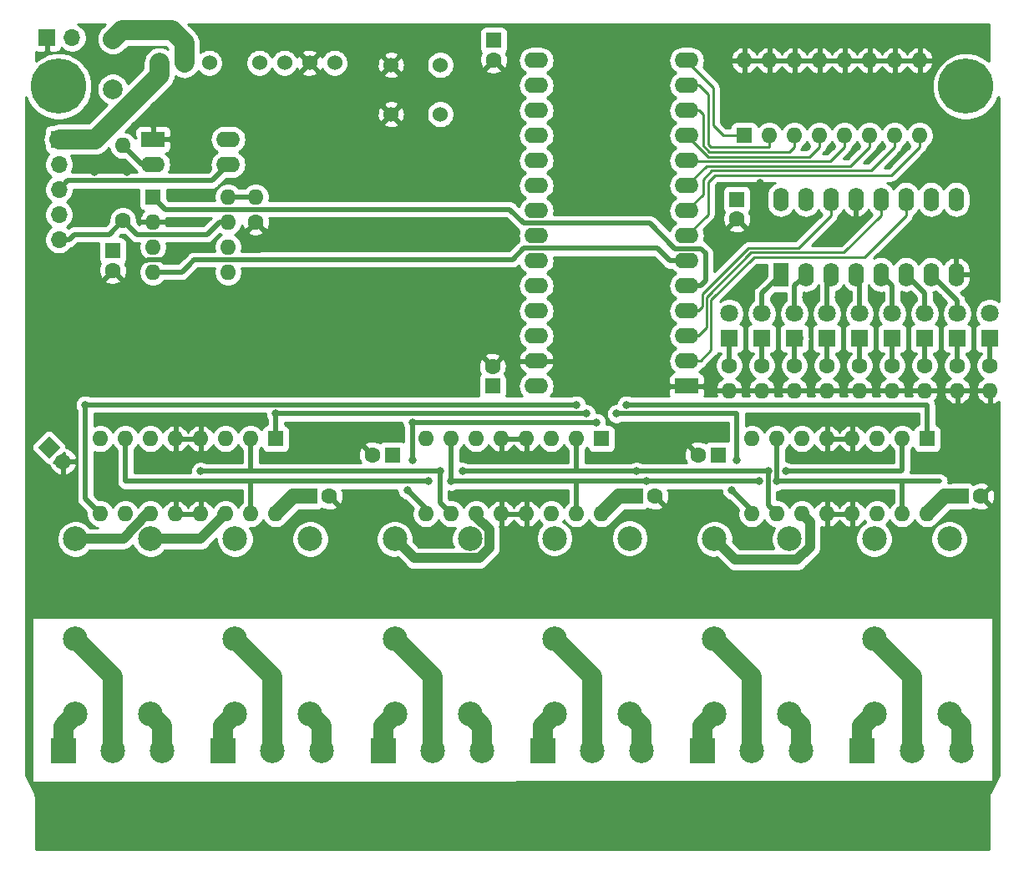
<source format=gbl>
G04 #@! TF.GenerationSoftware,KiCad,Pcbnew,5.1.10-88a1d61d58~90~ubuntu20.04.1*
G04 #@! TF.CreationDate,2022-11-07T14:46:06+00:00*
G04 #@! TF.ProjectId,ROM104,524f4d31-3034-42e6-9b69-6361645f7063,1.0*
G04 #@! TF.SameCoordinates,Original*
G04 #@! TF.FileFunction,Copper,L2,Bot*
G04 #@! TF.FilePolarity,Positive*
%FSLAX46Y46*%
G04 Gerber Fmt 4.6, Leading zero omitted, Abs format (unit mm)*
G04 Created by KiCad (PCBNEW 5.1.10-88a1d61d58~90~ubuntu20.04.1) date 2022-11-07 14:46:06*
%MOMM*%
%LPD*%
G01*
G04 APERTURE LIST*
G04 #@! TA.AperFunction,ComponentPad*
%ADD10C,2.500000*%
G04 #@! TD*
G04 #@! TA.AperFunction,ComponentPad*
%ADD11R,2.500000X2.500000*%
G04 #@! TD*
G04 #@! TA.AperFunction,ComponentPad*
%ADD12C,1.524000*%
G04 #@! TD*
G04 #@! TA.AperFunction,ComponentPad*
%ADD13O,1.600000X1.600000*%
G04 #@! TD*
G04 #@! TA.AperFunction,ComponentPad*
%ADD14C,1.600000*%
G04 #@! TD*
G04 #@! TA.AperFunction,ComponentPad*
%ADD15C,1.800000*%
G04 #@! TD*
G04 #@! TA.AperFunction,ComponentPad*
%ADD16R,1.800000X1.800000*%
G04 #@! TD*
G04 #@! TA.AperFunction,ComponentPad*
%ADD17R,1.600000X1.600000*%
G04 #@! TD*
G04 #@! TA.AperFunction,ComponentPad*
%ADD18C,0.100000*%
G04 #@! TD*
G04 #@! TA.AperFunction,ComponentPad*
%ADD19O,2.400000X1.600000*%
G04 #@! TD*
G04 #@! TA.AperFunction,ComponentPad*
%ADD20R,2.400000X1.600000*%
G04 #@! TD*
G04 #@! TA.AperFunction,ComponentPad*
%ADD21O,1.600000X2.400000*%
G04 #@! TD*
G04 #@! TA.AperFunction,ComponentPad*
%ADD22R,1.600000X2.400000*%
G04 #@! TD*
G04 #@! TA.AperFunction,ConnectorPad*
%ADD23C,5.600000*%
G04 #@! TD*
G04 #@! TA.AperFunction,ComponentPad*
%ADD24C,3.600000*%
G04 #@! TD*
G04 #@! TA.AperFunction,ComponentPad*
%ADD25O,1.700000X1.700000*%
G04 #@! TD*
G04 #@! TA.AperFunction,ComponentPad*
%ADD26R,1.700000X1.700000*%
G04 #@! TD*
G04 #@! TA.AperFunction,ComponentPad*
%ADD27C,2.000000*%
G04 #@! TD*
G04 #@! TA.AperFunction,ViaPad*
%ADD28C,0.800000*%
G04 #@! TD*
G04 #@! TA.AperFunction,Conductor*
%ADD29C,0.500000*%
G04 #@! TD*
G04 #@! TA.AperFunction,Conductor*
%ADD30C,2.000000*%
G04 #@! TD*
G04 #@! TA.AperFunction,Conductor*
%ADD31C,1.500000*%
G04 #@! TD*
G04 #@! TA.AperFunction,Conductor*
%ADD32C,0.250000*%
G04 #@! TD*
G04 #@! TA.AperFunction,Conductor*
%ADD33C,1.000000*%
G04 #@! TD*
G04 #@! TA.AperFunction,Conductor*
%ADD34C,0.254000*%
G04 #@! TD*
G04 #@! TA.AperFunction,Conductor*
%ADD35C,0.100000*%
G04 #@! TD*
G04 APERTURE END LIST*
D10*
X58100000Y-90654000D03*
X65720000Y-90654000D03*
X58100000Y-83034000D03*
X58100000Y-72874000D03*
X65720000Y-72874000D03*
X114320000Y-72874000D03*
X106700000Y-72874000D03*
X106700000Y-83034000D03*
X114320000Y-90654000D03*
X106700000Y-90654000D03*
X115500000Y-94337000D03*
X110500000Y-94337000D03*
D11*
X105500000Y-94337000D03*
D10*
X99300000Y-94337000D03*
X94300000Y-94337000D03*
D11*
X89300000Y-94337000D03*
D10*
X83100000Y-94337000D03*
X78100000Y-94337000D03*
D11*
X73100000Y-94337000D03*
D10*
X66925000Y-94337000D03*
X61925000Y-94337000D03*
D11*
X56925000Y-94337000D03*
D10*
X50700000Y-94337000D03*
X45700000Y-94337000D03*
D11*
X40700000Y-94337000D03*
D10*
X34500000Y-94337000D03*
X29500000Y-94337000D03*
D11*
X24500000Y-94337000D03*
D10*
X90500000Y-90654000D03*
X98120000Y-90654000D03*
X90500000Y-83034000D03*
X90500000Y-72874000D03*
X98120000Y-72874000D03*
X74300000Y-90600000D03*
X81920000Y-90600000D03*
X74300000Y-82980000D03*
X74300000Y-72820000D03*
X81920000Y-72820000D03*
X41900000Y-90654000D03*
X49520000Y-90654000D03*
X41900000Y-83034000D03*
X41900000Y-72874000D03*
X49520000Y-72874000D03*
X25710000Y-90654000D03*
X33330000Y-90654000D03*
X25710000Y-83034000D03*
X25710000Y-72874000D03*
X33330000Y-72874000D03*
G04 #@! TA.AperFunction,ComponentPad*
G36*
G01*
X33457000Y-24995000D02*
X33457000Y-24233000D01*
G75*
G02*
X33838000Y-23852000I381000J0D01*
G01*
X34600000Y-23852000D01*
G75*
G02*
X34981000Y-24233000I0J-381000D01*
G01*
X34981000Y-24995000D01*
G75*
G02*
X34600000Y-25376000I-381000J0D01*
G01*
X33838000Y-25376000D01*
G75*
G02*
X33457000Y-24995000I0J381000D01*
G01*
G37*
G04 #@! TD.AperFunction*
D12*
X36759000Y-24614000D03*
X39299000Y-24614000D03*
X44379000Y-24614000D03*
X46919000Y-24614000D03*
X49459000Y-24614000D03*
X51999000Y-24614000D03*
D13*
X118420000Y-57824500D03*
D14*
X118420000Y-55284500D03*
D13*
X115118000Y-57824500D03*
D14*
X115118000Y-55284500D03*
D13*
X111816000Y-57824500D03*
D14*
X111816000Y-55284500D03*
D13*
X108514000Y-57824500D03*
D14*
X108514000Y-55284500D03*
D13*
X105212000Y-57824500D03*
D14*
X105212000Y-55284500D03*
D13*
X101910000Y-57824500D03*
D14*
X101910000Y-55284500D03*
D13*
X98608000Y-57824500D03*
D14*
X98608000Y-55284500D03*
D13*
X95306000Y-57824500D03*
D14*
X95306000Y-55284500D03*
D13*
X92004000Y-57824500D03*
D14*
X92004000Y-55284500D03*
D13*
X43998000Y-38203000D03*
D14*
X43998000Y-40743000D03*
D15*
X118420000Y-50014000D03*
D16*
X118420000Y-52554000D03*
D14*
X68128000Y-24328000D03*
D17*
X68128000Y-22328000D03*
D12*
X62714000Y-24821000D03*
X57714000Y-24821000D03*
X62714000Y-29821000D03*
X57714000Y-29821000D03*
D14*
X68001000Y-55380000D03*
D17*
X68001000Y-57380000D03*
D14*
X29520000Y-45664000D03*
D17*
X29520000Y-43664000D03*
D14*
X117499000Y-68556000D03*
D17*
X115499000Y-68556000D03*
D14*
X88861000Y-64365000D03*
D17*
X90861000Y-64365000D03*
D14*
X84479000Y-68556000D03*
D17*
X82479000Y-68556000D03*
D14*
X55841000Y-64365000D03*
D17*
X57841000Y-64365000D03*
D14*
X92766000Y-40457000D03*
D17*
X92766000Y-38457000D03*
D14*
X24457214Y-65017214D03*
G04 #@! TA.AperFunction,ComponentPad*
D18*
G36*
X21911629Y-63603000D02*
G01*
X23043000Y-62471629D01*
X24174371Y-63603000D01*
X23043000Y-64734371D01*
X21911629Y-63603000D01*
G37*
G04 #@! TD.AperFunction*
D14*
X51459000Y-68556000D03*
D17*
X49459000Y-68556000D03*
D19*
X72446000Y-57380000D03*
X87686000Y-24360000D03*
X72446000Y-54840000D03*
X87686000Y-26900000D03*
X72446000Y-52300000D03*
X87686000Y-29440000D03*
X72446000Y-49760000D03*
X87686000Y-31980000D03*
X72446000Y-47220000D03*
X87686000Y-34520000D03*
X72446000Y-44680000D03*
X87686000Y-37060000D03*
X72446000Y-42140000D03*
X87686000Y-39600000D03*
X72446000Y-39600000D03*
X87686000Y-42140000D03*
X72446000Y-37060000D03*
X87686000Y-44680000D03*
X72446000Y-34520000D03*
X87686000Y-47220000D03*
X72446000Y-31980000D03*
X87686000Y-49760000D03*
X72446000Y-29440000D03*
X87686000Y-52300000D03*
X72446000Y-26900000D03*
X87686000Y-54840000D03*
X72446000Y-24360000D03*
D20*
X87686000Y-57380000D03*
D13*
X93528000Y-24360000D03*
X111308000Y-31980000D03*
X96068000Y-24360000D03*
X108768000Y-31980000D03*
X98608000Y-24360000D03*
X106228000Y-31980000D03*
X101148000Y-24360000D03*
X103688000Y-31980000D03*
X103688000Y-24360000D03*
X101148000Y-31980000D03*
X106228000Y-24360000D03*
X98608000Y-31980000D03*
X108768000Y-24360000D03*
X96068000Y-31980000D03*
X111308000Y-24360000D03*
D17*
X93528000Y-31980000D03*
D15*
X115118000Y-50014000D03*
D16*
X115118000Y-52554000D03*
D15*
X111816000Y-50014000D03*
D16*
X111816000Y-52554000D03*
D13*
X112070000Y-70334000D03*
X94290000Y-62714000D03*
X109530000Y-70334000D03*
X96830000Y-62714000D03*
X106990000Y-70334000D03*
X99370000Y-62714000D03*
X104450000Y-70334000D03*
X101910000Y-62714000D03*
X101910000Y-70334000D03*
X104450000Y-62714000D03*
X99370000Y-70334000D03*
X106990000Y-62714000D03*
X96830000Y-70334000D03*
X109530000Y-62714000D03*
X94290000Y-70334000D03*
D17*
X112070000Y-62714000D03*
D13*
X79050000Y-70334000D03*
X61270000Y-62714000D03*
X76510000Y-70334000D03*
X63810000Y-62714000D03*
X73970000Y-70334000D03*
X66350000Y-62714000D03*
X71430000Y-70334000D03*
X68890000Y-62714000D03*
X68890000Y-70334000D03*
X71430000Y-62714000D03*
X66350000Y-70334000D03*
X73970000Y-62714000D03*
X63810000Y-70334000D03*
X76510000Y-62714000D03*
X61270000Y-70334000D03*
D17*
X79050000Y-62714000D03*
D21*
X97211000Y-38457000D03*
X114991000Y-46077000D03*
X99751000Y-38457000D03*
X112451000Y-46077000D03*
X102291000Y-38457000D03*
X109911000Y-46077000D03*
X104831000Y-38457000D03*
X107371000Y-46077000D03*
X107371000Y-38457000D03*
X104831000Y-46077000D03*
X109911000Y-38457000D03*
X102291000Y-46077000D03*
X112451000Y-38457000D03*
X99751000Y-46077000D03*
X114991000Y-38457000D03*
D22*
X97211000Y-46077000D03*
D15*
X108514000Y-50014000D03*
D16*
X108514000Y-52554000D03*
D15*
X105212000Y-50014000D03*
D16*
X105212000Y-52554000D03*
D19*
X41204000Y-32361000D03*
X33584000Y-34901000D03*
X41204000Y-34901000D03*
D20*
X33584000Y-32361000D03*
D23*
X24000000Y-27000000D03*
D24*
X24000000Y-27000000D03*
D23*
X116000000Y-27000000D03*
D24*
X116000000Y-27000000D03*
D13*
X46030000Y-70334000D03*
X28250000Y-62714000D03*
X43490000Y-70334000D03*
X30790000Y-62714000D03*
X40950000Y-70334000D03*
X33330000Y-62714000D03*
X38410000Y-70334000D03*
X35870000Y-62714000D03*
X35870000Y-70334000D03*
X38410000Y-62714000D03*
X33330000Y-70334000D03*
X40950000Y-62714000D03*
X30790000Y-70334000D03*
X43490000Y-62714000D03*
X28250000Y-70334000D03*
D17*
X46030000Y-62714000D03*
D15*
X101910000Y-50014000D03*
D16*
X101910000Y-52554000D03*
D15*
X98608000Y-50014000D03*
D16*
X98608000Y-52554000D03*
D15*
X95306000Y-50014000D03*
D16*
X95306000Y-52554000D03*
D15*
X92004000Y-50014000D03*
D16*
X92004000Y-52554000D03*
D13*
X41204000Y-38203000D03*
X33584000Y-45823000D03*
X41204000Y-40743000D03*
X33584000Y-43283000D03*
X41204000Y-43283000D03*
X33584000Y-40743000D03*
X41204000Y-45823000D03*
D17*
X33584000Y-38203000D03*
D25*
X24059000Y-42521000D03*
X24059000Y-39981000D03*
X24059000Y-37441000D03*
X24059000Y-34901000D03*
D26*
X24059000Y-32361000D03*
D13*
X30536000Y-32996000D03*
D14*
X30536000Y-40616000D03*
D25*
X25390000Y-22074000D03*
D26*
X22850000Y-22074000D03*
D27*
X29530000Y-22201000D03*
X29520000Y-27281000D03*
D28*
X39934000Y-21566000D03*
X27234000Y-21312000D03*
X37775000Y-32488000D03*
X68890000Y-42140000D03*
X27615000Y-37822000D03*
X30917000Y-37822000D03*
X27615000Y-35663000D03*
X30917000Y-35663000D03*
X21773000Y-42521000D03*
X21773000Y-39981000D03*
X43363000Y-32361000D03*
X43363000Y-34901000D03*
X31425000Y-45696000D03*
X94671000Y-46458000D03*
X35616000Y-44045000D03*
X97211000Y-48363000D03*
X99751000Y-48363000D03*
X103053000Y-48363000D03*
X106990000Y-48363000D03*
X110419000Y-48363000D03*
X113213000Y-48363000D03*
X110038000Y-33123000D03*
X107498000Y-33123000D03*
X104958000Y-33123000D03*
X102418000Y-33123000D03*
X99878000Y-33123000D03*
X95052000Y-40616000D03*
X95115500Y-36806000D03*
X74097000Y-25630000D03*
X73970000Y-80367000D03*
X58730000Y-80367000D03*
X40950000Y-80367000D03*
X25710000Y-80367000D03*
X91877000Y-80367000D03*
X106990000Y-80367000D03*
X73970000Y-30710000D03*
X73970000Y-33250000D03*
X73970000Y-35790000D03*
X73970000Y-38330000D03*
X73970000Y-45950000D03*
X73970000Y-48490000D03*
X88194000Y-75033000D03*
X85146000Y-75033000D03*
X52380000Y-75287000D03*
X55174000Y-75287000D03*
X116388000Y-74906000D03*
X24313000Y-75160000D03*
X81336000Y-62714000D03*
X63810000Y-67032000D03*
X61524000Y-67032000D03*
X96830000Y-67032000D03*
X95052000Y-67032000D03*
X83622000Y-67032000D03*
X38410000Y-66016000D03*
X62667000Y-66016000D03*
X64953000Y-66016000D03*
X97719000Y-66016000D03*
X95941000Y-66016000D03*
X82606000Y-66016000D03*
X76510000Y-59285000D03*
X26726000Y-59285000D03*
X59365000Y-67921000D03*
X59873000Y-61063000D03*
X78542000Y-61063000D03*
X59873000Y-64873000D03*
X46030000Y-60174000D03*
X77526000Y-60174000D03*
X92258000Y-67921000D03*
X92766000Y-64873000D03*
X80574000Y-60174000D03*
X81590000Y-59285000D03*
D29*
X32949000Y-44680000D02*
X33076000Y-44553000D01*
X32441000Y-44680000D02*
X32949000Y-44680000D01*
X33076000Y-44553000D02*
X34727000Y-44553000D01*
D30*
X35489000Y-21312000D02*
X30419000Y-21312000D01*
X36759000Y-22582000D02*
X35489000Y-21312000D01*
X30419000Y-21312000D02*
X29530000Y-22201000D01*
X36759000Y-24614000D02*
X36759000Y-22582000D01*
D31*
X47808000Y-68556000D02*
X46030000Y-70334000D01*
X49459000Y-68556000D02*
X47808000Y-68556000D01*
X80828000Y-68556000D02*
X79050000Y-70334000D01*
X82479000Y-68556000D02*
X80828000Y-68556000D01*
X113848000Y-68556000D02*
X112070000Y-70334000D01*
X115499000Y-68556000D02*
X113848000Y-68556000D01*
D29*
X89083000Y-47220000D02*
X88956000Y-47220000D01*
X88956000Y-47220000D02*
X87686000Y-47220000D01*
X89591000Y-43918000D02*
X89591000Y-46712000D01*
X89591000Y-46712000D02*
X89083000Y-47220000D01*
X89102990Y-43429990D02*
X89591000Y-43918000D01*
X34834001Y-39453001D02*
X66965001Y-39453001D01*
X33584000Y-38203000D02*
X34834001Y-39453001D01*
X66965001Y-39453001D02*
X69759001Y-39453001D01*
X83963020Y-40870000D02*
X86523010Y-43429990D01*
X71176000Y-40870000D02*
X83963020Y-40870000D01*
X69759001Y-39453001D02*
X71176000Y-40870000D01*
X86523010Y-43429990D02*
X89102990Y-43429990D01*
X33584000Y-45823000D02*
X36505000Y-45823000D01*
X85986000Y-44680000D02*
X87686000Y-44680000D01*
X84716000Y-43410000D02*
X85986000Y-44680000D01*
X71176000Y-43410000D02*
X84716000Y-43410000D01*
X36505000Y-45823000D02*
X37267000Y-45061000D01*
X70033000Y-44553000D02*
X71176000Y-43410000D01*
X44618000Y-44553000D02*
X70033000Y-44553000D01*
X44598001Y-44572999D02*
X44618000Y-44553000D01*
X37755001Y-44572999D02*
X44598001Y-44572999D01*
X37267000Y-45061000D02*
X37755001Y-44572999D01*
X39553000Y-36552000D02*
X41204000Y-34901000D01*
X24948000Y-36552000D02*
X39553000Y-36552000D01*
X24059000Y-37441000D02*
X24948000Y-36552000D01*
X40315000Y-40743000D02*
X39045000Y-42013000D01*
X41204000Y-40743000D02*
X40315000Y-40743000D01*
X25583000Y-42013000D02*
X25075000Y-42521000D01*
X24059000Y-42521000D02*
X25075000Y-42521000D01*
X31933000Y-42013000D02*
X32822000Y-42013000D01*
X30536000Y-40616000D02*
X31933000Y-42013000D01*
X39045000Y-42013000D02*
X32822000Y-42013000D01*
X29139000Y-42013000D02*
X28377000Y-42013000D01*
X30536000Y-40616000D02*
X29139000Y-42013000D01*
X28377000Y-42013000D02*
X25583000Y-42013000D01*
D30*
X34219000Y-25838002D02*
X34219000Y-24614000D01*
X27696002Y-32361000D02*
X34219000Y-25838002D01*
X24059000Y-32361000D02*
X27696002Y-32361000D01*
D32*
X101148000Y-33123000D02*
X101148000Y-31980000D01*
X100120980Y-34150020D02*
X101148000Y-33123000D01*
X89856020Y-34150020D02*
X100120980Y-34150020D01*
X87686000Y-31980000D02*
X89856020Y-34150020D01*
X98608000Y-33123000D02*
X98608000Y-31980000D01*
X98100000Y-33631000D02*
X98608000Y-33123000D01*
X89973410Y-33631000D02*
X98100000Y-33631000D01*
X89337000Y-32994590D02*
X89973410Y-33631000D01*
X89337000Y-29821000D02*
X89337000Y-32994590D01*
X88956000Y-29440000D02*
X89337000Y-29821000D01*
X87686000Y-29440000D02*
X88956000Y-29440000D01*
X96010010Y-33180990D02*
X96068000Y-33123000D01*
X89845000Y-27789000D02*
X89845000Y-32866180D01*
X90159810Y-33180990D02*
X96010010Y-33180990D01*
X89845000Y-32866180D02*
X90159810Y-33180990D01*
X88956000Y-26900000D02*
X89845000Y-27789000D01*
X96068000Y-33123000D02*
X96068000Y-31980000D01*
X87686000Y-26900000D02*
X88956000Y-26900000D01*
X87686000Y-24451020D02*
X87686000Y-24360000D01*
X90353000Y-30964000D02*
X90353000Y-27118020D01*
X90353000Y-27118020D02*
X87686000Y-24451020D01*
X91369000Y-31980000D02*
X90353000Y-30964000D01*
X93528000Y-31980000D02*
X91369000Y-31980000D01*
D29*
X32441000Y-34901000D02*
X30536000Y-32996000D01*
X33584000Y-34901000D02*
X32441000Y-34901000D01*
D30*
X34500000Y-91824000D02*
X33330000Y-90654000D01*
X34500000Y-94337000D02*
X34500000Y-91824000D01*
X29500000Y-86824000D02*
X25710000Y-83034000D01*
X29500000Y-94337000D02*
X29500000Y-86824000D01*
X24500000Y-91864000D02*
X25710000Y-90654000D01*
X24500000Y-94337000D02*
X24500000Y-91864000D01*
D29*
X76510000Y-70334000D02*
X76510000Y-67032000D01*
X43490000Y-70334000D02*
X43490000Y-67032000D01*
X63810000Y-67032000D02*
X77272000Y-67032000D01*
X63810000Y-67032000D02*
X63810000Y-62714000D01*
X61524000Y-67032000D02*
X30790000Y-67032000D01*
X30790000Y-67032000D02*
X30790000Y-62714000D01*
X109530000Y-67032000D02*
X113340000Y-67032000D01*
X109530000Y-70334000D02*
X109530000Y-67032000D01*
X77272000Y-67032000D02*
X83495000Y-67032000D01*
X96830000Y-62714000D02*
X96830000Y-67032000D01*
X96830000Y-67032000D02*
X109530000Y-67032000D01*
X83495000Y-67032000D02*
X95052000Y-67032000D01*
X76637000Y-66016000D02*
X66985000Y-66016000D01*
X76510000Y-62714000D02*
X76510000Y-66016000D01*
X43490000Y-62714000D02*
X43490000Y-66016000D01*
X64953000Y-66016000D02*
X65588000Y-66016000D01*
X43363000Y-66016000D02*
X62667000Y-66016000D01*
X38410000Y-66016000D02*
X43363000Y-66016000D01*
X62667000Y-69191000D02*
X63810000Y-70334000D01*
X62667000Y-66016000D02*
X62667000Y-69191000D01*
X65588000Y-66016000D02*
X82606000Y-66016000D01*
X109530000Y-65889000D02*
X109530000Y-62714000D01*
X109403000Y-66016000D02*
X109530000Y-65889000D01*
X97719000Y-66016000D02*
X109403000Y-66016000D01*
X95941000Y-69445000D02*
X96830000Y-70334000D01*
X95941000Y-66016000D02*
X95941000Y-69445000D01*
X82606000Y-66016000D02*
X95941000Y-66016000D01*
X26726000Y-59285000D02*
X26726000Y-59285000D01*
X27615000Y-59285000D02*
X76510000Y-59285000D01*
X26726000Y-59285000D02*
X27615000Y-59285000D01*
X28250000Y-70334000D02*
X26726000Y-68810000D01*
X26726000Y-68810000D02*
X26726000Y-59285000D01*
X59873000Y-61063000D02*
X78542000Y-61063000D01*
X59873000Y-61063000D02*
X59873000Y-64873000D01*
X59873000Y-64873000D02*
X59873000Y-64873000D01*
X61270000Y-69826000D02*
X59365000Y-67921000D01*
X61270000Y-70334000D02*
X61270000Y-69826000D01*
X77526000Y-60174000D02*
X46030000Y-60174000D01*
X46030000Y-62714000D02*
X46030000Y-60174000D01*
D33*
X40950000Y-70334000D02*
X40630002Y-70334000D01*
X38410000Y-72874000D02*
X40950000Y-70334000D01*
X33330000Y-72874000D02*
X38410000Y-72874000D01*
X30600000Y-72874000D02*
X25710000Y-72874000D01*
X33010002Y-70334000D02*
X30600000Y-72874000D01*
X33330000Y-70334000D02*
X33010002Y-70334000D01*
X60050001Y-74824001D02*
X58100000Y-72874000D01*
X66656001Y-74824001D02*
X60050001Y-74824001D01*
X67670001Y-73810001D02*
X66656001Y-74824001D01*
X67670001Y-71937999D02*
X67670001Y-73810001D01*
X66350000Y-70617998D02*
X67670001Y-71937999D01*
X66350000Y-70334000D02*
X66350000Y-70617998D01*
D29*
X98608000Y-47220000D02*
X99751000Y-46077000D01*
X98608000Y-50014000D02*
X98608000Y-47220000D01*
X105212000Y-46458000D02*
X104831000Y-46077000D01*
X105212000Y-50014000D02*
X105212000Y-46458000D01*
X111181000Y-50014000D02*
X111816000Y-50014000D01*
X111816000Y-47982000D02*
X109911000Y-46077000D01*
X111816000Y-50014000D02*
X111816000Y-47982000D01*
X95306000Y-47982000D02*
X97211000Y-46077000D01*
X95306000Y-50014000D02*
X95306000Y-47982000D01*
X101910000Y-46458000D02*
X102291000Y-46077000D01*
X101910000Y-50014000D02*
X101910000Y-46458000D01*
X108514000Y-47220000D02*
X107371000Y-46077000D01*
X108514000Y-50014000D02*
X108514000Y-47220000D01*
X115118000Y-48744000D02*
X112451000Y-46077000D01*
X115118000Y-50014000D02*
X115118000Y-48744000D01*
D33*
X100169999Y-73710003D02*
X98880002Y-75000000D01*
X100169999Y-71133999D02*
X100169999Y-73710003D01*
X99370000Y-70334000D02*
X100169999Y-71133999D01*
X92626000Y-75000000D02*
X90500000Y-72874000D01*
X98880002Y-75000000D02*
X92626000Y-75000000D01*
D32*
X88829000Y-49760000D02*
X87686000Y-49760000D01*
X93920020Y-43398980D02*
X89273500Y-48045500D01*
X89273500Y-48045500D02*
X89273500Y-49315500D01*
X99000020Y-43398980D02*
X93920020Y-43398980D01*
X102291000Y-40108000D02*
X99000020Y-43398980D01*
X89273500Y-49315500D02*
X88829000Y-49760000D01*
X102291000Y-38457000D02*
X102291000Y-40108000D01*
X89723510Y-48357490D02*
X94232010Y-43848990D01*
X89723510Y-51405490D02*
X89723510Y-48357490D01*
X94232010Y-43848990D02*
X101344010Y-43848990D01*
X88829000Y-52300000D02*
X89723510Y-51405490D01*
X87686000Y-52300000D02*
X88829000Y-52300000D01*
X101344010Y-43848990D02*
X103630010Y-43848990D01*
X107371000Y-40108000D02*
X107371000Y-38457000D01*
X103630010Y-43848990D02*
X107371000Y-40108000D01*
X90173520Y-53749480D02*
X90173520Y-48624478D01*
X90173520Y-48624478D02*
X94498998Y-44299000D01*
X89083000Y-54840000D02*
X90173520Y-53749480D01*
X94498998Y-44299000D02*
X103434000Y-44299000D01*
X87686000Y-54840000D02*
X89083000Y-54840000D01*
X103434000Y-44299000D02*
X105720000Y-44299000D01*
X109911000Y-40108000D02*
X109911000Y-38457000D01*
X105720000Y-44299000D02*
X109911000Y-40108000D01*
D29*
X92766000Y-64873000D02*
X92766000Y-60174000D01*
X80574000Y-60174000D02*
X92766000Y-60174000D01*
X94290000Y-69953000D02*
X92258000Y-67921000D01*
X94290000Y-70334000D02*
X94290000Y-69953000D01*
D30*
X50700000Y-91834000D02*
X49520000Y-90654000D01*
X50700000Y-94337000D02*
X50700000Y-91834000D01*
X45700000Y-86834000D02*
X41900000Y-83034000D01*
X45700000Y-94337000D02*
X45700000Y-86834000D01*
X40700000Y-91854000D02*
X41900000Y-90654000D01*
X40700000Y-94337000D02*
X40700000Y-91854000D01*
D29*
X41204000Y-38203000D02*
X43998000Y-38203000D01*
X92004000Y-55284500D02*
X92004000Y-52554000D01*
D33*
X99050002Y-52554000D02*
X98608000Y-52554000D01*
D29*
X98608000Y-55284500D02*
X98608000Y-52554000D01*
X105212000Y-55284500D02*
X105212000Y-52554000D01*
X111816000Y-55284500D02*
X111816000Y-52554000D01*
X95306000Y-55284500D02*
X95306000Y-52554000D01*
X101910000Y-55284500D02*
X101910000Y-52554000D01*
X108514000Y-55284500D02*
X108514000Y-52554000D01*
X115118000Y-55284500D02*
X115118000Y-52554000D01*
D32*
X103688000Y-33123000D02*
X103688000Y-31980000D01*
X102210970Y-34600030D02*
X103688000Y-33123000D01*
X87766030Y-34600030D02*
X102210970Y-34600030D01*
X87686000Y-34520000D02*
X87766030Y-34600030D01*
X106228000Y-33123000D02*
X106228000Y-31980000D01*
X104300960Y-35050040D02*
X106228000Y-33123000D01*
X89695960Y-35050040D02*
X104300960Y-35050040D01*
X87686000Y-37060000D02*
X89695960Y-35050040D01*
X108768000Y-33123000D02*
X108768000Y-31980000D01*
X106355000Y-35536000D02*
X108768000Y-33123000D01*
X90226000Y-35536000D02*
X106355000Y-35536000D01*
X89337000Y-36425000D02*
X90226000Y-35536000D01*
X89337000Y-37949000D02*
X89337000Y-36425000D01*
X87686000Y-39600000D02*
X89337000Y-37949000D01*
X111308000Y-33123000D02*
X111308000Y-31980000D01*
X90537990Y-35986010D02*
X108444990Y-35986010D01*
X89845000Y-36679000D02*
X90537990Y-35986010D01*
X108444990Y-35986010D02*
X111308000Y-33123000D01*
X89845000Y-39981000D02*
X89845000Y-36679000D01*
X87686000Y-42140000D02*
X89845000Y-39981000D01*
D30*
X56925000Y-91829000D02*
X58100000Y-90654000D01*
X56925000Y-94337000D02*
X56925000Y-91829000D01*
X61925000Y-86859000D02*
X58100000Y-83034000D01*
X61925000Y-94337000D02*
X61925000Y-86859000D01*
X66925000Y-91859000D02*
X65720000Y-90654000D01*
X66925000Y-94337000D02*
X66925000Y-91859000D01*
D29*
X81590000Y-59285000D02*
X112070000Y-59285000D01*
X112070000Y-62714000D02*
X112070000Y-59285000D01*
X118420000Y-55284500D02*
X118420000Y-52554000D01*
D30*
X83100000Y-91780000D02*
X81920000Y-90600000D01*
X83100000Y-94337000D02*
X83100000Y-91780000D01*
X78100000Y-86780000D02*
X74300000Y-82980000D01*
X78100000Y-94337000D02*
X78100000Y-86780000D01*
X73100000Y-91800000D02*
X74300000Y-90600000D01*
X73100000Y-94337000D02*
X73100000Y-91800000D01*
X99300000Y-91834000D02*
X98120000Y-90654000D01*
X99300000Y-94337000D02*
X99300000Y-91834000D01*
X94300000Y-86834000D02*
X90500000Y-83034000D01*
X94300000Y-94337000D02*
X94300000Y-86834000D01*
X89300000Y-91854000D02*
X90500000Y-90654000D01*
X89300000Y-94337000D02*
X89300000Y-91854000D01*
X115500000Y-91834000D02*
X114320000Y-90654000D01*
X115500000Y-94337000D02*
X115500000Y-91834000D01*
X110500000Y-86834000D02*
X106700000Y-83034000D01*
X110500000Y-94337000D02*
X110500000Y-86834000D01*
X105500000Y-91854000D02*
X106700000Y-90654000D01*
X105500000Y-94337000D02*
X105500000Y-91854000D01*
D34*
X28487751Y-20931011D02*
X28487748Y-20931013D01*
X28260013Y-21158748D01*
X28215168Y-21225863D01*
X28163970Y-21288248D01*
X28125926Y-21359424D01*
X28081082Y-21426537D01*
X28050194Y-21501108D01*
X28012148Y-21572286D01*
X27988721Y-21649517D01*
X27957832Y-21724088D01*
X27942084Y-21803257D01*
X27918658Y-21880484D01*
X27910747Y-21960799D01*
X27895000Y-22039967D01*
X27895000Y-22120681D01*
X27887089Y-22201000D01*
X27895000Y-22281319D01*
X27895000Y-22362033D01*
X27910747Y-22441201D01*
X27918658Y-22521516D01*
X27942084Y-22598743D01*
X27957832Y-22677912D01*
X27988721Y-22752483D01*
X28012148Y-22829714D01*
X28050194Y-22900892D01*
X28081082Y-22975463D01*
X28125926Y-23042576D01*
X28163970Y-23113752D01*
X28215169Y-23176138D01*
X28260013Y-23243252D01*
X28317089Y-23300328D01*
X28368287Y-23362713D01*
X28430672Y-23413911D01*
X28487748Y-23470987D01*
X28554862Y-23515831D01*
X28617248Y-23567030D01*
X28688424Y-23605074D01*
X28755537Y-23649918D01*
X28830108Y-23680806D01*
X28901286Y-23718852D01*
X28978517Y-23742279D01*
X29053088Y-23773168D01*
X29132257Y-23788916D01*
X29209484Y-23812342D01*
X29289799Y-23820253D01*
X29368967Y-23836000D01*
X29449681Y-23836000D01*
X29530000Y-23843911D01*
X29610319Y-23836000D01*
X29691033Y-23836000D01*
X29770201Y-23820253D01*
X29850516Y-23812342D01*
X29927743Y-23788916D01*
X30006912Y-23773168D01*
X30081483Y-23742279D01*
X30158714Y-23718852D01*
X30229892Y-23680806D01*
X30304463Y-23649918D01*
X30371576Y-23605074D01*
X30442752Y-23567030D01*
X30505137Y-23515832D01*
X30572252Y-23470987D01*
X30799987Y-23243252D01*
X30799989Y-23243249D01*
X31096238Y-22947000D01*
X34811762Y-22947000D01*
X35090888Y-23226127D01*
X34847715Y-23096148D01*
X34539516Y-23002657D01*
X34219000Y-22971089D01*
X33898485Y-23002657D01*
X33590286Y-23096148D01*
X33306249Y-23247969D01*
X33057287Y-23452286D01*
X32852970Y-23701248D01*
X32701148Y-23985285D01*
X32607657Y-24293484D01*
X32584000Y-24533678D01*
X32584000Y-25160763D01*
X31047797Y-26696967D01*
X30968918Y-26506537D01*
X30789987Y-26238748D01*
X30562252Y-26011013D01*
X30294463Y-25832082D01*
X29996912Y-25708832D01*
X29681033Y-25646000D01*
X29358967Y-25646000D01*
X29043088Y-25708832D01*
X28745537Y-25832082D01*
X28477748Y-26011013D01*
X28250013Y-26238748D01*
X28071082Y-26506537D01*
X27947832Y-26804088D01*
X27885000Y-27119967D01*
X27885000Y-27442033D01*
X27947832Y-27757912D01*
X28071082Y-28055463D01*
X28250013Y-28323252D01*
X28477748Y-28550987D01*
X28745537Y-28729918D01*
X28935967Y-28808797D01*
X27018764Y-30726000D01*
X23978678Y-30726000D01*
X23738484Y-30749657D01*
X23430285Y-30843148D01*
X23374571Y-30872928D01*
X23209000Y-30872928D01*
X23084518Y-30885188D01*
X22964820Y-30921498D01*
X22854506Y-30980463D01*
X22757815Y-31059815D01*
X22678463Y-31156506D01*
X22619498Y-31266820D01*
X22583188Y-31386518D01*
X22570928Y-31511000D01*
X22570928Y-31676571D01*
X22541148Y-31732285D01*
X22447657Y-32040484D01*
X22416089Y-32361000D01*
X22447657Y-32681516D01*
X22541148Y-32989715D01*
X22570928Y-33045429D01*
X22570928Y-33211000D01*
X22583188Y-33335482D01*
X22619498Y-33455180D01*
X22678463Y-33565494D01*
X22757815Y-33662185D01*
X22854506Y-33741537D01*
X22964820Y-33800502D01*
X23037380Y-33822513D01*
X22905525Y-33954368D01*
X22743010Y-34197589D01*
X22631068Y-34467842D01*
X22574000Y-34754740D01*
X22574000Y-35047260D01*
X22631068Y-35334158D01*
X22743010Y-35604411D01*
X22905525Y-35847632D01*
X23112368Y-36054475D01*
X23286760Y-36171000D01*
X23112368Y-36287525D01*
X22905525Y-36494368D01*
X22743010Y-36737589D01*
X22631068Y-37007842D01*
X22574000Y-37294740D01*
X22574000Y-37587260D01*
X22631068Y-37874158D01*
X22743010Y-38144411D01*
X22905525Y-38387632D01*
X23112368Y-38594475D01*
X23286760Y-38711000D01*
X23112368Y-38827525D01*
X22905525Y-39034368D01*
X22743010Y-39277589D01*
X22631068Y-39547842D01*
X22574000Y-39834740D01*
X22574000Y-40127260D01*
X22631068Y-40414158D01*
X22743010Y-40684411D01*
X22905525Y-40927632D01*
X23112368Y-41134475D01*
X23286760Y-41251000D01*
X23112368Y-41367525D01*
X22905525Y-41574368D01*
X22743010Y-41817589D01*
X22631068Y-42087842D01*
X22574000Y-42374740D01*
X22574000Y-42667260D01*
X22631068Y-42954158D01*
X22743010Y-43224411D01*
X22905525Y-43467632D01*
X23112368Y-43674475D01*
X23355589Y-43836990D01*
X23625842Y-43948932D01*
X23912740Y-44006000D01*
X24205260Y-44006000D01*
X24492158Y-43948932D01*
X24762411Y-43836990D01*
X25005632Y-43674475D01*
X25212475Y-43467632D01*
X25265701Y-43387974D01*
X25415313Y-43342589D01*
X25569059Y-43260411D01*
X25703817Y-43149817D01*
X25731534Y-43116044D01*
X25949578Y-42898000D01*
X28081928Y-42898000D01*
X28081928Y-44464000D01*
X28094188Y-44588482D01*
X28130498Y-44708180D01*
X28189463Y-44818494D01*
X28268815Y-44915185D01*
X28281758Y-44925807D01*
X28162429Y-45177996D01*
X28093700Y-45452184D01*
X28079783Y-45734512D01*
X28121213Y-46014130D01*
X28216397Y-46280292D01*
X28283329Y-46405514D01*
X28527298Y-46477097D01*
X29340395Y-45664000D01*
X29326253Y-45649858D01*
X29505858Y-45470253D01*
X29520000Y-45484395D01*
X29534143Y-45470253D01*
X29713748Y-45649858D01*
X29699605Y-45664000D01*
X30512702Y-46477097D01*
X30756671Y-46405514D01*
X30877571Y-46150004D01*
X30946300Y-45875816D01*
X30960217Y-45593488D01*
X30918787Y-45313870D01*
X30823603Y-45047708D01*
X30758384Y-44925691D01*
X30771185Y-44915185D01*
X30850537Y-44818494D01*
X30909502Y-44708180D01*
X30945812Y-44588482D01*
X30958072Y-44464000D01*
X30958072Y-42864000D01*
X30945812Y-42739518D01*
X30909502Y-42619820D01*
X30850537Y-42509506D01*
X30771185Y-42412815D01*
X30674494Y-42333463D01*
X30564180Y-42274498D01*
X30444482Y-42238188D01*
X30320000Y-42225928D01*
X30177650Y-42225928D01*
X30359561Y-42044017D01*
X30394665Y-42051000D01*
X30677335Y-42051000D01*
X30712439Y-42044017D01*
X31276470Y-42608049D01*
X31304183Y-42641817D01*
X31337951Y-42669530D01*
X31337953Y-42669532D01*
X31409452Y-42728210D01*
X31438941Y-42752411D01*
X31592687Y-42834589D01*
X31759510Y-42885195D01*
X31889523Y-42898000D01*
X31889533Y-42898000D01*
X31932999Y-42902281D01*
X31976465Y-42898000D01*
X32197469Y-42898000D01*
X32149000Y-43141665D01*
X32149000Y-43424335D01*
X32204147Y-43701574D01*
X32312320Y-43962727D01*
X32469363Y-44197759D01*
X32669241Y-44397637D01*
X32901759Y-44553000D01*
X32669241Y-44708363D01*
X32469363Y-44908241D01*
X32312320Y-45143273D01*
X32204147Y-45404426D01*
X32149000Y-45681665D01*
X32149000Y-45964335D01*
X32204147Y-46241574D01*
X32312320Y-46502727D01*
X32469363Y-46737759D01*
X32669241Y-46937637D01*
X32904273Y-47094680D01*
X33165426Y-47202853D01*
X33442665Y-47258000D01*
X33725335Y-47258000D01*
X34002574Y-47202853D01*
X34263727Y-47094680D01*
X34498759Y-46937637D01*
X34698637Y-46737759D01*
X34718521Y-46708000D01*
X36461531Y-46708000D01*
X36505000Y-46712281D01*
X36548469Y-46708000D01*
X36548477Y-46708000D01*
X36678490Y-46695195D01*
X36845313Y-46644589D01*
X36999059Y-46562411D01*
X37133817Y-46451817D01*
X37161534Y-46418044D01*
X37923532Y-45656047D01*
X37923537Y-45656041D01*
X38121579Y-45457999D01*
X39813491Y-45457999D01*
X39769000Y-45681665D01*
X39769000Y-45964335D01*
X39824147Y-46241574D01*
X39932320Y-46502727D01*
X40089363Y-46737759D01*
X40289241Y-46937637D01*
X40524273Y-47094680D01*
X40785426Y-47202853D01*
X41062665Y-47258000D01*
X41345335Y-47258000D01*
X41622574Y-47202853D01*
X41883727Y-47094680D01*
X42118759Y-46937637D01*
X42318637Y-46737759D01*
X42475680Y-46502727D01*
X42583853Y-46241574D01*
X42639000Y-45964335D01*
X42639000Y-45681665D01*
X42594509Y-45457999D01*
X44554532Y-45457999D01*
X44598001Y-45462280D01*
X44641470Y-45457999D01*
X44641478Y-45457999D01*
X44771491Y-45445194D01*
X44795206Y-45438000D01*
X69989531Y-45438000D01*
X70033000Y-45442281D01*
X70076469Y-45438000D01*
X70076477Y-45438000D01*
X70206490Y-45425195D01*
X70373313Y-45374589D01*
X70527059Y-45292411D01*
X70661817Y-45181817D01*
X70688712Y-45149045D01*
X70713818Y-45231808D01*
X70847068Y-45481101D01*
X71026392Y-45699608D01*
X71244899Y-45878932D01*
X71377858Y-45950000D01*
X71244899Y-46021068D01*
X71026392Y-46200392D01*
X70847068Y-46418899D01*
X70713818Y-46668192D01*
X70631764Y-46938691D01*
X70604057Y-47220000D01*
X70631764Y-47501309D01*
X70713818Y-47771808D01*
X70847068Y-48021101D01*
X71026392Y-48239608D01*
X71244899Y-48418932D01*
X71377858Y-48490000D01*
X71244899Y-48561068D01*
X71026392Y-48740392D01*
X70847068Y-48958899D01*
X70713818Y-49208192D01*
X70631764Y-49478691D01*
X70604057Y-49760000D01*
X70631764Y-50041309D01*
X70713818Y-50311808D01*
X70847068Y-50561101D01*
X71026392Y-50779608D01*
X71244899Y-50958932D01*
X71377858Y-51030000D01*
X71244899Y-51101068D01*
X71026392Y-51280392D01*
X70847068Y-51498899D01*
X70713818Y-51748192D01*
X70631764Y-52018691D01*
X70604057Y-52300000D01*
X70631764Y-52581309D01*
X70713818Y-52851808D01*
X70847068Y-53101101D01*
X71026392Y-53319608D01*
X71244899Y-53498932D01*
X71372741Y-53567265D01*
X71143161Y-53717399D01*
X70941500Y-53915105D01*
X70782285Y-54148354D01*
X70671633Y-54408182D01*
X70654096Y-54490961D01*
X70776085Y-54713000D01*
X72319000Y-54713000D01*
X72319000Y-54693000D01*
X72573000Y-54693000D01*
X72573000Y-54713000D01*
X74115915Y-54713000D01*
X74237904Y-54490961D01*
X74220367Y-54408182D01*
X74109715Y-54148354D01*
X73950500Y-53915105D01*
X73748839Y-53717399D01*
X73519259Y-53567265D01*
X73647101Y-53498932D01*
X73865608Y-53319608D01*
X74044932Y-53101101D01*
X74178182Y-52851808D01*
X74260236Y-52581309D01*
X74287943Y-52300000D01*
X74260236Y-52018691D01*
X74178182Y-51748192D01*
X74044932Y-51498899D01*
X73865608Y-51280392D01*
X73647101Y-51101068D01*
X73514142Y-51030000D01*
X73647101Y-50958932D01*
X73865608Y-50779608D01*
X74044932Y-50561101D01*
X74178182Y-50311808D01*
X74260236Y-50041309D01*
X74287943Y-49760000D01*
X74260236Y-49478691D01*
X74178182Y-49208192D01*
X74044932Y-48958899D01*
X73865608Y-48740392D01*
X73647101Y-48561068D01*
X73514142Y-48490000D01*
X73647101Y-48418932D01*
X73865608Y-48239608D01*
X74044932Y-48021101D01*
X74178182Y-47771808D01*
X74260236Y-47501309D01*
X74287943Y-47220000D01*
X74260236Y-46938691D01*
X74178182Y-46668192D01*
X74044932Y-46418899D01*
X73865608Y-46200392D01*
X73647101Y-46021068D01*
X73514142Y-45950000D01*
X73647101Y-45878932D01*
X73865608Y-45699608D01*
X74044932Y-45481101D01*
X74178182Y-45231808D01*
X74260236Y-44961309D01*
X74287943Y-44680000D01*
X74260236Y-44398691D01*
X74228782Y-44295000D01*
X84349422Y-44295000D01*
X85329470Y-45275049D01*
X85357183Y-45308817D01*
X85390951Y-45336530D01*
X85390953Y-45336532D01*
X85437324Y-45374588D01*
X85491941Y-45419411D01*
X85645687Y-45501589D01*
X85812510Y-45552195D01*
X85942523Y-45565000D01*
X85942533Y-45565000D01*
X85985999Y-45569281D01*
X86029465Y-45565000D01*
X86155922Y-45565000D01*
X86266392Y-45699608D01*
X86484899Y-45878932D01*
X86617858Y-45950000D01*
X86484899Y-46021068D01*
X86266392Y-46200392D01*
X86087068Y-46418899D01*
X85953818Y-46668192D01*
X85871764Y-46938691D01*
X85844057Y-47220000D01*
X85871764Y-47501309D01*
X85953818Y-47771808D01*
X86087068Y-48021101D01*
X86266392Y-48239608D01*
X86484899Y-48418932D01*
X86617858Y-48490000D01*
X86484899Y-48561068D01*
X86266392Y-48740392D01*
X86087068Y-48958899D01*
X85953818Y-49208192D01*
X85871764Y-49478691D01*
X85844057Y-49760000D01*
X85871764Y-50041309D01*
X85953818Y-50311808D01*
X86087068Y-50561101D01*
X86266392Y-50779608D01*
X86484899Y-50958932D01*
X86617858Y-51030000D01*
X86484899Y-51101068D01*
X86266392Y-51280392D01*
X86087068Y-51498899D01*
X85953818Y-51748192D01*
X85871764Y-52018691D01*
X85844057Y-52300000D01*
X85871764Y-52581309D01*
X85953818Y-52851808D01*
X86087068Y-53101101D01*
X86266392Y-53319608D01*
X86484899Y-53498932D01*
X86617858Y-53570000D01*
X86484899Y-53641068D01*
X86266392Y-53820392D01*
X86087068Y-54038899D01*
X85953818Y-54288192D01*
X85871764Y-54558691D01*
X85844057Y-54840000D01*
X85871764Y-55121309D01*
X85953818Y-55391808D01*
X86087068Y-55641101D01*
X86266392Y-55859608D01*
X86379482Y-55952419D01*
X86361518Y-55954188D01*
X86241820Y-55990498D01*
X86131506Y-56049463D01*
X86034815Y-56128815D01*
X85955463Y-56225506D01*
X85896498Y-56335820D01*
X85860188Y-56455518D01*
X85847928Y-56580000D01*
X85851000Y-57094250D01*
X86009750Y-57253000D01*
X87559000Y-57253000D01*
X87559000Y-57233000D01*
X87813000Y-57233000D01*
X87813000Y-57253000D01*
X89362250Y-57253000D01*
X89521000Y-57094250D01*
X89524072Y-56580000D01*
X89511812Y-56455518D01*
X89475502Y-56335820D01*
X89416537Y-56225506D01*
X89337185Y-56128815D01*
X89240494Y-56049463D01*
X89130180Y-55990498D01*
X89010482Y-55954188D01*
X88992518Y-55952419D01*
X89105608Y-55859608D01*
X89284932Y-55641101D01*
X89328414Y-55559752D01*
X89375247Y-55545546D01*
X89507276Y-55474974D01*
X89623001Y-55380001D01*
X89646804Y-55350998D01*
X90684524Y-54313278D01*
X90713521Y-54289481D01*
X90808494Y-54173756D01*
X90875564Y-54048278D01*
X90979518Y-54079812D01*
X91104000Y-54092072D01*
X91119000Y-54092072D01*
X91119000Y-54149978D01*
X91089241Y-54169863D01*
X90889363Y-54369741D01*
X90732320Y-54604773D01*
X90624147Y-54865926D01*
X90569000Y-55143165D01*
X90569000Y-55425835D01*
X90624147Y-55703074D01*
X90732320Y-55964227D01*
X90889363Y-56199259D01*
X91089241Y-56399137D01*
X91324273Y-56556180D01*
X91335565Y-56560857D01*
X91266580Y-56593463D01*
X91040586Y-56760981D01*
X90851615Y-56969369D01*
X90706930Y-57210619D01*
X90612091Y-57475460D01*
X90733376Y-57697500D01*
X91877000Y-57697500D01*
X91877000Y-57677500D01*
X92131000Y-57677500D01*
X92131000Y-57697500D01*
X93274624Y-57697500D01*
X93395909Y-57475460D01*
X93301070Y-57210619D01*
X93156385Y-56969369D01*
X92967414Y-56760981D01*
X92741420Y-56593463D01*
X92672435Y-56560857D01*
X92683727Y-56556180D01*
X92918759Y-56399137D01*
X93118637Y-56199259D01*
X93275680Y-55964227D01*
X93383853Y-55703074D01*
X93439000Y-55425835D01*
X93439000Y-55143165D01*
X93383853Y-54865926D01*
X93275680Y-54604773D01*
X93118637Y-54369741D01*
X92918759Y-54169863D01*
X92889000Y-54149979D01*
X92889000Y-54092072D01*
X92904000Y-54092072D01*
X93028482Y-54079812D01*
X93148180Y-54043502D01*
X93258494Y-53984537D01*
X93355185Y-53905185D01*
X93434537Y-53808494D01*
X93493502Y-53698180D01*
X93529812Y-53578482D01*
X93542072Y-53454000D01*
X93542072Y-51654000D01*
X93529812Y-51529518D01*
X93493502Y-51409820D01*
X93434537Y-51299506D01*
X93355185Y-51202815D01*
X93258494Y-51123463D01*
X93148180Y-51064498D01*
X93129873Y-51058944D01*
X93196312Y-50992505D01*
X93364299Y-50741095D01*
X93480011Y-50461743D01*
X93539000Y-50165184D01*
X93539000Y-49862816D01*
X93480011Y-49566257D01*
X93364299Y-49286905D01*
X93196312Y-49035495D01*
X92982505Y-48821688D01*
X92731095Y-48653701D01*
X92451743Y-48537989D01*
X92155184Y-48479000D01*
X91852816Y-48479000D01*
X91556257Y-48537989D01*
X91276905Y-48653701D01*
X91102694Y-48770105D01*
X94813800Y-45059000D01*
X95772928Y-45059000D01*
X95772928Y-46263493D01*
X94710951Y-47325471D01*
X94677184Y-47353183D01*
X94649471Y-47386951D01*
X94649468Y-47386954D01*
X94566590Y-47487941D01*
X94484412Y-47641687D01*
X94433805Y-47808510D01*
X94416719Y-47982000D01*
X94421001Y-48025479D01*
X94421001Y-48759209D01*
X94327495Y-48821688D01*
X94113688Y-49035495D01*
X93945701Y-49286905D01*
X93829989Y-49566257D01*
X93771000Y-49862816D01*
X93771000Y-50165184D01*
X93829989Y-50461743D01*
X93945701Y-50741095D01*
X94113688Y-50992505D01*
X94180127Y-51058944D01*
X94161820Y-51064498D01*
X94051506Y-51123463D01*
X93954815Y-51202815D01*
X93875463Y-51299506D01*
X93816498Y-51409820D01*
X93780188Y-51529518D01*
X93767928Y-51654000D01*
X93767928Y-53454000D01*
X93780188Y-53578482D01*
X93816498Y-53698180D01*
X93875463Y-53808494D01*
X93954815Y-53905185D01*
X94051506Y-53984537D01*
X94161820Y-54043502D01*
X94281518Y-54079812D01*
X94406000Y-54092072D01*
X94421000Y-54092072D01*
X94421000Y-54149978D01*
X94391241Y-54169863D01*
X94191363Y-54369741D01*
X94034320Y-54604773D01*
X93926147Y-54865926D01*
X93871000Y-55143165D01*
X93871000Y-55425835D01*
X93926147Y-55703074D01*
X94034320Y-55964227D01*
X94191363Y-56199259D01*
X94391241Y-56399137D01*
X94626273Y-56556180D01*
X94637565Y-56560857D01*
X94568580Y-56593463D01*
X94342586Y-56760981D01*
X94153615Y-56969369D01*
X94008930Y-57210619D01*
X93914091Y-57475460D01*
X94035376Y-57697500D01*
X95179000Y-57697500D01*
X95179000Y-57677500D01*
X95433000Y-57677500D01*
X95433000Y-57697500D01*
X96576624Y-57697500D01*
X96697909Y-57475460D01*
X96603070Y-57210619D01*
X96458385Y-56969369D01*
X96269414Y-56760981D01*
X96043420Y-56593463D01*
X95974435Y-56560857D01*
X95985727Y-56556180D01*
X96220759Y-56399137D01*
X96420637Y-56199259D01*
X96577680Y-55964227D01*
X96685853Y-55703074D01*
X96741000Y-55425835D01*
X96741000Y-55143165D01*
X96685853Y-54865926D01*
X96577680Y-54604773D01*
X96420637Y-54369741D01*
X96220759Y-54169863D01*
X96191000Y-54149979D01*
X96191000Y-54092072D01*
X96206000Y-54092072D01*
X96330482Y-54079812D01*
X96450180Y-54043502D01*
X96560494Y-53984537D01*
X96657185Y-53905185D01*
X96736537Y-53808494D01*
X96795502Y-53698180D01*
X96831812Y-53578482D01*
X96844072Y-53454000D01*
X96844072Y-51654000D01*
X96831812Y-51529518D01*
X96795502Y-51409820D01*
X96736537Y-51299506D01*
X96657185Y-51202815D01*
X96560494Y-51123463D01*
X96450180Y-51064498D01*
X96431873Y-51058944D01*
X96498312Y-50992505D01*
X96666299Y-50741095D01*
X96782011Y-50461743D01*
X96841000Y-50165184D01*
X96841000Y-49862816D01*
X96782011Y-49566257D01*
X96666299Y-49286905D01*
X96498312Y-49035495D01*
X96284505Y-48821688D01*
X96191000Y-48759210D01*
X96191000Y-48348578D01*
X96624506Y-47915072D01*
X97723001Y-47915072D01*
X97723000Y-48759210D01*
X97629495Y-48821688D01*
X97415688Y-49035495D01*
X97247701Y-49286905D01*
X97131989Y-49566257D01*
X97073000Y-49862816D01*
X97073000Y-50165184D01*
X97131989Y-50461743D01*
X97247701Y-50741095D01*
X97415688Y-50992505D01*
X97482127Y-51058944D01*
X97463820Y-51064498D01*
X97353506Y-51123463D01*
X97256815Y-51202815D01*
X97177463Y-51299506D01*
X97118498Y-51409820D01*
X97082188Y-51529518D01*
X97069928Y-51654000D01*
X97069928Y-53454000D01*
X97082188Y-53578482D01*
X97118498Y-53698180D01*
X97177463Y-53808494D01*
X97256815Y-53905185D01*
X97353506Y-53984537D01*
X97463820Y-54043502D01*
X97583518Y-54079812D01*
X97708000Y-54092072D01*
X97723000Y-54092072D01*
X97723000Y-54149978D01*
X97693241Y-54169863D01*
X97493363Y-54369741D01*
X97336320Y-54604773D01*
X97228147Y-54865926D01*
X97173000Y-55143165D01*
X97173000Y-55425835D01*
X97228147Y-55703074D01*
X97336320Y-55964227D01*
X97493363Y-56199259D01*
X97693241Y-56399137D01*
X97928273Y-56556180D01*
X97939565Y-56560857D01*
X97870580Y-56593463D01*
X97644586Y-56760981D01*
X97455615Y-56969369D01*
X97310930Y-57210619D01*
X97216091Y-57475460D01*
X97337376Y-57697500D01*
X98481000Y-57697500D01*
X98481000Y-57677500D01*
X98735000Y-57677500D01*
X98735000Y-57697500D01*
X99878624Y-57697500D01*
X99999909Y-57475460D01*
X99905070Y-57210619D01*
X99760385Y-56969369D01*
X99571414Y-56760981D01*
X99345420Y-56593463D01*
X99276435Y-56560857D01*
X99287727Y-56556180D01*
X99522759Y-56399137D01*
X99722637Y-56199259D01*
X99879680Y-55964227D01*
X99987853Y-55703074D01*
X100043000Y-55425835D01*
X100043000Y-55143165D01*
X99987853Y-54865926D01*
X99879680Y-54604773D01*
X99722637Y-54369741D01*
X99522759Y-54169863D01*
X99493000Y-54149979D01*
X99493000Y-54092072D01*
X99508000Y-54092072D01*
X99632482Y-54079812D01*
X99752180Y-54043502D01*
X99862494Y-53984537D01*
X99959185Y-53905185D01*
X100038537Y-53808494D01*
X100097502Y-53698180D01*
X100133812Y-53578482D01*
X100146072Y-53454000D01*
X100146072Y-52850694D01*
X100168579Y-52776499D01*
X100190493Y-52554000D01*
X100168579Y-52331501D01*
X100146072Y-52257306D01*
X100146072Y-51654000D01*
X100133812Y-51529518D01*
X100097502Y-51409820D01*
X100038537Y-51299506D01*
X99959185Y-51202815D01*
X99862494Y-51123463D01*
X99752180Y-51064498D01*
X99733873Y-51058944D01*
X99800312Y-50992505D01*
X99968299Y-50741095D01*
X100084011Y-50461743D01*
X100143000Y-50165184D01*
X100143000Y-49862816D01*
X100084011Y-49566257D01*
X99968299Y-49286905D01*
X99800312Y-49035495D01*
X99586505Y-48821688D01*
X99493000Y-48759210D01*
X99493000Y-47893532D01*
X99751000Y-47918943D01*
X100032309Y-47891236D01*
X100302808Y-47809182D01*
X100552101Y-47675932D01*
X100770608Y-47496608D01*
X100949932Y-47278101D01*
X101021000Y-47145142D01*
X101025001Y-47152627D01*
X101025000Y-48759210D01*
X100931495Y-48821688D01*
X100717688Y-49035495D01*
X100549701Y-49286905D01*
X100433989Y-49566257D01*
X100375000Y-49862816D01*
X100375000Y-50165184D01*
X100433989Y-50461743D01*
X100549701Y-50741095D01*
X100717688Y-50992505D01*
X100784127Y-51058944D01*
X100765820Y-51064498D01*
X100655506Y-51123463D01*
X100558815Y-51202815D01*
X100479463Y-51299506D01*
X100420498Y-51409820D01*
X100384188Y-51529518D01*
X100371928Y-51654000D01*
X100371928Y-53454000D01*
X100384188Y-53578482D01*
X100420498Y-53698180D01*
X100479463Y-53808494D01*
X100558815Y-53905185D01*
X100655506Y-53984537D01*
X100765820Y-54043502D01*
X100885518Y-54079812D01*
X101010000Y-54092072D01*
X101025000Y-54092072D01*
X101025000Y-54149978D01*
X100995241Y-54169863D01*
X100795363Y-54369741D01*
X100638320Y-54604773D01*
X100530147Y-54865926D01*
X100475000Y-55143165D01*
X100475000Y-55425835D01*
X100530147Y-55703074D01*
X100638320Y-55964227D01*
X100795363Y-56199259D01*
X100995241Y-56399137D01*
X101230273Y-56556180D01*
X101241565Y-56560857D01*
X101172580Y-56593463D01*
X100946586Y-56760981D01*
X100757615Y-56969369D01*
X100612930Y-57210619D01*
X100518091Y-57475460D01*
X100639376Y-57697500D01*
X101783000Y-57697500D01*
X101783000Y-57677500D01*
X102037000Y-57677500D01*
X102037000Y-57697500D01*
X103180624Y-57697500D01*
X103301909Y-57475460D01*
X103207070Y-57210619D01*
X103062385Y-56969369D01*
X102873414Y-56760981D01*
X102647420Y-56593463D01*
X102578435Y-56560857D01*
X102589727Y-56556180D01*
X102824759Y-56399137D01*
X103024637Y-56199259D01*
X103181680Y-55964227D01*
X103289853Y-55703074D01*
X103345000Y-55425835D01*
X103345000Y-55143165D01*
X103289853Y-54865926D01*
X103181680Y-54604773D01*
X103024637Y-54369741D01*
X102824759Y-54169863D01*
X102795000Y-54149979D01*
X102795000Y-54092072D01*
X102810000Y-54092072D01*
X102934482Y-54079812D01*
X103054180Y-54043502D01*
X103164494Y-53984537D01*
X103261185Y-53905185D01*
X103340537Y-53808494D01*
X103399502Y-53698180D01*
X103435812Y-53578482D01*
X103448072Y-53454000D01*
X103448072Y-51654000D01*
X103435812Y-51529518D01*
X103399502Y-51409820D01*
X103340537Y-51299506D01*
X103261185Y-51202815D01*
X103164494Y-51123463D01*
X103054180Y-51064498D01*
X103035873Y-51058944D01*
X103102312Y-50992505D01*
X103270299Y-50741095D01*
X103386011Y-50461743D01*
X103445000Y-50165184D01*
X103445000Y-49862816D01*
X103386011Y-49566257D01*
X103270299Y-49286905D01*
X103102312Y-49035495D01*
X102888505Y-48821688D01*
X102795000Y-48759210D01*
X102795000Y-47823684D01*
X102842808Y-47809182D01*
X103092101Y-47675932D01*
X103310608Y-47496608D01*
X103489932Y-47278101D01*
X103561000Y-47145142D01*
X103632068Y-47278101D01*
X103811393Y-47496608D01*
X104029900Y-47675932D01*
X104279193Y-47809182D01*
X104327001Y-47823684D01*
X104327000Y-48759210D01*
X104233495Y-48821688D01*
X104019688Y-49035495D01*
X103851701Y-49286905D01*
X103735989Y-49566257D01*
X103677000Y-49862816D01*
X103677000Y-50165184D01*
X103735989Y-50461743D01*
X103851701Y-50741095D01*
X104019688Y-50992505D01*
X104086127Y-51058944D01*
X104067820Y-51064498D01*
X103957506Y-51123463D01*
X103860815Y-51202815D01*
X103781463Y-51299506D01*
X103722498Y-51409820D01*
X103686188Y-51529518D01*
X103673928Y-51654000D01*
X103673928Y-53454000D01*
X103686188Y-53578482D01*
X103722498Y-53698180D01*
X103781463Y-53808494D01*
X103860815Y-53905185D01*
X103957506Y-53984537D01*
X104067820Y-54043502D01*
X104187518Y-54079812D01*
X104312000Y-54092072D01*
X104327000Y-54092072D01*
X104327000Y-54149978D01*
X104297241Y-54169863D01*
X104097363Y-54369741D01*
X103940320Y-54604773D01*
X103832147Y-54865926D01*
X103777000Y-55143165D01*
X103777000Y-55425835D01*
X103832147Y-55703074D01*
X103940320Y-55964227D01*
X104097363Y-56199259D01*
X104297241Y-56399137D01*
X104532273Y-56556180D01*
X104543565Y-56560857D01*
X104474580Y-56593463D01*
X104248586Y-56760981D01*
X104059615Y-56969369D01*
X103914930Y-57210619D01*
X103820091Y-57475460D01*
X103941376Y-57697500D01*
X105085000Y-57697500D01*
X105085000Y-57677500D01*
X105339000Y-57677500D01*
X105339000Y-57697500D01*
X106482624Y-57697500D01*
X106603909Y-57475460D01*
X106509070Y-57210619D01*
X106364385Y-56969369D01*
X106175414Y-56760981D01*
X105949420Y-56593463D01*
X105880435Y-56560857D01*
X105891727Y-56556180D01*
X106126759Y-56399137D01*
X106326637Y-56199259D01*
X106483680Y-55964227D01*
X106591853Y-55703074D01*
X106647000Y-55425835D01*
X106647000Y-55143165D01*
X106591853Y-54865926D01*
X106483680Y-54604773D01*
X106326637Y-54369741D01*
X106126759Y-54169863D01*
X106097000Y-54149979D01*
X106097000Y-54092072D01*
X106112000Y-54092072D01*
X106236482Y-54079812D01*
X106356180Y-54043502D01*
X106466494Y-53984537D01*
X106563185Y-53905185D01*
X106642537Y-53808494D01*
X106701502Y-53698180D01*
X106737812Y-53578482D01*
X106750072Y-53454000D01*
X106750072Y-51654000D01*
X106737812Y-51529518D01*
X106701502Y-51409820D01*
X106642537Y-51299506D01*
X106563185Y-51202815D01*
X106466494Y-51123463D01*
X106356180Y-51064498D01*
X106337873Y-51058944D01*
X106404312Y-50992505D01*
X106572299Y-50741095D01*
X106688011Y-50461743D01*
X106747000Y-50165184D01*
X106747000Y-49862816D01*
X106688011Y-49566257D01*
X106572299Y-49286905D01*
X106404312Y-49035495D01*
X106190505Y-48821688D01*
X106097000Y-48759210D01*
X106097000Y-47152626D01*
X106101000Y-47145142D01*
X106172068Y-47278101D01*
X106351393Y-47496608D01*
X106569900Y-47675932D01*
X106819193Y-47809182D01*
X107089692Y-47891236D01*
X107371000Y-47918943D01*
X107629001Y-47893532D01*
X107629000Y-48759210D01*
X107535495Y-48821688D01*
X107321688Y-49035495D01*
X107153701Y-49286905D01*
X107037989Y-49566257D01*
X106979000Y-49862816D01*
X106979000Y-50165184D01*
X107037989Y-50461743D01*
X107153701Y-50741095D01*
X107321688Y-50992505D01*
X107388127Y-51058944D01*
X107369820Y-51064498D01*
X107259506Y-51123463D01*
X107162815Y-51202815D01*
X107083463Y-51299506D01*
X107024498Y-51409820D01*
X106988188Y-51529518D01*
X106975928Y-51654000D01*
X106975928Y-53454000D01*
X106988188Y-53578482D01*
X107024498Y-53698180D01*
X107083463Y-53808494D01*
X107162815Y-53905185D01*
X107259506Y-53984537D01*
X107369820Y-54043502D01*
X107489518Y-54079812D01*
X107614000Y-54092072D01*
X107629000Y-54092072D01*
X107629000Y-54149978D01*
X107599241Y-54169863D01*
X107399363Y-54369741D01*
X107242320Y-54604773D01*
X107134147Y-54865926D01*
X107079000Y-55143165D01*
X107079000Y-55425835D01*
X107134147Y-55703074D01*
X107242320Y-55964227D01*
X107399363Y-56199259D01*
X107599241Y-56399137D01*
X107834273Y-56556180D01*
X107845565Y-56560857D01*
X107776580Y-56593463D01*
X107550586Y-56760981D01*
X107361615Y-56969369D01*
X107216930Y-57210619D01*
X107122091Y-57475460D01*
X107243376Y-57697500D01*
X108387000Y-57697500D01*
X108387000Y-57677500D01*
X108641000Y-57677500D01*
X108641000Y-57697500D01*
X109784624Y-57697500D01*
X109905909Y-57475460D01*
X109811070Y-57210619D01*
X109666385Y-56969369D01*
X109477414Y-56760981D01*
X109251420Y-56593463D01*
X109182435Y-56560857D01*
X109193727Y-56556180D01*
X109428759Y-56399137D01*
X109628637Y-56199259D01*
X109785680Y-55964227D01*
X109893853Y-55703074D01*
X109949000Y-55425835D01*
X109949000Y-55143165D01*
X109893853Y-54865926D01*
X109785680Y-54604773D01*
X109628637Y-54369741D01*
X109428759Y-54169863D01*
X109399000Y-54149979D01*
X109399000Y-54092072D01*
X109414000Y-54092072D01*
X109538482Y-54079812D01*
X109658180Y-54043502D01*
X109768494Y-53984537D01*
X109865185Y-53905185D01*
X109944537Y-53808494D01*
X110003502Y-53698180D01*
X110039812Y-53578482D01*
X110052072Y-53454000D01*
X110052072Y-51654000D01*
X110039812Y-51529518D01*
X110003502Y-51409820D01*
X109944537Y-51299506D01*
X109865185Y-51202815D01*
X109768494Y-51123463D01*
X109658180Y-51064498D01*
X109639873Y-51058944D01*
X109706312Y-50992505D01*
X109874299Y-50741095D01*
X109990011Y-50461743D01*
X110049000Y-50165184D01*
X110049000Y-49862816D01*
X109990011Y-49566257D01*
X109874299Y-49286905D01*
X109706312Y-49035495D01*
X109492505Y-48821688D01*
X109399000Y-48759210D01*
X109399000Y-47821257D01*
X109629692Y-47891236D01*
X109911000Y-47918943D01*
X110192309Y-47891236D01*
X110408176Y-47825754D01*
X110931001Y-48348580D01*
X110931001Y-48759209D01*
X110837495Y-48821688D01*
X110623688Y-49035495D01*
X110455701Y-49286905D01*
X110339989Y-49566257D01*
X110281000Y-49862816D01*
X110281000Y-50165184D01*
X110339989Y-50461743D01*
X110455701Y-50741095D01*
X110623688Y-50992505D01*
X110690127Y-51058944D01*
X110671820Y-51064498D01*
X110561506Y-51123463D01*
X110464815Y-51202815D01*
X110385463Y-51299506D01*
X110326498Y-51409820D01*
X110290188Y-51529518D01*
X110277928Y-51654000D01*
X110277928Y-53454000D01*
X110290188Y-53578482D01*
X110326498Y-53698180D01*
X110385463Y-53808494D01*
X110464815Y-53905185D01*
X110561506Y-53984537D01*
X110671820Y-54043502D01*
X110791518Y-54079812D01*
X110916000Y-54092072D01*
X110931000Y-54092072D01*
X110931000Y-54149978D01*
X110901241Y-54169863D01*
X110701363Y-54369741D01*
X110544320Y-54604773D01*
X110436147Y-54865926D01*
X110381000Y-55143165D01*
X110381000Y-55425835D01*
X110436147Y-55703074D01*
X110544320Y-55964227D01*
X110701363Y-56199259D01*
X110901241Y-56399137D01*
X111136273Y-56556180D01*
X111147565Y-56560857D01*
X111078580Y-56593463D01*
X110852586Y-56760981D01*
X110663615Y-56969369D01*
X110518930Y-57210619D01*
X110424091Y-57475460D01*
X110545376Y-57697500D01*
X111689000Y-57697500D01*
X111689000Y-57677500D01*
X111943000Y-57677500D01*
X111943000Y-57697500D01*
X113086624Y-57697500D01*
X113207909Y-57475460D01*
X113113070Y-57210619D01*
X112968385Y-56969369D01*
X112779414Y-56760981D01*
X112553420Y-56593463D01*
X112484435Y-56560857D01*
X112495727Y-56556180D01*
X112730759Y-56399137D01*
X112930637Y-56199259D01*
X113087680Y-55964227D01*
X113195853Y-55703074D01*
X113251000Y-55425835D01*
X113251000Y-55143165D01*
X113195853Y-54865926D01*
X113087680Y-54604773D01*
X112930637Y-54369741D01*
X112730759Y-54169863D01*
X112701000Y-54149979D01*
X112701000Y-54092072D01*
X112716000Y-54092072D01*
X112840482Y-54079812D01*
X112960180Y-54043502D01*
X113070494Y-53984537D01*
X113167185Y-53905185D01*
X113246537Y-53808494D01*
X113305502Y-53698180D01*
X113341812Y-53578482D01*
X113354072Y-53454000D01*
X113354072Y-51654000D01*
X113341812Y-51529518D01*
X113305502Y-51409820D01*
X113246537Y-51299506D01*
X113167185Y-51202815D01*
X113070494Y-51123463D01*
X112960180Y-51064498D01*
X112941873Y-51058944D01*
X113008312Y-50992505D01*
X113176299Y-50741095D01*
X113292011Y-50461743D01*
X113351000Y-50165184D01*
X113351000Y-49862816D01*
X113292011Y-49566257D01*
X113176299Y-49286905D01*
X113008312Y-49035495D01*
X112794505Y-48821688D01*
X112701000Y-48759210D01*
X112701000Y-48025469D01*
X112705281Y-47982000D01*
X112701000Y-47938531D01*
X112701000Y-47938523D01*
X112696688Y-47894744D01*
X112732309Y-47891236D01*
X112948176Y-47825754D01*
X114041802Y-48919381D01*
X113925688Y-49035495D01*
X113757701Y-49286905D01*
X113641989Y-49566257D01*
X113583000Y-49862816D01*
X113583000Y-50165184D01*
X113641989Y-50461743D01*
X113757701Y-50741095D01*
X113925688Y-50992505D01*
X113992127Y-51058944D01*
X113973820Y-51064498D01*
X113863506Y-51123463D01*
X113766815Y-51202815D01*
X113687463Y-51299506D01*
X113628498Y-51409820D01*
X113592188Y-51529518D01*
X113579928Y-51654000D01*
X113579928Y-53454000D01*
X113592188Y-53578482D01*
X113628498Y-53698180D01*
X113687463Y-53808494D01*
X113766815Y-53905185D01*
X113863506Y-53984537D01*
X113973820Y-54043502D01*
X114093518Y-54079812D01*
X114218000Y-54092072D01*
X114233000Y-54092072D01*
X114233000Y-54149978D01*
X114203241Y-54169863D01*
X114003363Y-54369741D01*
X113846320Y-54604773D01*
X113738147Y-54865926D01*
X113683000Y-55143165D01*
X113683000Y-55425835D01*
X113738147Y-55703074D01*
X113846320Y-55964227D01*
X114003363Y-56199259D01*
X114203241Y-56399137D01*
X114438273Y-56556180D01*
X114449565Y-56560857D01*
X114380580Y-56593463D01*
X114154586Y-56760981D01*
X113965615Y-56969369D01*
X113820930Y-57210619D01*
X113726091Y-57475460D01*
X113847376Y-57697500D01*
X114991000Y-57697500D01*
X114991000Y-57677500D01*
X115245000Y-57677500D01*
X115245000Y-57697500D01*
X116388624Y-57697500D01*
X116509909Y-57475460D01*
X116415070Y-57210619D01*
X116270385Y-56969369D01*
X116081414Y-56760981D01*
X115855420Y-56593463D01*
X115786435Y-56560857D01*
X115797727Y-56556180D01*
X116032759Y-56399137D01*
X116232637Y-56199259D01*
X116389680Y-55964227D01*
X116497853Y-55703074D01*
X116553000Y-55425835D01*
X116553000Y-55143165D01*
X116497853Y-54865926D01*
X116389680Y-54604773D01*
X116232637Y-54369741D01*
X116032759Y-54169863D01*
X116003000Y-54149979D01*
X116003000Y-54092072D01*
X116018000Y-54092072D01*
X116142482Y-54079812D01*
X116262180Y-54043502D01*
X116372494Y-53984537D01*
X116469185Y-53905185D01*
X116548537Y-53808494D01*
X116607502Y-53698180D01*
X116643812Y-53578482D01*
X116656072Y-53454000D01*
X116656072Y-51654000D01*
X116643812Y-51529518D01*
X116607502Y-51409820D01*
X116548537Y-51299506D01*
X116469185Y-51202815D01*
X116372494Y-51123463D01*
X116262180Y-51064498D01*
X116243873Y-51058944D01*
X116310312Y-50992505D01*
X116478299Y-50741095D01*
X116594011Y-50461743D01*
X116653000Y-50165184D01*
X116653000Y-49862816D01*
X116594011Y-49566257D01*
X116478299Y-49286905D01*
X116310312Y-49035495D01*
X116096505Y-48821688D01*
X116005611Y-48760955D01*
X116007281Y-48744000D01*
X116003000Y-48700531D01*
X116003000Y-48700523D01*
X115990195Y-48570510D01*
X115961543Y-48476059D01*
X115939589Y-48403686D01*
X115857411Y-48249941D01*
X115774532Y-48148953D01*
X115774530Y-48148951D01*
X115746817Y-48115183D01*
X115713049Y-48087470D01*
X115460779Y-47835201D01*
X115682646Y-47740715D01*
X115915895Y-47581500D01*
X116113601Y-47379839D01*
X116268166Y-47143483D01*
X116373650Y-46881514D01*
X116426000Y-46604000D01*
X116426000Y-46204000D01*
X115118000Y-46204000D01*
X115118000Y-46224000D01*
X114864000Y-46224000D01*
X114864000Y-46204000D01*
X114844000Y-46204000D01*
X114844000Y-45950000D01*
X114864000Y-45950000D01*
X114864000Y-44407085D01*
X115118000Y-44407085D01*
X115118000Y-45950000D01*
X116426000Y-45950000D01*
X116426000Y-45550000D01*
X116373650Y-45272486D01*
X116268166Y-45010517D01*
X116113601Y-44774161D01*
X115915895Y-44572500D01*
X115682646Y-44413285D01*
X115422818Y-44302633D01*
X115340039Y-44285096D01*
X115118000Y-44407085D01*
X114864000Y-44407085D01*
X114641961Y-44285096D01*
X114559182Y-44302633D01*
X114299354Y-44413285D01*
X114066105Y-44572500D01*
X113868399Y-44774161D01*
X113718265Y-45003741D01*
X113649932Y-44875899D01*
X113470607Y-44657392D01*
X113252100Y-44478068D01*
X113002807Y-44344818D01*
X112732308Y-44262764D01*
X112451000Y-44235057D01*
X112169691Y-44262764D01*
X111899192Y-44344818D01*
X111649899Y-44478068D01*
X111431392Y-44657393D01*
X111252068Y-44875900D01*
X111181000Y-45008858D01*
X111109932Y-44875899D01*
X110930607Y-44657392D01*
X110712100Y-44478068D01*
X110462807Y-44344818D01*
X110192308Y-44262764D01*
X109911000Y-44235057D01*
X109629691Y-44262764D01*
X109359192Y-44344818D01*
X109109899Y-44478068D01*
X108891392Y-44657393D01*
X108712068Y-44875900D01*
X108641000Y-45008858D01*
X108569932Y-44875899D01*
X108390607Y-44657392D01*
X108172100Y-44478068D01*
X107922807Y-44344818D01*
X107652308Y-44262764D01*
X107371000Y-44235057D01*
X107089691Y-44262764D01*
X106819192Y-44344818D01*
X106668364Y-44425438D01*
X110422004Y-40671798D01*
X110451001Y-40648001D01*
X110515417Y-40569510D01*
X110545974Y-40532277D01*
X110616546Y-40400247D01*
X110623919Y-40375940D01*
X110660003Y-40256986D01*
X110671000Y-40145333D01*
X110671000Y-40145324D01*
X110674676Y-40108001D01*
X110671676Y-40077540D01*
X110712101Y-40055932D01*
X110930608Y-39876608D01*
X111109932Y-39658101D01*
X111181000Y-39525142D01*
X111252068Y-39658101D01*
X111431393Y-39876608D01*
X111649900Y-40055932D01*
X111899193Y-40189182D01*
X112169692Y-40271236D01*
X112451000Y-40298943D01*
X112732309Y-40271236D01*
X113002808Y-40189182D01*
X113252101Y-40055932D01*
X113470608Y-39876608D01*
X113649932Y-39658101D01*
X113721000Y-39525142D01*
X113792068Y-39658101D01*
X113971393Y-39876608D01*
X114189900Y-40055932D01*
X114439193Y-40189182D01*
X114709692Y-40271236D01*
X114991000Y-40298943D01*
X115272309Y-40271236D01*
X115542808Y-40189182D01*
X115792101Y-40055932D01*
X116010608Y-39876608D01*
X116189932Y-39658101D01*
X116323182Y-39408808D01*
X116405236Y-39138309D01*
X116426000Y-38927491D01*
X116426000Y-37986508D01*
X116405236Y-37775691D01*
X116323182Y-37505192D01*
X116189932Y-37255899D01*
X116010607Y-37037392D01*
X115792100Y-36858068D01*
X115542807Y-36724818D01*
X115272308Y-36642764D01*
X114991000Y-36615057D01*
X114709691Y-36642764D01*
X114439192Y-36724818D01*
X114189899Y-36858068D01*
X113971392Y-37037393D01*
X113792068Y-37255900D01*
X113721000Y-37388858D01*
X113649932Y-37255899D01*
X113470607Y-37037392D01*
X113252100Y-36858068D01*
X113002807Y-36724818D01*
X112732308Y-36642764D01*
X112451000Y-36615057D01*
X112169691Y-36642764D01*
X111899192Y-36724818D01*
X111649899Y-36858068D01*
X111431392Y-37037393D01*
X111252068Y-37255900D01*
X111181000Y-37388858D01*
X111109932Y-37255899D01*
X110930607Y-37037392D01*
X110712100Y-36858068D01*
X110462807Y-36724818D01*
X110192308Y-36642764D01*
X109911000Y-36615057D01*
X109629691Y-36642764D01*
X109359192Y-36724818D01*
X109109899Y-36858068D01*
X108891392Y-37037393D01*
X108712068Y-37255900D01*
X108641000Y-37388858D01*
X108569932Y-37255899D01*
X108390607Y-37037392D01*
X108172100Y-36858068D01*
X107962454Y-36746010D01*
X108407668Y-36746010D01*
X108444990Y-36749686D01*
X108482312Y-36746010D01*
X108482323Y-36746010D01*
X108593976Y-36735013D01*
X108737237Y-36691556D01*
X108869266Y-36620984D01*
X108984991Y-36526011D01*
X109008794Y-36497007D01*
X111819004Y-33686798D01*
X111848001Y-33663001D01*
X111942974Y-33547276D01*
X112013546Y-33415247D01*
X112057003Y-33271986D01*
X112064024Y-33200700D01*
X112222759Y-33094637D01*
X112422637Y-32894759D01*
X112579680Y-32659727D01*
X112687853Y-32398574D01*
X112743000Y-32121335D01*
X112743000Y-31838665D01*
X112687853Y-31561426D01*
X112579680Y-31300273D01*
X112422637Y-31065241D01*
X112222759Y-30865363D01*
X111987727Y-30708320D01*
X111726574Y-30600147D01*
X111449335Y-30545000D01*
X111166665Y-30545000D01*
X110889426Y-30600147D01*
X110628273Y-30708320D01*
X110393241Y-30865363D01*
X110193363Y-31065241D01*
X110038000Y-31297759D01*
X109882637Y-31065241D01*
X109682759Y-30865363D01*
X109447727Y-30708320D01*
X109186574Y-30600147D01*
X108909335Y-30545000D01*
X108626665Y-30545000D01*
X108349426Y-30600147D01*
X108088273Y-30708320D01*
X107853241Y-30865363D01*
X107653363Y-31065241D01*
X107498000Y-31297759D01*
X107342637Y-31065241D01*
X107142759Y-30865363D01*
X106907727Y-30708320D01*
X106646574Y-30600147D01*
X106369335Y-30545000D01*
X106086665Y-30545000D01*
X105809426Y-30600147D01*
X105548273Y-30708320D01*
X105313241Y-30865363D01*
X105113363Y-31065241D01*
X104958000Y-31297759D01*
X104802637Y-31065241D01*
X104602759Y-30865363D01*
X104367727Y-30708320D01*
X104106574Y-30600147D01*
X103829335Y-30545000D01*
X103546665Y-30545000D01*
X103269426Y-30600147D01*
X103008273Y-30708320D01*
X102773241Y-30865363D01*
X102573363Y-31065241D01*
X102418000Y-31297759D01*
X102262637Y-31065241D01*
X102062759Y-30865363D01*
X101827727Y-30708320D01*
X101566574Y-30600147D01*
X101289335Y-30545000D01*
X101006665Y-30545000D01*
X100729426Y-30600147D01*
X100468273Y-30708320D01*
X100233241Y-30865363D01*
X100033363Y-31065241D01*
X99878000Y-31297759D01*
X99722637Y-31065241D01*
X99522759Y-30865363D01*
X99287727Y-30708320D01*
X99026574Y-30600147D01*
X98749335Y-30545000D01*
X98466665Y-30545000D01*
X98189426Y-30600147D01*
X97928273Y-30708320D01*
X97693241Y-30865363D01*
X97493363Y-31065241D01*
X97338000Y-31297759D01*
X97182637Y-31065241D01*
X96982759Y-30865363D01*
X96747727Y-30708320D01*
X96486574Y-30600147D01*
X96209335Y-30545000D01*
X95926665Y-30545000D01*
X95649426Y-30600147D01*
X95388273Y-30708320D01*
X95153241Y-30865363D01*
X94954643Y-31063961D01*
X94953812Y-31055518D01*
X94917502Y-30935820D01*
X94858537Y-30825506D01*
X94779185Y-30728815D01*
X94682494Y-30649463D01*
X94572180Y-30590498D01*
X94452482Y-30554188D01*
X94328000Y-30541928D01*
X92728000Y-30541928D01*
X92603518Y-30554188D01*
X92483820Y-30590498D01*
X92373506Y-30649463D01*
X92276815Y-30728815D01*
X92197463Y-30825506D01*
X92138498Y-30935820D01*
X92102188Y-31055518D01*
X92089928Y-31180000D01*
X92089928Y-31220000D01*
X91683802Y-31220000D01*
X91113000Y-30649199D01*
X91113000Y-27155353D01*
X91116677Y-27118020D01*
X91102003Y-26969034D01*
X91058546Y-26825773D01*
X90987974Y-26693744D01*
X90916799Y-26607017D01*
X90893001Y-26578019D01*
X90864003Y-26554221D01*
X89349704Y-25039922D01*
X89418182Y-24911808D01*
X89479690Y-24709040D01*
X92136091Y-24709040D01*
X92230930Y-24973881D01*
X92375615Y-25215131D01*
X92564586Y-25423519D01*
X92790580Y-25591037D01*
X93044913Y-25711246D01*
X93178961Y-25751904D01*
X93401000Y-25629915D01*
X93401000Y-24487000D01*
X93655000Y-24487000D01*
X93655000Y-25629915D01*
X93877039Y-25751904D01*
X94011087Y-25711246D01*
X94265420Y-25591037D01*
X94491414Y-25423519D01*
X94680385Y-25215131D01*
X94798000Y-25019018D01*
X94915615Y-25215131D01*
X95104586Y-25423519D01*
X95330580Y-25591037D01*
X95584913Y-25711246D01*
X95718961Y-25751904D01*
X95941000Y-25629915D01*
X95941000Y-24487000D01*
X96195000Y-24487000D01*
X96195000Y-25629915D01*
X96417039Y-25751904D01*
X96551087Y-25711246D01*
X96805420Y-25591037D01*
X97031414Y-25423519D01*
X97220385Y-25215131D01*
X97338000Y-25019018D01*
X97455615Y-25215131D01*
X97644586Y-25423519D01*
X97870580Y-25591037D01*
X98124913Y-25711246D01*
X98258961Y-25751904D01*
X98481000Y-25629915D01*
X98481000Y-24487000D01*
X98735000Y-24487000D01*
X98735000Y-25629915D01*
X98957039Y-25751904D01*
X99091087Y-25711246D01*
X99345420Y-25591037D01*
X99571414Y-25423519D01*
X99760385Y-25215131D01*
X99878000Y-25019018D01*
X99995615Y-25215131D01*
X100184586Y-25423519D01*
X100410580Y-25591037D01*
X100664913Y-25711246D01*
X100798961Y-25751904D01*
X101021000Y-25629915D01*
X101021000Y-24487000D01*
X101275000Y-24487000D01*
X101275000Y-25629915D01*
X101497039Y-25751904D01*
X101631087Y-25711246D01*
X101885420Y-25591037D01*
X102111414Y-25423519D01*
X102300385Y-25215131D01*
X102418000Y-25019018D01*
X102535615Y-25215131D01*
X102724586Y-25423519D01*
X102950580Y-25591037D01*
X103204913Y-25711246D01*
X103338961Y-25751904D01*
X103561000Y-25629915D01*
X103561000Y-24487000D01*
X103815000Y-24487000D01*
X103815000Y-25629915D01*
X104037039Y-25751904D01*
X104171087Y-25711246D01*
X104425420Y-25591037D01*
X104651414Y-25423519D01*
X104840385Y-25215131D01*
X104958000Y-25019018D01*
X105075615Y-25215131D01*
X105264586Y-25423519D01*
X105490580Y-25591037D01*
X105744913Y-25711246D01*
X105878961Y-25751904D01*
X106101000Y-25629915D01*
X106101000Y-24487000D01*
X106355000Y-24487000D01*
X106355000Y-25629915D01*
X106577039Y-25751904D01*
X106711087Y-25711246D01*
X106965420Y-25591037D01*
X107191414Y-25423519D01*
X107380385Y-25215131D01*
X107498000Y-25019018D01*
X107615615Y-25215131D01*
X107804586Y-25423519D01*
X108030580Y-25591037D01*
X108284913Y-25711246D01*
X108418961Y-25751904D01*
X108641000Y-25629915D01*
X108641000Y-24487000D01*
X108895000Y-24487000D01*
X108895000Y-25629915D01*
X109117039Y-25751904D01*
X109251087Y-25711246D01*
X109505420Y-25591037D01*
X109731414Y-25423519D01*
X109920385Y-25215131D01*
X110038000Y-25019018D01*
X110155615Y-25215131D01*
X110344586Y-25423519D01*
X110570580Y-25591037D01*
X110824913Y-25711246D01*
X110958961Y-25751904D01*
X111181000Y-25629915D01*
X111181000Y-24487000D01*
X111435000Y-24487000D01*
X111435000Y-25629915D01*
X111657039Y-25751904D01*
X111791087Y-25711246D01*
X112045420Y-25591037D01*
X112271414Y-25423519D01*
X112460385Y-25215131D01*
X112605070Y-24973881D01*
X112699909Y-24709040D01*
X112578624Y-24487000D01*
X111435000Y-24487000D01*
X111181000Y-24487000D01*
X108895000Y-24487000D01*
X108641000Y-24487000D01*
X106355000Y-24487000D01*
X106101000Y-24487000D01*
X103815000Y-24487000D01*
X103561000Y-24487000D01*
X101275000Y-24487000D01*
X101021000Y-24487000D01*
X98735000Y-24487000D01*
X98481000Y-24487000D01*
X96195000Y-24487000D01*
X95941000Y-24487000D01*
X93655000Y-24487000D01*
X93401000Y-24487000D01*
X92257376Y-24487000D01*
X92136091Y-24709040D01*
X89479690Y-24709040D01*
X89500236Y-24641309D01*
X89527943Y-24360000D01*
X89500236Y-24078691D01*
X89479691Y-24010960D01*
X92136091Y-24010960D01*
X92257376Y-24233000D01*
X93401000Y-24233000D01*
X93401000Y-23090085D01*
X93655000Y-23090085D01*
X93655000Y-24233000D01*
X95941000Y-24233000D01*
X95941000Y-23090085D01*
X96195000Y-23090085D01*
X96195000Y-24233000D01*
X98481000Y-24233000D01*
X98481000Y-23090085D01*
X98735000Y-23090085D01*
X98735000Y-24233000D01*
X101021000Y-24233000D01*
X101021000Y-23090085D01*
X101275000Y-23090085D01*
X101275000Y-24233000D01*
X103561000Y-24233000D01*
X103561000Y-23090085D01*
X103815000Y-23090085D01*
X103815000Y-24233000D01*
X106101000Y-24233000D01*
X106101000Y-23090085D01*
X106355000Y-23090085D01*
X106355000Y-24233000D01*
X108641000Y-24233000D01*
X108641000Y-23090085D01*
X108895000Y-23090085D01*
X108895000Y-24233000D01*
X111181000Y-24233000D01*
X111181000Y-23090085D01*
X111435000Y-23090085D01*
X111435000Y-24233000D01*
X112578624Y-24233000D01*
X112699909Y-24010960D01*
X112605070Y-23746119D01*
X112460385Y-23504869D01*
X112271414Y-23296481D01*
X112045420Y-23128963D01*
X111791087Y-23008754D01*
X111657039Y-22968096D01*
X111435000Y-23090085D01*
X111181000Y-23090085D01*
X110958961Y-22968096D01*
X110824913Y-23008754D01*
X110570580Y-23128963D01*
X110344586Y-23296481D01*
X110155615Y-23504869D01*
X110038000Y-23700982D01*
X109920385Y-23504869D01*
X109731414Y-23296481D01*
X109505420Y-23128963D01*
X109251087Y-23008754D01*
X109117039Y-22968096D01*
X108895000Y-23090085D01*
X108641000Y-23090085D01*
X108418961Y-22968096D01*
X108284913Y-23008754D01*
X108030580Y-23128963D01*
X107804586Y-23296481D01*
X107615615Y-23504869D01*
X107498000Y-23700982D01*
X107380385Y-23504869D01*
X107191414Y-23296481D01*
X106965420Y-23128963D01*
X106711087Y-23008754D01*
X106577039Y-22968096D01*
X106355000Y-23090085D01*
X106101000Y-23090085D01*
X105878961Y-22968096D01*
X105744913Y-23008754D01*
X105490580Y-23128963D01*
X105264586Y-23296481D01*
X105075615Y-23504869D01*
X104958000Y-23700982D01*
X104840385Y-23504869D01*
X104651414Y-23296481D01*
X104425420Y-23128963D01*
X104171087Y-23008754D01*
X104037039Y-22968096D01*
X103815000Y-23090085D01*
X103561000Y-23090085D01*
X103338961Y-22968096D01*
X103204913Y-23008754D01*
X102950580Y-23128963D01*
X102724586Y-23296481D01*
X102535615Y-23504869D01*
X102418000Y-23700982D01*
X102300385Y-23504869D01*
X102111414Y-23296481D01*
X101885420Y-23128963D01*
X101631087Y-23008754D01*
X101497039Y-22968096D01*
X101275000Y-23090085D01*
X101021000Y-23090085D01*
X100798961Y-22968096D01*
X100664913Y-23008754D01*
X100410580Y-23128963D01*
X100184586Y-23296481D01*
X99995615Y-23504869D01*
X99878000Y-23700982D01*
X99760385Y-23504869D01*
X99571414Y-23296481D01*
X99345420Y-23128963D01*
X99091087Y-23008754D01*
X98957039Y-22968096D01*
X98735000Y-23090085D01*
X98481000Y-23090085D01*
X98258961Y-22968096D01*
X98124913Y-23008754D01*
X97870580Y-23128963D01*
X97644586Y-23296481D01*
X97455615Y-23504869D01*
X97338000Y-23700982D01*
X97220385Y-23504869D01*
X97031414Y-23296481D01*
X96805420Y-23128963D01*
X96551087Y-23008754D01*
X96417039Y-22968096D01*
X96195000Y-23090085D01*
X95941000Y-23090085D01*
X95718961Y-22968096D01*
X95584913Y-23008754D01*
X95330580Y-23128963D01*
X95104586Y-23296481D01*
X94915615Y-23504869D01*
X94798000Y-23700982D01*
X94680385Y-23504869D01*
X94491414Y-23296481D01*
X94265420Y-23128963D01*
X94011087Y-23008754D01*
X93877039Y-22968096D01*
X93655000Y-23090085D01*
X93401000Y-23090085D01*
X93178961Y-22968096D01*
X93044913Y-23008754D01*
X92790580Y-23128963D01*
X92564586Y-23296481D01*
X92375615Y-23504869D01*
X92230930Y-23746119D01*
X92136091Y-24010960D01*
X89479691Y-24010960D01*
X89418182Y-23808192D01*
X89284932Y-23558899D01*
X89105608Y-23340392D01*
X88887101Y-23161068D01*
X88637808Y-23027818D01*
X88367309Y-22945764D01*
X88156492Y-22925000D01*
X87215508Y-22925000D01*
X87004691Y-22945764D01*
X86734192Y-23027818D01*
X86484899Y-23161068D01*
X86266392Y-23340392D01*
X86087068Y-23558899D01*
X85953818Y-23808192D01*
X85871764Y-24078691D01*
X85844057Y-24360000D01*
X85871764Y-24641309D01*
X85953818Y-24911808D01*
X86087068Y-25161101D01*
X86266392Y-25379608D01*
X86484899Y-25558932D01*
X86617858Y-25630000D01*
X86484899Y-25701068D01*
X86266392Y-25880392D01*
X86087068Y-26098899D01*
X85953818Y-26348192D01*
X85871764Y-26618691D01*
X85844057Y-26900000D01*
X85871764Y-27181309D01*
X85953818Y-27451808D01*
X86087068Y-27701101D01*
X86266392Y-27919608D01*
X86484899Y-28098932D01*
X86617858Y-28170000D01*
X86484899Y-28241068D01*
X86266392Y-28420392D01*
X86087068Y-28638899D01*
X85953818Y-28888192D01*
X85871764Y-29158691D01*
X85844057Y-29440000D01*
X85871764Y-29721309D01*
X85953818Y-29991808D01*
X86087068Y-30241101D01*
X86266392Y-30459608D01*
X86484899Y-30638932D01*
X86617858Y-30710000D01*
X86484899Y-30781068D01*
X86266392Y-30960392D01*
X86087068Y-31178899D01*
X85953818Y-31428192D01*
X85871764Y-31698691D01*
X85844057Y-31980000D01*
X85871764Y-32261309D01*
X85953818Y-32531808D01*
X86087068Y-32781101D01*
X86266392Y-32999608D01*
X86484899Y-33178932D01*
X86617858Y-33250000D01*
X86484899Y-33321068D01*
X86266392Y-33500392D01*
X86087068Y-33718899D01*
X85953818Y-33968192D01*
X85871764Y-34238691D01*
X85844057Y-34520000D01*
X85871764Y-34801309D01*
X85953818Y-35071808D01*
X86087068Y-35321101D01*
X86266392Y-35539608D01*
X86484899Y-35718932D01*
X86617858Y-35790000D01*
X86484899Y-35861068D01*
X86266392Y-36040392D01*
X86087068Y-36258899D01*
X85953818Y-36508192D01*
X85871764Y-36778691D01*
X85844057Y-37060000D01*
X85871764Y-37341309D01*
X85953818Y-37611808D01*
X86087068Y-37861101D01*
X86266392Y-38079608D01*
X86484899Y-38258932D01*
X86617858Y-38330000D01*
X86484899Y-38401068D01*
X86266392Y-38580392D01*
X86087068Y-38798899D01*
X85953818Y-39048192D01*
X85871764Y-39318691D01*
X85844057Y-39600000D01*
X85871764Y-39881309D01*
X85953818Y-40151808D01*
X86087068Y-40401101D01*
X86266392Y-40619608D01*
X86484899Y-40798932D01*
X86617858Y-40870000D01*
X86484899Y-40941068D01*
X86266392Y-41120392D01*
X86087068Y-41338899D01*
X85953818Y-41588192D01*
X85948924Y-41604325D01*
X84619554Y-40274956D01*
X84591837Y-40241183D01*
X84457079Y-40130589D01*
X84303333Y-40048411D01*
X84136510Y-39997805D01*
X84006497Y-39985000D01*
X84006489Y-39985000D01*
X83963020Y-39980719D01*
X83919551Y-39985000D01*
X74228782Y-39985000D01*
X74260236Y-39881309D01*
X74287943Y-39600000D01*
X74260236Y-39318691D01*
X74178182Y-39048192D01*
X74044932Y-38798899D01*
X73865608Y-38580392D01*
X73647101Y-38401068D01*
X73514142Y-38330000D01*
X73647101Y-38258932D01*
X73865608Y-38079608D01*
X74044932Y-37861101D01*
X74178182Y-37611808D01*
X74260236Y-37341309D01*
X74287943Y-37060000D01*
X74260236Y-36778691D01*
X74178182Y-36508192D01*
X74044932Y-36258899D01*
X73865608Y-36040392D01*
X73647101Y-35861068D01*
X73514142Y-35790000D01*
X73647101Y-35718932D01*
X73865608Y-35539608D01*
X74044932Y-35321101D01*
X74178182Y-35071808D01*
X74260236Y-34801309D01*
X74287943Y-34520000D01*
X74260236Y-34238691D01*
X74178182Y-33968192D01*
X74044932Y-33718899D01*
X73865608Y-33500392D01*
X73647101Y-33321068D01*
X73514142Y-33250000D01*
X73647101Y-33178932D01*
X73865608Y-32999608D01*
X74044932Y-32781101D01*
X74178182Y-32531808D01*
X74260236Y-32261309D01*
X74287943Y-31980000D01*
X74260236Y-31698691D01*
X74178182Y-31428192D01*
X74044932Y-31178899D01*
X73865608Y-30960392D01*
X73647101Y-30781068D01*
X73514142Y-30710000D01*
X73647101Y-30638932D01*
X73865608Y-30459608D01*
X74044932Y-30241101D01*
X74178182Y-29991808D01*
X74260236Y-29721309D01*
X74287943Y-29440000D01*
X74260236Y-29158691D01*
X74178182Y-28888192D01*
X74044932Y-28638899D01*
X73865608Y-28420392D01*
X73647101Y-28241068D01*
X73514142Y-28170000D01*
X73647101Y-28098932D01*
X73865608Y-27919608D01*
X74044932Y-27701101D01*
X74178182Y-27451808D01*
X74260236Y-27181309D01*
X74287943Y-26900000D01*
X74260236Y-26618691D01*
X74178182Y-26348192D01*
X74044932Y-26098899D01*
X73865608Y-25880392D01*
X73647101Y-25701068D01*
X73514142Y-25630000D01*
X73647101Y-25558932D01*
X73865608Y-25379608D01*
X74044932Y-25161101D01*
X74178182Y-24911808D01*
X74260236Y-24641309D01*
X74287943Y-24360000D01*
X74260236Y-24078691D01*
X74178182Y-23808192D01*
X74044932Y-23558899D01*
X73865608Y-23340392D01*
X73647101Y-23161068D01*
X73397808Y-23027818D01*
X73127309Y-22945764D01*
X72916492Y-22925000D01*
X71975508Y-22925000D01*
X71764691Y-22945764D01*
X71494192Y-23027818D01*
X71244899Y-23161068D01*
X71026392Y-23340392D01*
X70847068Y-23558899D01*
X70713818Y-23808192D01*
X70631764Y-24078691D01*
X70604057Y-24360000D01*
X70631764Y-24641309D01*
X70713818Y-24911808D01*
X70847068Y-25161101D01*
X71026392Y-25379608D01*
X71244899Y-25558932D01*
X71377858Y-25630000D01*
X71244899Y-25701068D01*
X71026392Y-25880392D01*
X70847068Y-26098899D01*
X70713818Y-26348192D01*
X70631764Y-26618691D01*
X70604057Y-26900000D01*
X70631764Y-27181309D01*
X70713818Y-27451808D01*
X70847068Y-27701101D01*
X71026392Y-27919608D01*
X71244899Y-28098932D01*
X71377858Y-28170000D01*
X71244899Y-28241068D01*
X71026392Y-28420392D01*
X70847068Y-28638899D01*
X70713818Y-28888192D01*
X70631764Y-29158691D01*
X70604057Y-29440000D01*
X70631764Y-29721309D01*
X70713818Y-29991808D01*
X70847068Y-30241101D01*
X71026392Y-30459608D01*
X71244899Y-30638932D01*
X71377858Y-30710000D01*
X71244899Y-30781068D01*
X71026392Y-30960392D01*
X70847068Y-31178899D01*
X70713818Y-31428192D01*
X70631764Y-31698691D01*
X70604057Y-31980000D01*
X70631764Y-32261309D01*
X70713818Y-32531808D01*
X70847068Y-32781101D01*
X71026392Y-32999608D01*
X71244899Y-33178932D01*
X71377858Y-33250000D01*
X71244899Y-33321068D01*
X71026392Y-33500392D01*
X70847068Y-33718899D01*
X70713818Y-33968192D01*
X70631764Y-34238691D01*
X70604057Y-34520000D01*
X70631764Y-34801309D01*
X70713818Y-35071808D01*
X70847068Y-35321101D01*
X71026392Y-35539608D01*
X71244899Y-35718932D01*
X71377858Y-35790000D01*
X71244899Y-35861068D01*
X71026392Y-36040392D01*
X70847068Y-36258899D01*
X70713818Y-36508192D01*
X70631764Y-36778691D01*
X70604057Y-37060000D01*
X70631764Y-37341309D01*
X70713818Y-37611808D01*
X70847068Y-37861101D01*
X71026392Y-38079608D01*
X71244899Y-38258932D01*
X71377858Y-38330000D01*
X71244899Y-38401068D01*
X71026392Y-38580392D01*
X70847068Y-38798899D01*
X70713818Y-39048192D01*
X70688671Y-39131092D01*
X70415535Y-38857957D01*
X70387818Y-38824184D01*
X70253060Y-38713590D01*
X70099314Y-38631412D01*
X69932491Y-38580806D01*
X69802478Y-38568001D01*
X69802470Y-38568001D01*
X69759001Y-38563720D01*
X69715532Y-38568001D01*
X45388509Y-38568001D01*
X45433000Y-38344335D01*
X45433000Y-38061665D01*
X45377853Y-37784426D01*
X45269680Y-37523273D01*
X45112637Y-37288241D01*
X44912759Y-37088363D01*
X44677727Y-36931320D01*
X44416574Y-36823147D01*
X44139335Y-36768000D01*
X43856665Y-36768000D01*
X43579426Y-36823147D01*
X43318273Y-36931320D01*
X43083241Y-37088363D01*
X42883363Y-37288241D01*
X42863479Y-37318000D01*
X42338521Y-37318000D01*
X42318637Y-37288241D01*
X42118759Y-37088363D01*
X41883727Y-36931320D01*
X41622574Y-36823147D01*
X41345335Y-36768000D01*
X41062665Y-36768000D01*
X40785426Y-36823147D01*
X40524273Y-36931320D01*
X40289241Y-37088363D01*
X40089363Y-37288241D01*
X39932320Y-37523273D01*
X39824147Y-37784426D01*
X39769000Y-38061665D01*
X39769000Y-38344335D01*
X39813491Y-38568001D01*
X35200580Y-38568001D01*
X35022072Y-38389493D01*
X35022072Y-37437000D01*
X39509531Y-37437000D01*
X39553000Y-37441281D01*
X39596469Y-37437000D01*
X39596477Y-37437000D01*
X39726490Y-37424195D01*
X39893313Y-37373589D01*
X40047059Y-37291411D01*
X40181817Y-37180817D01*
X40209534Y-37147044D01*
X41020579Y-36336000D01*
X41674492Y-36336000D01*
X41885309Y-36315236D01*
X42155808Y-36233182D01*
X42405101Y-36099932D01*
X42623608Y-35920608D01*
X42802932Y-35702101D01*
X42936182Y-35452808D01*
X43018236Y-35182309D01*
X43045943Y-34901000D01*
X43018236Y-34619691D01*
X42936182Y-34349192D01*
X42802932Y-34099899D01*
X42623608Y-33881392D01*
X42405101Y-33702068D01*
X42272142Y-33631000D01*
X42405101Y-33559932D01*
X42623608Y-33380608D01*
X42802932Y-33162101D01*
X42936182Y-32912808D01*
X43018236Y-32642309D01*
X43045943Y-32361000D01*
X43018236Y-32079691D01*
X42936182Y-31809192D01*
X42802932Y-31559899D01*
X42623608Y-31341392D01*
X42405101Y-31162068D01*
X42155808Y-31028818D01*
X41885309Y-30946764D01*
X41674492Y-30926000D01*
X40733508Y-30926000D01*
X40522691Y-30946764D01*
X40252192Y-31028818D01*
X40002899Y-31162068D01*
X39784392Y-31341392D01*
X39605068Y-31559899D01*
X39471818Y-31809192D01*
X39389764Y-32079691D01*
X39362057Y-32361000D01*
X39389764Y-32642309D01*
X39471818Y-32912808D01*
X39605068Y-33162101D01*
X39784392Y-33380608D01*
X40002899Y-33559932D01*
X40135858Y-33631000D01*
X40002899Y-33702068D01*
X39784392Y-33881392D01*
X39605068Y-34099899D01*
X39471818Y-34349192D01*
X39389764Y-34619691D01*
X39362057Y-34901000D01*
X39389764Y-35182309D01*
X39455246Y-35398176D01*
X39186422Y-35667000D01*
X35201694Y-35667000D01*
X35316182Y-35452808D01*
X35398236Y-35182309D01*
X35425943Y-34901000D01*
X35398236Y-34619691D01*
X35316182Y-34349192D01*
X35182932Y-34099899D01*
X35003608Y-33881392D01*
X34890518Y-33788581D01*
X34908482Y-33786812D01*
X35028180Y-33750502D01*
X35138494Y-33691537D01*
X35235185Y-33612185D01*
X35314537Y-33515494D01*
X35373502Y-33405180D01*
X35409812Y-33285482D01*
X35422072Y-33161000D01*
X35419000Y-32646750D01*
X35260250Y-32488000D01*
X33711000Y-32488000D01*
X33711000Y-32508000D01*
X33457000Y-32508000D01*
X33457000Y-32488000D01*
X33437000Y-32488000D01*
X33437000Y-32234000D01*
X33457000Y-32234000D01*
X33457000Y-31084750D01*
X33711000Y-31084750D01*
X33711000Y-32234000D01*
X35260250Y-32234000D01*
X35419000Y-32075250D01*
X35422072Y-31561000D01*
X35409812Y-31436518D01*
X35373502Y-31316820D01*
X35314537Y-31206506D01*
X35235185Y-31109815D01*
X35138494Y-31030463D01*
X35028180Y-30971498D01*
X34908482Y-30935188D01*
X34784000Y-30922928D01*
X33869750Y-30926000D01*
X33711000Y-31084750D01*
X33457000Y-31084750D01*
X33298250Y-30926000D01*
X32384000Y-30922928D01*
X32259518Y-30935188D01*
X32139820Y-30971498D01*
X32029506Y-31030463D01*
X31932815Y-31109815D01*
X31853463Y-31206506D01*
X31794498Y-31316820D01*
X31758188Y-31436518D01*
X31745928Y-31561000D01*
X31749000Y-32075250D01*
X31907748Y-32233998D01*
X31752706Y-32233998D01*
X31650637Y-32081241D01*
X31450759Y-31881363D01*
X31215727Y-31724320D01*
X30954574Y-31616147D01*
X30786521Y-31582719D01*
X31582675Y-30786565D01*
X56928040Y-30786565D01*
X56995020Y-31026656D01*
X57244048Y-31143756D01*
X57511135Y-31210023D01*
X57786017Y-31222910D01*
X58058133Y-31181922D01*
X58317023Y-31088636D01*
X58432980Y-31026656D01*
X58499960Y-30786565D01*
X57714000Y-30000605D01*
X56928040Y-30786565D01*
X31582675Y-30786565D01*
X32476223Y-29893017D01*
X56312090Y-29893017D01*
X56353078Y-30165133D01*
X56446364Y-30424023D01*
X56508344Y-30539980D01*
X56748435Y-30606960D01*
X57534395Y-29821000D01*
X57893605Y-29821000D01*
X58679565Y-30606960D01*
X58919656Y-30539980D01*
X59036756Y-30290952D01*
X59103023Y-30023865D01*
X59115910Y-29748983D01*
X59106033Y-29683408D01*
X61317000Y-29683408D01*
X61317000Y-29958592D01*
X61370686Y-30228490D01*
X61475995Y-30482727D01*
X61628880Y-30711535D01*
X61823465Y-30906120D01*
X62052273Y-31059005D01*
X62306510Y-31164314D01*
X62576408Y-31218000D01*
X62851592Y-31218000D01*
X63121490Y-31164314D01*
X63375727Y-31059005D01*
X63604535Y-30906120D01*
X63799120Y-30711535D01*
X63952005Y-30482727D01*
X64057314Y-30228490D01*
X64111000Y-29958592D01*
X64111000Y-29683408D01*
X64057314Y-29413510D01*
X63952005Y-29159273D01*
X63799120Y-28930465D01*
X63604535Y-28735880D01*
X63375727Y-28582995D01*
X63121490Y-28477686D01*
X62851592Y-28424000D01*
X62576408Y-28424000D01*
X62306510Y-28477686D01*
X62052273Y-28582995D01*
X61823465Y-28735880D01*
X61628880Y-28930465D01*
X61475995Y-29159273D01*
X61370686Y-29413510D01*
X61317000Y-29683408D01*
X59106033Y-29683408D01*
X59074922Y-29476867D01*
X58981636Y-29217977D01*
X58919656Y-29102020D01*
X58679565Y-29035040D01*
X57893605Y-29821000D01*
X57534395Y-29821000D01*
X56748435Y-29035040D01*
X56508344Y-29102020D01*
X56391244Y-29351048D01*
X56324977Y-29618135D01*
X56312090Y-29893017D01*
X32476223Y-29893017D01*
X33513805Y-28855435D01*
X56928040Y-28855435D01*
X57714000Y-29641395D01*
X58499960Y-28855435D01*
X58432980Y-28615344D01*
X58183952Y-28498244D01*
X57916865Y-28431977D01*
X57641983Y-28419090D01*
X57369867Y-28460078D01*
X57110977Y-28553364D01*
X56995020Y-28615344D01*
X56928040Y-28855435D01*
X33513805Y-28855435D01*
X35318320Y-27050921D01*
X35380714Y-26999716D01*
X35585031Y-26750754D01*
X35736852Y-26466717D01*
X35830343Y-26158518D01*
X35847839Y-25980881D01*
X36130285Y-26131852D01*
X36438484Y-26225343D01*
X36759000Y-26256911D01*
X37079515Y-26225343D01*
X37387714Y-26131852D01*
X37671751Y-25980031D01*
X37920714Y-25775714D01*
X38125031Y-25526752D01*
X38171116Y-25440534D01*
X38213880Y-25504535D01*
X38408465Y-25699120D01*
X38637273Y-25852005D01*
X38891510Y-25957314D01*
X39161408Y-26011000D01*
X39436592Y-26011000D01*
X39706490Y-25957314D01*
X39960727Y-25852005D01*
X40189535Y-25699120D01*
X40384120Y-25504535D01*
X40537005Y-25275727D01*
X40642314Y-25021490D01*
X40696000Y-24751592D01*
X40696000Y-24476408D01*
X42982000Y-24476408D01*
X42982000Y-24751592D01*
X43035686Y-25021490D01*
X43140995Y-25275727D01*
X43293880Y-25504535D01*
X43488465Y-25699120D01*
X43717273Y-25852005D01*
X43971510Y-25957314D01*
X44241408Y-26011000D01*
X44516592Y-26011000D01*
X44786490Y-25957314D01*
X45040727Y-25852005D01*
X45269535Y-25699120D01*
X45464120Y-25504535D01*
X45617005Y-25275727D01*
X45649000Y-25198485D01*
X45680995Y-25275727D01*
X45833880Y-25504535D01*
X46028465Y-25699120D01*
X46257273Y-25852005D01*
X46511510Y-25957314D01*
X46781408Y-26011000D01*
X47056592Y-26011000D01*
X47326490Y-25957314D01*
X47580727Y-25852005D01*
X47809535Y-25699120D01*
X47929090Y-25579565D01*
X48673040Y-25579565D01*
X48740020Y-25819656D01*
X48989048Y-25936756D01*
X49256135Y-26003023D01*
X49531017Y-26015910D01*
X49803133Y-25974922D01*
X50062023Y-25881636D01*
X50177980Y-25819656D01*
X50244960Y-25579565D01*
X49459000Y-24793605D01*
X48673040Y-25579565D01*
X47929090Y-25579565D01*
X48004120Y-25504535D01*
X48157005Y-25275727D01*
X48186692Y-25204057D01*
X48191364Y-25217023D01*
X48253344Y-25332980D01*
X48493435Y-25399960D01*
X49279395Y-24614000D01*
X49638605Y-24614000D01*
X50424565Y-25399960D01*
X50664656Y-25332980D01*
X50728485Y-25197240D01*
X50760995Y-25275727D01*
X50913880Y-25504535D01*
X51108465Y-25699120D01*
X51337273Y-25852005D01*
X51591510Y-25957314D01*
X51861408Y-26011000D01*
X52136592Y-26011000D01*
X52406490Y-25957314D01*
X52660727Y-25852005D01*
X52758664Y-25786565D01*
X56928040Y-25786565D01*
X56995020Y-26026656D01*
X57244048Y-26143756D01*
X57511135Y-26210023D01*
X57786017Y-26222910D01*
X58058133Y-26181922D01*
X58317023Y-26088636D01*
X58432980Y-26026656D01*
X58499960Y-25786565D01*
X57714000Y-25000605D01*
X56928040Y-25786565D01*
X52758664Y-25786565D01*
X52889535Y-25699120D01*
X53084120Y-25504535D01*
X53237005Y-25275727D01*
X53342314Y-25021490D01*
X53367868Y-24893017D01*
X56312090Y-24893017D01*
X56353078Y-25165133D01*
X56446364Y-25424023D01*
X56508344Y-25539980D01*
X56748435Y-25606960D01*
X57534395Y-24821000D01*
X57893605Y-24821000D01*
X58679565Y-25606960D01*
X58919656Y-25539980D01*
X59036756Y-25290952D01*
X59103023Y-25023865D01*
X59115910Y-24748983D01*
X59106033Y-24683408D01*
X61317000Y-24683408D01*
X61317000Y-24958592D01*
X61370686Y-25228490D01*
X61475995Y-25482727D01*
X61628880Y-25711535D01*
X61823465Y-25906120D01*
X62052273Y-26059005D01*
X62306510Y-26164314D01*
X62576408Y-26218000D01*
X62851592Y-26218000D01*
X63121490Y-26164314D01*
X63375727Y-26059005D01*
X63604535Y-25906120D01*
X63799120Y-25711535D01*
X63952005Y-25482727D01*
X64019118Y-25320702D01*
X67314903Y-25320702D01*
X67386486Y-25564671D01*
X67641996Y-25685571D01*
X67916184Y-25754300D01*
X68198512Y-25768217D01*
X68478130Y-25726787D01*
X68744292Y-25631603D01*
X68869514Y-25564671D01*
X68941097Y-25320702D01*
X68128000Y-24507605D01*
X67314903Y-25320702D01*
X64019118Y-25320702D01*
X64057314Y-25228490D01*
X64111000Y-24958592D01*
X64111000Y-24683408D01*
X64057314Y-24413510D01*
X64051102Y-24398512D01*
X66687783Y-24398512D01*
X66729213Y-24678130D01*
X66824397Y-24944292D01*
X66891329Y-25069514D01*
X67135298Y-25141097D01*
X67948395Y-24328000D01*
X67934253Y-24313858D01*
X68113858Y-24134253D01*
X68128000Y-24148395D01*
X68142143Y-24134253D01*
X68321748Y-24313858D01*
X68307605Y-24328000D01*
X69120702Y-25141097D01*
X69364671Y-25069514D01*
X69485571Y-24814004D01*
X69554300Y-24539816D01*
X69568217Y-24257488D01*
X69526787Y-23977870D01*
X69431603Y-23711708D01*
X69366384Y-23589691D01*
X69379185Y-23579185D01*
X69458537Y-23482494D01*
X69517502Y-23372180D01*
X69553812Y-23252482D01*
X69566072Y-23128000D01*
X69566072Y-21528000D01*
X69553812Y-21403518D01*
X69517502Y-21283820D01*
X69458537Y-21173506D01*
X69379185Y-21076815D01*
X69282494Y-20997463D01*
X69172180Y-20938498D01*
X69052482Y-20902188D01*
X68928000Y-20889928D01*
X67328000Y-20889928D01*
X67203518Y-20902188D01*
X67083820Y-20938498D01*
X66973506Y-20997463D01*
X66876815Y-21076815D01*
X66797463Y-21173506D01*
X66738498Y-21283820D01*
X66702188Y-21403518D01*
X66689928Y-21528000D01*
X66689928Y-23128000D01*
X66702188Y-23252482D01*
X66738498Y-23372180D01*
X66797463Y-23482494D01*
X66876815Y-23579185D01*
X66889758Y-23589807D01*
X66770429Y-23841996D01*
X66701700Y-24116184D01*
X66687783Y-24398512D01*
X64051102Y-24398512D01*
X63952005Y-24159273D01*
X63799120Y-23930465D01*
X63604535Y-23735880D01*
X63375727Y-23582995D01*
X63121490Y-23477686D01*
X62851592Y-23424000D01*
X62576408Y-23424000D01*
X62306510Y-23477686D01*
X62052273Y-23582995D01*
X61823465Y-23735880D01*
X61628880Y-23930465D01*
X61475995Y-24159273D01*
X61370686Y-24413510D01*
X61317000Y-24683408D01*
X59106033Y-24683408D01*
X59074922Y-24476867D01*
X58981636Y-24217977D01*
X58919656Y-24102020D01*
X58679565Y-24035040D01*
X57893605Y-24821000D01*
X57534395Y-24821000D01*
X56748435Y-24035040D01*
X56508344Y-24102020D01*
X56391244Y-24351048D01*
X56324977Y-24618135D01*
X56312090Y-24893017D01*
X53367868Y-24893017D01*
X53396000Y-24751592D01*
X53396000Y-24476408D01*
X53342314Y-24206510D01*
X53237005Y-23952273D01*
X53172300Y-23855435D01*
X56928040Y-23855435D01*
X57714000Y-24641395D01*
X58499960Y-23855435D01*
X58432980Y-23615344D01*
X58183952Y-23498244D01*
X57916865Y-23431977D01*
X57641983Y-23419090D01*
X57369867Y-23460078D01*
X57110977Y-23553364D01*
X56995020Y-23615344D01*
X56928040Y-23855435D01*
X53172300Y-23855435D01*
X53084120Y-23723465D01*
X52889535Y-23528880D01*
X52660727Y-23375995D01*
X52406490Y-23270686D01*
X52136592Y-23217000D01*
X51861408Y-23217000D01*
X51591510Y-23270686D01*
X51337273Y-23375995D01*
X51108465Y-23528880D01*
X50913880Y-23723465D01*
X50760995Y-23952273D01*
X50731308Y-24023943D01*
X50726636Y-24010977D01*
X50664656Y-23895020D01*
X50424565Y-23828040D01*
X49638605Y-24614000D01*
X49279395Y-24614000D01*
X48493435Y-23828040D01*
X48253344Y-23895020D01*
X48189515Y-24030760D01*
X48157005Y-23952273D01*
X48004120Y-23723465D01*
X47929090Y-23648435D01*
X48673040Y-23648435D01*
X49459000Y-24434395D01*
X50244960Y-23648435D01*
X50177980Y-23408344D01*
X49928952Y-23291244D01*
X49661865Y-23224977D01*
X49386983Y-23212090D01*
X49114867Y-23253078D01*
X48855977Y-23346364D01*
X48740020Y-23408344D01*
X48673040Y-23648435D01*
X47929090Y-23648435D01*
X47809535Y-23528880D01*
X47580727Y-23375995D01*
X47326490Y-23270686D01*
X47056592Y-23217000D01*
X46781408Y-23217000D01*
X46511510Y-23270686D01*
X46257273Y-23375995D01*
X46028465Y-23528880D01*
X45833880Y-23723465D01*
X45680995Y-23952273D01*
X45649000Y-24029515D01*
X45617005Y-23952273D01*
X45464120Y-23723465D01*
X45269535Y-23528880D01*
X45040727Y-23375995D01*
X44786490Y-23270686D01*
X44516592Y-23217000D01*
X44241408Y-23217000D01*
X43971510Y-23270686D01*
X43717273Y-23375995D01*
X43488465Y-23528880D01*
X43293880Y-23723465D01*
X43140995Y-23952273D01*
X43035686Y-24206510D01*
X42982000Y-24476408D01*
X40696000Y-24476408D01*
X40642314Y-24206510D01*
X40537005Y-23952273D01*
X40384120Y-23723465D01*
X40189535Y-23528880D01*
X39960727Y-23375995D01*
X39706490Y-23270686D01*
X39436592Y-23217000D01*
X39161408Y-23217000D01*
X38891510Y-23270686D01*
X38637273Y-23375995D01*
X38408465Y-23528880D01*
X38394000Y-23543345D01*
X38394000Y-22662319D01*
X38401911Y-22581999D01*
X38391246Y-22473714D01*
X38370343Y-22261484D01*
X38276852Y-21953285D01*
X38125031Y-21669248D01*
X37920714Y-21420286D01*
X37858318Y-21369079D01*
X37174238Y-20685000D01*
X118315001Y-20685000D01*
X118315000Y-24457177D01*
X118189685Y-24331862D01*
X117627082Y-23955943D01*
X117001952Y-23697006D01*
X116338318Y-23565000D01*
X115661682Y-23565000D01*
X114998048Y-23697006D01*
X114372918Y-23955943D01*
X113810315Y-24331862D01*
X113331862Y-24810315D01*
X112955943Y-25372918D01*
X112697006Y-25998048D01*
X112565000Y-26661682D01*
X112565000Y-27338318D01*
X112697006Y-28001952D01*
X112955943Y-28627082D01*
X113331862Y-29189685D01*
X113810315Y-29668138D01*
X114372918Y-30044057D01*
X114998048Y-30302994D01*
X115661682Y-30435000D01*
X116338318Y-30435000D01*
X117001952Y-30302994D01*
X117627082Y-30044057D01*
X118189685Y-29668138D01*
X118668138Y-29189685D01*
X119044057Y-28627082D01*
X119272243Y-28076193D01*
X119315000Y-28161708D01*
X119315000Y-48765892D01*
X119147095Y-48653701D01*
X118867743Y-48537989D01*
X118571184Y-48479000D01*
X118268816Y-48479000D01*
X117972257Y-48537989D01*
X117692905Y-48653701D01*
X117441495Y-48821688D01*
X117227688Y-49035495D01*
X117059701Y-49286905D01*
X116943989Y-49566257D01*
X116885000Y-49862816D01*
X116885000Y-50165184D01*
X116943989Y-50461743D01*
X117059701Y-50741095D01*
X117227688Y-50992505D01*
X117294127Y-51058944D01*
X117275820Y-51064498D01*
X117165506Y-51123463D01*
X117068815Y-51202815D01*
X116989463Y-51299506D01*
X116930498Y-51409820D01*
X116894188Y-51529518D01*
X116881928Y-51654000D01*
X116881928Y-53454000D01*
X116894188Y-53578482D01*
X116930498Y-53698180D01*
X116989463Y-53808494D01*
X117068815Y-53905185D01*
X117165506Y-53984537D01*
X117275820Y-54043502D01*
X117395518Y-54079812D01*
X117520000Y-54092072D01*
X117535000Y-54092072D01*
X117535000Y-54149978D01*
X117505241Y-54169863D01*
X117305363Y-54369741D01*
X117148320Y-54604773D01*
X117040147Y-54865926D01*
X116985000Y-55143165D01*
X116985000Y-55425835D01*
X117040147Y-55703074D01*
X117148320Y-55964227D01*
X117305363Y-56199259D01*
X117505241Y-56399137D01*
X117740273Y-56556180D01*
X117751565Y-56560857D01*
X117682580Y-56593463D01*
X117456586Y-56760981D01*
X117267615Y-56969369D01*
X117122930Y-57210619D01*
X117028091Y-57475460D01*
X117149376Y-57697500D01*
X118293000Y-57697500D01*
X118293000Y-57677500D01*
X118547000Y-57677500D01*
X118547000Y-57697500D01*
X118567000Y-57697500D01*
X118567000Y-57951500D01*
X118547000Y-57951500D01*
X118547000Y-59094415D01*
X118769039Y-59216404D01*
X118903087Y-59175746D01*
X119157420Y-59055537D01*
X119315000Y-58938731D01*
X119315001Y-96838290D01*
X118391467Y-98685360D01*
X118364082Y-98736594D01*
X118351558Y-98777881D01*
X118336130Y-98818198D01*
X118332012Y-98842314D01*
X118324913Y-98865717D01*
X118320683Y-98908664D01*
X118313419Y-98951206D01*
X118315001Y-99009317D01*
X118315000Y-104315000D01*
X21685000Y-104315000D01*
X21685000Y-99009280D01*
X21686581Y-98951205D01*
X21679319Y-98908676D01*
X21675088Y-98865717D01*
X21667987Y-98842308D01*
X21663870Y-98818197D01*
X21648446Y-98777889D01*
X21635919Y-98736594D01*
X21608526Y-98685345D01*
X20685000Y-96838294D01*
X20685000Y-80950000D01*
X21273000Y-80950000D01*
X21273000Y-97405000D01*
X21275453Y-97429841D01*
X21282692Y-97453661D01*
X21294440Y-97475612D01*
X21310244Y-97494849D01*
X21329497Y-97510633D01*
X21351460Y-97522358D01*
X21375288Y-97529572D01*
X21400065Y-97532000D01*
X118600065Y-97482000D01*
X118624776Y-97479560D01*
X118648601Y-97472333D01*
X118670557Y-97460597D01*
X118689803Y-97444803D01*
X118705597Y-97425557D01*
X118717333Y-97403601D01*
X118724560Y-97379776D01*
X118727000Y-97355000D01*
X118727000Y-80900000D01*
X118724547Y-80875159D01*
X118717308Y-80851339D01*
X118705560Y-80829388D01*
X118689756Y-80810151D01*
X118670503Y-80794367D01*
X118648540Y-80782642D01*
X118624712Y-80775428D01*
X118599935Y-80773000D01*
X21399935Y-80823000D01*
X21375224Y-80825440D01*
X21351399Y-80832667D01*
X21329443Y-80844403D01*
X21310197Y-80860197D01*
X21294403Y-80879443D01*
X21282667Y-80901399D01*
X21275440Y-80925224D01*
X21273000Y-80950000D01*
X20685000Y-80950000D01*
X20685000Y-63603000D01*
X21273557Y-63603000D01*
X21285817Y-63727482D01*
X21322127Y-63847180D01*
X21381092Y-63957494D01*
X21460444Y-64054185D01*
X22591815Y-65185556D01*
X22688506Y-65264908D01*
X22798820Y-65323873D01*
X22918518Y-65360183D01*
X23043000Y-65372443D01*
X23059663Y-65370802D01*
X23153610Y-65633505D01*
X23298891Y-65875984D01*
X23488686Y-66085461D01*
X23715701Y-66253885D01*
X23971212Y-66374785D01*
X24107085Y-66416002D01*
X24330214Y-66294107D01*
X24330214Y-65144214D01*
X23535527Y-65144214D01*
X23789527Y-64890214D01*
X24150606Y-64890214D01*
X24263465Y-65003073D01*
X24443073Y-64823465D01*
X24330214Y-64710606D01*
X24330214Y-64349527D01*
X24584214Y-64095527D01*
X24584214Y-64890214D01*
X25734107Y-64890214D01*
X25841000Y-64694545D01*
X25841000Y-65339882D01*
X25734107Y-65144214D01*
X24584214Y-65144214D01*
X24584214Y-66294107D01*
X24807343Y-66416002D01*
X25073505Y-66320818D01*
X25315984Y-66175537D01*
X25525461Y-65985742D01*
X25693885Y-65758727D01*
X25814785Y-65503216D01*
X25841000Y-65416796D01*
X25841000Y-68766531D01*
X25836719Y-68810000D01*
X25841000Y-68853469D01*
X25841000Y-68853476D01*
X25853805Y-68983489D01*
X25904411Y-69150312D01*
X25986589Y-69304058D01*
X26097183Y-69438817D01*
X26130956Y-69466534D01*
X26821983Y-70157561D01*
X26815000Y-70192665D01*
X26815000Y-70475335D01*
X26870147Y-70752574D01*
X26978320Y-71013727D01*
X27135363Y-71248759D01*
X27335241Y-71448637D01*
X27570273Y-71605680D01*
X27831426Y-71713853D01*
X27957847Y-71739000D01*
X27218688Y-71739000D01*
X27174175Y-71672382D01*
X26911618Y-71409825D01*
X26602882Y-71203534D01*
X26259834Y-71061439D01*
X25895656Y-70989000D01*
X25524344Y-70989000D01*
X25160166Y-71061439D01*
X24817118Y-71203534D01*
X24508382Y-71409825D01*
X24245825Y-71672382D01*
X24039534Y-71981118D01*
X23897439Y-72324166D01*
X23825000Y-72688344D01*
X23825000Y-73059656D01*
X23897439Y-73423834D01*
X24039534Y-73766882D01*
X24245825Y-74075618D01*
X24508382Y-74338175D01*
X24817118Y-74544466D01*
X25160166Y-74686561D01*
X25524344Y-74759000D01*
X25895656Y-74759000D01*
X26259834Y-74686561D01*
X26602882Y-74544466D01*
X26911618Y-74338175D01*
X27174175Y-74075618D01*
X27218688Y-74009000D01*
X30559180Y-74009000D01*
X30629941Y-74014098D01*
X30726074Y-74002074D01*
X30822499Y-73992577D01*
X30836879Y-73988215D01*
X30851788Y-73986350D01*
X30943714Y-73955807D01*
X31036447Y-73927676D01*
X31049704Y-73920590D01*
X31063958Y-73915854D01*
X31148139Y-73867976D01*
X31233623Y-73822284D01*
X31245243Y-73812748D01*
X31258299Y-73805322D01*
X31331527Y-73741936D01*
X31406449Y-73680449D01*
X31451465Y-73625597D01*
X31555566Y-73515881D01*
X31659534Y-73766882D01*
X31865825Y-74075618D01*
X32128382Y-74338175D01*
X32437118Y-74544466D01*
X32780166Y-74686561D01*
X33144344Y-74759000D01*
X33515656Y-74759000D01*
X33879834Y-74686561D01*
X34222882Y-74544466D01*
X34531618Y-74338175D01*
X34794175Y-74075618D01*
X34838688Y-74009000D01*
X38354249Y-74009000D01*
X38410000Y-74014491D01*
X38465751Y-74009000D01*
X38465752Y-74009000D01*
X38632499Y-73992577D01*
X38846447Y-73927676D01*
X39043623Y-73822284D01*
X39216449Y-73680449D01*
X39251996Y-73637135D01*
X40015000Y-72874131D01*
X40015000Y-73059656D01*
X40087439Y-73423834D01*
X40229534Y-73766882D01*
X40435825Y-74075618D01*
X40698382Y-74338175D01*
X41007118Y-74544466D01*
X41350166Y-74686561D01*
X41714344Y-74759000D01*
X42085656Y-74759000D01*
X42449834Y-74686561D01*
X42792882Y-74544466D01*
X43101618Y-74338175D01*
X43364175Y-74075618D01*
X43570466Y-73766882D01*
X43712561Y-73423834D01*
X43785000Y-73059656D01*
X43785000Y-72688344D01*
X47635000Y-72688344D01*
X47635000Y-73059656D01*
X47707439Y-73423834D01*
X47849534Y-73766882D01*
X48055825Y-74075618D01*
X48318382Y-74338175D01*
X48627118Y-74544466D01*
X48970166Y-74686561D01*
X49334344Y-74759000D01*
X49705656Y-74759000D01*
X50069834Y-74686561D01*
X50412882Y-74544466D01*
X50721618Y-74338175D01*
X50984175Y-74075618D01*
X51190466Y-73766882D01*
X51332561Y-73423834D01*
X51405000Y-73059656D01*
X51405000Y-72688344D01*
X51332561Y-72324166D01*
X51190466Y-71981118D01*
X50984175Y-71672382D01*
X50721618Y-71409825D01*
X50412882Y-71203534D01*
X50069834Y-71061439D01*
X49705656Y-70989000D01*
X49334344Y-70989000D01*
X48970166Y-71061439D01*
X48627118Y-71203534D01*
X48318382Y-71409825D01*
X48055825Y-71672382D01*
X47849534Y-71981118D01*
X47707439Y-72324166D01*
X47635000Y-72688344D01*
X43785000Y-72688344D01*
X43712561Y-72324166D01*
X43570466Y-71981118D01*
X43428733Y-71769000D01*
X43631335Y-71769000D01*
X43908574Y-71713853D01*
X44169727Y-71605680D01*
X44404759Y-71448637D01*
X44604637Y-71248759D01*
X44760000Y-71016241D01*
X44915363Y-71248759D01*
X45115241Y-71448637D01*
X45350273Y-71605680D01*
X45611426Y-71713853D01*
X45888665Y-71769000D01*
X46171335Y-71769000D01*
X46448574Y-71713853D01*
X46709727Y-71605680D01*
X46944759Y-71448637D01*
X47144637Y-71248759D01*
X47287024Y-71035661D01*
X48381686Y-69941000D01*
X48406397Y-69941000D01*
X48414820Y-69945502D01*
X48534518Y-69981812D01*
X48659000Y-69994072D01*
X50259000Y-69994072D01*
X50383482Y-69981812D01*
X50503180Y-69945502D01*
X50613494Y-69886537D01*
X50710185Y-69807185D01*
X50720807Y-69794242D01*
X50972996Y-69913571D01*
X51247184Y-69982300D01*
X51529512Y-69996217D01*
X51809130Y-69954787D01*
X52075292Y-69859603D01*
X52200514Y-69792671D01*
X52272097Y-69548702D01*
X51459000Y-68735605D01*
X51444858Y-68749748D01*
X51265253Y-68570143D01*
X51279395Y-68556000D01*
X51265253Y-68541858D01*
X51444858Y-68362253D01*
X51459000Y-68376395D01*
X51473143Y-68362253D01*
X51652748Y-68541858D01*
X51638605Y-68556000D01*
X52451702Y-69369097D01*
X52695671Y-69297514D01*
X52816571Y-69042004D01*
X52885300Y-68767816D01*
X52899217Y-68485488D01*
X52857787Y-68205870D01*
X52762603Y-67939708D01*
X52750465Y-67917000D01*
X58330000Y-67917000D01*
X58330000Y-68022939D01*
X58369774Y-68222898D01*
X58447795Y-68411256D01*
X58561063Y-68580774D01*
X58705226Y-68724937D01*
X58874744Y-68838205D01*
X59063102Y-68916226D01*
X59119957Y-68927535D01*
X59953910Y-69761489D01*
X59890147Y-69915426D01*
X59835000Y-70192665D01*
X59835000Y-70475335D01*
X59890147Y-70752574D01*
X59998320Y-71013727D01*
X60155363Y-71248759D01*
X60355241Y-71448637D01*
X60590273Y-71605680D01*
X60851426Y-71713853D01*
X61128665Y-71769000D01*
X61411335Y-71769000D01*
X61688574Y-71713853D01*
X61949727Y-71605680D01*
X62184759Y-71448637D01*
X62384637Y-71248759D01*
X62540000Y-71016241D01*
X62695363Y-71248759D01*
X62895241Y-71448637D01*
X63130273Y-71605680D01*
X63391426Y-71713853D01*
X63668665Y-71769000D01*
X63951335Y-71769000D01*
X64228045Y-71713958D01*
X64049534Y-71981118D01*
X63907439Y-72324166D01*
X63835000Y-72688344D01*
X63835000Y-73059656D01*
X63907439Y-73423834D01*
X64017275Y-73689001D01*
X60520133Y-73689001D01*
X59969369Y-73138238D01*
X59985000Y-73059656D01*
X59985000Y-72688344D01*
X59912561Y-72324166D01*
X59770466Y-71981118D01*
X59564175Y-71672382D01*
X59301618Y-71409825D01*
X58992882Y-71203534D01*
X58649834Y-71061439D01*
X58285656Y-70989000D01*
X57914344Y-70989000D01*
X57550166Y-71061439D01*
X57207118Y-71203534D01*
X56898382Y-71409825D01*
X56635825Y-71672382D01*
X56429534Y-71981118D01*
X56287439Y-72324166D01*
X56215000Y-72688344D01*
X56215000Y-73059656D01*
X56287439Y-73423834D01*
X56429534Y-73766882D01*
X56635825Y-74075618D01*
X56898382Y-74338175D01*
X57207118Y-74544466D01*
X57550166Y-74686561D01*
X57914344Y-74759000D01*
X58285656Y-74759000D01*
X58364238Y-74743369D01*
X59208010Y-75587142D01*
X59243552Y-75630450D01*
X59416377Y-75772284D01*
X59416378Y-75772285D01*
X59613554Y-75877677D01*
X59827502Y-75942578D01*
X60050001Y-75964492D01*
X60105753Y-75959001D01*
X66600250Y-75959001D01*
X66656001Y-75964492D01*
X66711752Y-75959001D01*
X66711753Y-75959001D01*
X66878500Y-75942578D01*
X67092448Y-75877677D01*
X67289624Y-75772285D01*
X67462450Y-75630450D01*
X67497996Y-75587137D01*
X68433146Y-74651988D01*
X68476450Y-74616450D01*
X68558517Y-74516452D01*
X68618285Y-74443624D01*
X68723677Y-74246448D01*
X68788578Y-74032500D01*
X68810492Y-73810001D01*
X68805001Y-73754249D01*
X68805001Y-71993740D01*
X68810491Y-71937998D01*
X68805001Y-71882256D01*
X68805001Y-71882247D01*
X68788578Y-71715500D01*
X68755910Y-71607810D01*
X68763000Y-71603915D01*
X68763000Y-70461000D01*
X69017000Y-70461000D01*
X69017000Y-71603915D01*
X69239039Y-71725904D01*
X69373087Y-71685246D01*
X69627420Y-71565037D01*
X69853414Y-71397519D01*
X70042385Y-71189131D01*
X70160000Y-70993018D01*
X70277615Y-71189131D01*
X70466586Y-71397519D01*
X70692580Y-71565037D01*
X70946913Y-71685246D01*
X71080961Y-71725904D01*
X71303000Y-71603915D01*
X71303000Y-70461000D01*
X69017000Y-70461000D01*
X68763000Y-70461000D01*
X68743000Y-70461000D01*
X68743000Y-70207000D01*
X68763000Y-70207000D01*
X68763000Y-69064085D01*
X69017000Y-69064085D01*
X69017000Y-70207000D01*
X71303000Y-70207000D01*
X71303000Y-69064085D01*
X71080961Y-68942096D01*
X70946913Y-68982754D01*
X70692580Y-69102963D01*
X70466586Y-69270481D01*
X70277615Y-69478869D01*
X70160000Y-69674982D01*
X70042385Y-69478869D01*
X69853414Y-69270481D01*
X69627420Y-69102963D01*
X69373087Y-68982754D01*
X69239039Y-68942096D01*
X69017000Y-69064085D01*
X68763000Y-69064085D01*
X68540961Y-68942096D01*
X68406913Y-68982754D01*
X68152580Y-69102963D01*
X67926586Y-69270481D01*
X67737615Y-69478869D01*
X67626067Y-69664865D01*
X67621680Y-69654273D01*
X67464637Y-69419241D01*
X67264759Y-69219363D01*
X67029727Y-69062320D01*
X66768574Y-68954147D01*
X66491335Y-68899000D01*
X66208665Y-68899000D01*
X65931426Y-68954147D01*
X65670273Y-69062320D01*
X65435241Y-69219363D01*
X65235363Y-69419241D01*
X65080000Y-69651759D01*
X64924637Y-69419241D01*
X64724759Y-69219363D01*
X64489727Y-69062320D01*
X64228574Y-68954147D01*
X63951335Y-68899000D01*
X63668665Y-68899000D01*
X63633561Y-68905983D01*
X63552000Y-68824422D01*
X63552000Y-68035958D01*
X63708061Y-68067000D01*
X63911939Y-68067000D01*
X64111898Y-68027226D01*
X64300256Y-67949205D01*
X64348454Y-67917000D01*
X75625001Y-67917000D01*
X75625000Y-69199478D01*
X75595241Y-69219363D01*
X75395363Y-69419241D01*
X75240000Y-69651759D01*
X75084637Y-69419241D01*
X74884759Y-69219363D01*
X74649727Y-69062320D01*
X74388574Y-68954147D01*
X74111335Y-68899000D01*
X73828665Y-68899000D01*
X73551426Y-68954147D01*
X73290273Y-69062320D01*
X73055241Y-69219363D01*
X72855363Y-69419241D01*
X72698320Y-69654273D01*
X72693933Y-69664865D01*
X72582385Y-69478869D01*
X72393414Y-69270481D01*
X72167420Y-69102963D01*
X71913087Y-68982754D01*
X71779039Y-68942096D01*
X71557000Y-69064085D01*
X71557000Y-70207000D01*
X71577000Y-70207000D01*
X71577000Y-70461000D01*
X71557000Y-70461000D01*
X71557000Y-71603915D01*
X71779039Y-71725904D01*
X71913087Y-71685246D01*
X72167420Y-71565037D01*
X72393414Y-71397519D01*
X72582385Y-71189131D01*
X72693933Y-71003135D01*
X72698320Y-71013727D01*
X72855363Y-71248759D01*
X73030406Y-71423802D01*
X72835825Y-71618382D01*
X72629534Y-71927118D01*
X72487439Y-72270166D01*
X72415000Y-72634344D01*
X72415000Y-73005656D01*
X72487439Y-73369834D01*
X72629534Y-73712882D01*
X72835825Y-74021618D01*
X73098382Y-74284175D01*
X73407118Y-74490466D01*
X73750166Y-74632561D01*
X74114344Y-74705000D01*
X74485656Y-74705000D01*
X74849834Y-74632561D01*
X75192882Y-74490466D01*
X75501618Y-74284175D01*
X75764175Y-74021618D01*
X75970466Y-73712882D01*
X76112561Y-73369834D01*
X76185000Y-73005656D01*
X76185000Y-72634344D01*
X80035000Y-72634344D01*
X80035000Y-73005656D01*
X80107439Y-73369834D01*
X80249534Y-73712882D01*
X80455825Y-74021618D01*
X80718382Y-74284175D01*
X81027118Y-74490466D01*
X81370166Y-74632561D01*
X81734344Y-74705000D01*
X82105656Y-74705000D01*
X82469834Y-74632561D01*
X82812882Y-74490466D01*
X83121618Y-74284175D01*
X83384175Y-74021618D01*
X83590466Y-73712882D01*
X83732561Y-73369834D01*
X83805000Y-73005656D01*
X83805000Y-72634344D01*
X83732561Y-72270166D01*
X83590466Y-71927118D01*
X83384175Y-71618382D01*
X83121618Y-71355825D01*
X82812882Y-71149534D01*
X82469834Y-71007439D01*
X82105656Y-70935000D01*
X81734344Y-70935000D01*
X81370166Y-71007439D01*
X81027118Y-71149534D01*
X80718382Y-71355825D01*
X80455825Y-71618382D01*
X80249534Y-71927118D01*
X80107439Y-72270166D01*
X80035000Y-72634344D01*
X76185000Y-72634344D01*
X76112561Y-72270166D01*
X75970466Y-71927118D01*
X75764175Y-71618382D01*
X75501618Y-71355825D01*
X75192882Y-71149534D01*
X75160029Y-71135926D01*
X75240000Y-71016241D01*
X75395363Y-71248759D01*
X75595241Y-71448637D01*
X75830273Y-71605680D01*
X76091426Y-71713853D01*
X76368665Y-71769000D01*
X76651335Y-71769000D01*
X76928574Y-71713853D01*
X77189727Y-71605680D01*
X77424759Y-71448637D01*
X77624637Y-71248759D01*
X77780000Y-71016241D01*
X77935363Y-71248759D01*
X78135241Y-71448637D01*
X78370273Y-71605680D01*
X78631426Y-71713853D01*
X78908665Y-71769000D01*
X79191335Y-71769000D01*
X79468574Y-71713853D01*
X79729727Y-71605680D01*
X79964759Y-71448637D01*
X80164637Y-71248759D01*
X80307024Y-71035661D01*
X81401686Y-69941000D01*
X81426397Y-69941000D01*
X81434820Y-69945502D01*
X81554518Y-69981812D01*
X81679000Y-69994072D01*
X83279000Y-69994072D01*
X83403482Y-69981812D01*
X83523180Y-69945502D01*
X83633494Y-69886537D01*
X83730185Y-69807185D01*
X83740807Y-69794242D01*
X83992996Y-69913571D01*
X84267184Y-69982300D01*
X84549512Y-69996217D01*
X84829130Y-69954787D01*
X85095292Y-69859603D01*
X85220514Y-69792671D01*
X85292097Y-69548702D01*
X84479000Y-68735605D01*
X84464858Y-68749748D01*
X84285253Y-68570143D01*
X84299395Y-68556000D01*
X84285253Y-68541858D01*
X84464858Y-68362253D01*
X84479000Y-68376395D01*
X84493143Y-68362253D01*
X84672748Y-68541858D01*
X84658605Y-68556000D01*
X85471702Y-69369097D01*
X85715671Y-69297514D01*
X85836571Y-69042004D01*
X85905300Y-68767816D01*
X85919217Y-68485488D01*
X85877787Y-68205870D01*
X85782603Y-67939708D01*
X85770465Y-67917000D01*
X91223000Y-67917000D01*
X91223000Y-68022939D01*
X91262774Y-68222898D01*
X91340795Y-68411256D01*
X91454063Y-68580774D01*
X91598226Y-68724937D01*
X91767744Y-68838205D01*
X91956102Y-68916226D01*
X92012957Y-68927535D01*
X92936713Y-69851291D01*
X92910147Y-69915426D01*
X92855000Y-70192665D01*
X92855000Y-70475335D01*
X92910147Y-70752574D01*
X93018320Y-71013727D01*
X93175363Y-71248759D01*
X93375241Y-71448637D01*
X93610273Y-71605680D01*
X93871426Y-71713853D01*
X94148665Y-71769000D01*
X94431335Y-71769000D01*
X94708574Y-71713853D01*
X94969727Y-71605680D01*
X95204759Y-71448637D01*
X95404637Y-71248759D01*
X95560000Y-71016241D01*
X95715363Y-71248759D01*
X95915241Y-71448637D01*
X96150273Y-71605680D01*
X96411426Y-71713853D01*
X96602693Y-71751899D01*
X96449534Y-71981118D01*
X96307439Y-72324166D01*
X96235000Y-72688344D01*
X96235000Y-73059656D01*
X96307439Y-73423834D01*
X96449534Y-73766882D01*
X96515094Y-73865000D01*
X93096132Y-73865000D01*
X92369369Y-73138238D01*
X92385000Y-73059656D01*
X92385000Y-72688344D01*
X92312561Y-72324166D01*
X92170466Y-71981118D01*
X91964175Y-71672382D01*
X91701618Y-71409825D01*
X91392882Y-71203534D01*
X91049834Y-71061439D01*
X90685656Y-70989000D01*
X90314344Y-70989000D01*
X89950166Y-71061439D01*
X89607118Y-71203534D01*
X89298382Y-71409825D01*
X89035825Y-71672382D01*
X88829534Y-71981118D01*
X88687439Y-72324166D01*
X88615000Y-72688344D01*
X88615000Y-73059656D01*
X88687439Y-73423834D01*
X88829534Y-73766882D01*
X89035825Y-74075618D01*
X89298382Y-74338175D01*
X89607118Y-74544466D01*
X89950166Y-74686561D01*
X90314344Y-74759000D01*
X90685656Y-74759000D01*
X90764238Y-74743369D01*
X91784009Y-75763141D01*
X91819551Y-75806449D01*
X91992377Y-75948284D01*
X92189553Y-76053676D01*
X92403501Y-76118577D01*
X92625999Y-76140491D01*
X92681751Y-76135000D01*
X98824251Y-76135000D01*
X98880002Y-76140491D01*
X98935753Y-76135000D01*
X98935754Y-76135000D01*
X99102501Y-76118577D01*
X99316449Y-76053676D01*
X99513625Y-75948284D01*
X99686451Y-75806449D01*
X99721998Y-75763135D01*
X100933139Y-74551995D01*
X100976448Y-74516452D01*
X101118283Y-74343626D01*
X101223675Y-74146450D01*
X101288576Y-73932502D01*
X101304999Y-73765755D01*
X101304999Y-73765746D01*
X101310489Y-73710004D01*
X101304999Y-73654262D01*
X101304999Y-71627624D01*
X101426913Y-71685246D01*
X101560961Y-71725904D01*
X101783000Y-71603915D01*
X101783000Y-70461000D01*
X102037000Y-70461000D01*
X102037000Y-71603915D01*
X102259039Y-71725904D01*
X102393087Y-71685246D01*
X102647420Y-71565037D01*
X102873414Y-71397519D01*
X103062385Y-71189131D01*
X103180000Y-70993018D01*
X103297615Y-71189131D01*
X103486586Y-71397519D01*
X103712580Y-71565037D01*
X103966913Y-71685246D01*
X104100961Y-71725904D01*
X104323000Y-71603915D01*
X104323000Y-70461000D01*
X102037000Y-70461000D01*
X101783000Y-70461000D01*
X101763000Y-70461000D01*
X101763000Y-70207000D01*
X101783000Y-70207000D01*
X101783000Y-69064085D01*
X102037000Y-69064085D01*
X102037000Y-70207000D01*
X104323000Y-70207000D01*
X104323000Y-69064085D01*
X104100961Y-68942096D01*
X103966913Y-68982754D01*
X103712580Y-69102963D01*
X103486586Y-69270481D01*
X103297615Y-69478869D01*
X103180000Y-69674982D01*
X103062385Y-69478869D01*
X102873414Y-69270481D01*
X102647420Y-69102963D01*
X102393087Y-68982754D01*
X102259039Y-68942096D01*
X102037000Y-69064085D01*
X101783000Y-69064085D01*
X101560961Y-68942096D01*
X101426913Y-68982754D01*
X101172580Y-69102963D01*
X100946586Y-69270481D01*
X100757615Y-69478869D01*
X100646067Y-69664865D01*
X100641680Y-69654273D01*
X100484637Y-69419241D01*
X100284759Y-69219363D01*
X100049727Y-69062320D01*
X99788574Y-68954147D01*
X99511335Y-68899000D01*
X99228665Y-68899000D01*
X98951426Y-68954147D01*
X98690273Y-69062320D01*
X98455241Y-69219363D01*
X98255363Y-69419241D01*
X98100000Y-69651759D01*
X97944637Y-69419241D01*
X97744759Y-69219363D01*
X97509727Y-69062320D01*
X97248574Y-68954147D01*
X96971335Y-68899000D01*
X96826000Y-68899000D01*
X96826000Y-68067000D01*
X96931939Y-68067000D01*
X97131898Y-68027226D01*
X97320256Y-67949205D01*
X97368454Y-67917000D01*
X108645001Y-67917000D01*
X108645000Y-69199478D01*
X108615241Y-69219363D01*
X108415363Y-69419241D01*
X108260000Y-69651759D01*
X108104637Y-69419241D01*
X107904759Y-69219363D01*
X107669727Y-69062320D01*
X107408574Y-68954147D01*
X107131335Y-68899000D01*
X106848665Y-68899000D01*
X106571426Y-68954147D01*
X106310273Y-69062320D01*
X106075241Y-69219363D01*
X105875363Y-69419241D01*
X105718320Y-69654273D01*
X105713933Y-69664865D01*
X105602385Y-69478869D01*
X105413414Y-69270481D01*
X105187420Y-69102963D01*
X104933087Y-68982754D01*
X104799039Y-68942096D01*
X104577000Y-69064085D01*
X104577000Y-70207000D01*
X104597000Y-70207000D01*
X104597000Y-70461000D01*
X104577000Y-70461000D01*
X104577000Y-71603915D01*
X104799039Y-71725904D01*
X104933087Y-71685246D01*
X105187420Y-71565037D01*
X105413414Y-71397519D01*
X105602385Y-71189131D01*
X105713933Y-71003135D01*
X105718320Y-71013727D01*
X105836902Y-71191197D01*
X105807118Y-71203534D01*
X105498382Y-71409825D01*
X105235825Y-71672382D01*
X105029534Y-71981118D01*
X104887439Y-72324166D01*
X104815000Y-72688344D01*
X104815000Y-73059656D01*
X104887439Y-73423834D01*
X105029534Y-73766882D01*
X105235825Y-74075618D01*
X105498382Y-74338175D01*
X105807118Y-74544466D01*
X106150166Y-74686561D01*
X106514344Y-74759000D01*
X106885656Y-74759000D01*
X107249834Y-74686561D01*
X107592882Y-74544466D01*
X107901618Y-74338175D01*
X108164175Y-74075618D01*
X108370466Y-73766882D01*
X108512561Y-73423834D01*
X108585000Y-73059656D01*
X108585000Y-72688344D01*
X112435000Y-72688344D01*
X112435000Y-73059656D01*
X112507439Y-73423834D01*
X112649534Y-73766882D01*
X112855825Y-74075618D01*
X113118382Y-74338175D01*
X113427118Y-74544466D01*
X113770166Y-74686561D01*
X114134344Y-74759000D01*
X114505656Y-74759000D01*
X114869834Y-74686561D01*
X115212882Y-74544466D01*
X115521618Y-74338175D01*
X115784175Y-74075618D01*
X115990466Y-73766882D01*
X116132561Y-73423834D01*
X116205000Y-73059656D01*
X116205000Y-72688344D01*
X116132561Y-72324166D01*
X115990466Y-71981118D01*
X115784175Y-71672382D01*
X115521618Y-71409825D01*
X115212882Y-71203534D01*
X114869834Y-71061439D01*
X114505656Y-70989000D01*
X114134344Y-70989000D01*
X113770166Y-71061439D01*
X113427118Y-71203534D01*
X113118382Y-71409825D01*
X112855825Y-71672382D01*
X112649534Y-71981118D01*
X112507439Y-72324166D01*
X112435000Y-72688344D01*
X108585000Y-72688344D01*
X108512561Y-72324166D01*
X108370466Y-71981118D01*
X108164175Y-71672382D01*
X107922595Y-71430802D01*
X108104637Y-71248759D01*
X108260000Y-71016241D01*
X108415363Y-71248759D01*
X108615241Y-71448637D01*
X108850273Y-71605680D01*
X109111426Y-71713853D01*
X109388665Y-71769000D01*
X109671335Y-71769000D01*
X109948574Y-71713853D01*
X110209727Y-71605680D01*
X110444759Y-71448637D01*
X110644637Y-71248759D01*
X110800000Y-71016241D01*
X110955363Y-71248759D01*
X111155241Y-71448637D01*
X111390273Y-71605680D01*
X111651426Y-71713853D01*
X111928665Y-71769000D01*
X112211335Y-71769000D01*
X112488574Y-71713853D01*
X112749727Y-71605680D01*
X112984759Y-71448637D01*
X113184637Y-71248759D01*
X113327024Y-71035661D01*
X114421686Y-69941000D01*
X114446397Y-69941000D01*
X114454820Y-69945502D01*
X114574518Y-69981812D01*
X114699000Y-69994072D01*
X116299000Y-69994072D01*
X116423482Y-69981812D01*
X116543180Y-69945502D01*
X116653494Y-69886537D01*
X116750185Y-69807185D01*
X116760807Y-69794242D01*
X117012996Y-69913571D01*
X117287184Y-69982300D01*
X117569512Y-69996217D01*
X117849130Y-69954787D01*
X118115292Y-69859603D01*
X118240514Y-69792671D01*
X118312097Y-69548702D01*
X117499000Y-68735605D01*
X117484858Y-68749748D01*
X117305253Y-68570143D01*
X117319395Y-68556000D01*
X117678605Y-68556000D01*
X118491702Y-69369097D01*
X118735671Y-69297514D01*
X118856571Y-69042004D01*
X118925300Y-68767816D01*
X118939217Y-68485488D01*
X118897787Y-68205870D01*
X118802603Y-67939708D01*
X118735671Y-67814486D01*
X118491702Y-67742903D01*
X117678605Y-68556000D01*
X117319395Y-68556000D01*
X117305253Y-68541858D01*
X117484858Y-68362253D01*
X117499000Y-68376395D01*
X118312097Y-67563298D01*
X118240514Y-67319329D01*
X117985004Y-67198429D01*
X117710816Y-67129700D01*
X117428488Y-67115783D01*
X117148870Y-67157213D01*
X116882708Y-67252397D01*
X116760691Y-67317616D01*
X116750185Y-67304815D01*
X116653494Y-67225463D01*
X116543180Y-67166498D01*
X116423482Y-67130188D01*
X116299000Y-67117928D01*
X114699000Y-67117928D01*
X114574518Y-67130188D01*
X114454820Y-67166498D01*
X114446397Y-67171000D01*
X114215592Y-67171000D01*
X114229282Y-67032000D01*
X114212195Y-66858510D01*
X114161589Y-66691687D01*
X114079411Y-66537941D01*
X113968817Y-66403183D01*
X113834059Y-66292589D01*
X113680313Y-66210411D01*
X113513490Y-66159805D01*
X113383477Y-66147000D01*
X110376559Y-66147000D01*
X110402195Y-66062490D01*
X110415000Y-65932477D01*
X110415000Y-65932467D01*
X110419281Y-65889001D01*
X110415000Y-65845535D01*
X110415000Y-63848521D01*
X110444759Y-63828637D01*
X110643357Y-63630039D01*
X110644188Y-63638482D01*
X110680498Y-63758180D01*
X110739463Y-63868494D01*
X110818815Y-63965185D01*
X110915506Y-64044537D01*
X111025820Y-64103502D01*
X111145518Y-64139812D01*
X111270000Y-64152072D01*
X112870000Y-64152072D01*
X112994482Y-64139812D01*
X113114180Y-64103502D01*
X113224494Y-64044537D01*
X113321185Y-63965185D01*
X113400537Y-63868494D01*
X113459502Y-63758180D01*
X113495812Y-63638482D01*
X113508072Y-63514000D01*
X113508072Y-61914000D01*
X113495812Y-61789518D01*
X113459502Y-61669820D01*
X113400537Y-61559506D01*
X113321185Y-61462815D01*
X113224494Y-61383463D01*
X113114180Y-61324498D01*
X112994482Y-61288188D01*
X112955000Y-61284299D01*
X112955000Y-59328477D01*
X112959282Y-59285000D01*
X112942195Y-59111510D01*
X112891589Y-58944687D01*
X112830933Y-58831206D01*
X112968385Y-58679631D01*
X113113070Y-58438381D01*
X113207909Y-58173540D01*
X113726091Y-58173540D01*
X113820930Y-58438381D01*
X113965615Y-58679631D01*
X114154586Y-58888019D01*
X114380580Y-59055537D01*
X114634913Y-59175746D01*
X114768961Y-59216404D01*
X114991000Y-59094415D01*
X114991000Y-57951500D01*
X115245000Y-57951500D01*
X115245000Y-59094415D01*
X115467039Y-59216404D01*
X115601087Y-59175746D01*
X115855420Y-59055537D01*
X116081414Y-58888019D01*
X116270385Y-58679631D01*
X116415070Y-58438381D01*
X116509909Y-58173540D01*
X117028091Y-58173540D01*
X117122930Y-58438381D01*
X117267615Y-58679631D01*
X117456586Y-58888019D01*
X117682580Y-59055537D01*
X117936913Y-59175746D01*
X118070961Y-59216404D01*
X118293000Y-59094415D01*
X118293000Y-57951500D01*
X117149376Y-57951500D01*
X117028091Y-58173540D01*
X116509909Y-58173540D01*
X116388624Y-57951500D01*
X115245000Y-57951500D01*
X114991000Y-57951500D01*
X113847376Y-57951500D01*
X113726091Y-58173540D01*
X113207909Y-58173540D01*
X113086624Y-57951500D01*
X111943000Y-57951500D01*
X111943000Y-57971500D01*
X111689000Y-57971500D01*
X111689000Y-57951500D01*
X110545376Y-57951500D01*
X110424091Y-58173540D01*
X110505186Y-58400000D01*
X109824814Y-58400000D01*
X109905909Y-58173540D01*
X109784624Y-57951500D01*
X108641000Y-57951500D01*
X108641000Y-57971500D01*
X108387000Y-57971500D01*
X108387000Y-57951500D01*
X107243376Y-57951500D01*
X107122091Y-58173540D01*
X107203186Y-58400000D01*
X106522814Y-58400000D01*
X106603909Y-58173540D01*
X106482624Y-57951500D01*
X105339000Y-57951500D01*
X105339000Y-57971500D01*
X105085000Y-57971500D01*
X105085000Y-57951500D01*
X103941376Y-57951500D01*
X103820091Y-58173540D01*
X103901186Y-58400000D01*
X103220814Y-58400000D01*
X103301909Y-58173540D01*
X103180624Y-57951500D01*
X102037000Y-57951500D01*
X102037000Y-57971500D01*
X101783000Y-57971500D01*
X101783000Y-57951500D01*
X100639376Y-57951500D01*
X100518091Y-58173540D01*
X100599186Y-58400000D01*
X99918814Y-58400000D01*
X99999909Y-58173540D01*
X99878624Y-57951500D01*
X98735000Y-57951500D01*
X98735000Y-57971500D01*
X98481000Y-57971500D01*
X98481000Y-57951500D01*
X97337376Y-57951500D01*
X97216091Y-58173540D01*
X97297186Y-58400000D01*
X96616814Y-58400000D01*
X96697909Y-58173540D01*
X96576624Y-57951500D01*
X95433000Y-57951500D01*
X95433000Y-57971500D01*
X95179000Y-57971500D01*
X95179000Y-57951500D01*
X94035376Y-57951500D01*
X93914091Y-58173540D01*
X93995186Y-58400000D01*
X93314814Y-58400000D01*
X93395909Y-58173540D01*
X93274624Y-57951500D01*
X92131000Y-57951500D01*
X92131000Y-57971500D01*
X91877000Y-57971500D01*
X91877000Y-57951500D01*
X90733376Y-57951500D01*
X90612091Y-58173540D01*
X90693186Y-58400000D01*
X89482837Y-58400000D01*
X89511812Y-58304482D01*
X89524072Y-58180000D01*
X89521000Y-57665750D01*
X89362250Y-57507000D01*
X87813000Y-57507000D01*
X87813000Y-57527000D01*
X87559000Y-57527000D01*
X87559000Y-57507000D01*
X86009750Y-57507000D01*
X85851000Y-57665750D01*
X85847928Y-58180000D01*
X85860188Y-58304482D01*
X85889163Y-58400000D01*
X82128454Y-58400000D01*
X82080256Y-58367795D01*
X81891898Y-58289774D01*
X81691939Y-58250000D01*
X81488061Y-58250000D01*
X81288102Y-58289774D01*
X81099744Y-58367795D01*
X80930226Y-58481063D01*
X80786063Y-58625226D01*
X80672795Y-58794744D01*
X80594774Y-58983102D01*
X80563764Y-59139000D01*
X80472061Y-59139000D01*
X80272102Y-59178774D01*
X80083744Y-59256795D01*
X79914226Y-59370063D01*
X79770063Y-59514226D01*
X79656795Y-59683744D01*
X79578774Y-59872102D01*
X79539000Y-60072061D01*
X79539000Y-60275939D01*
X79578774Y-60475898D01*
X79656795Y-60664256D01*
X79770063Y-60833774D01*
X79914226Y-60977937D01*
X80083744Y-61091205D01*
X80272102Y-61169226D01*
X80472061Y-61209000D01*
X80675939Y-61209000D01*
X80875898Y-61169226D01*
X81064256Y-61091205D01*
X81112454Y-61059000D01*
X91881001Y-61059000D01*
X91881000Y-62968163D01*
X91785482Y-62939188D01*
X91661000Y-62926928D01*
X90061000Y-62926928D01*
X89936518Y-62939188D01*
X89816820Y-62975498D01*
X89706506Y-63034463D01*
X89609815Y-63113815D01*
X89599193Y-63126758D01*
X89347004Y-63007429D01*
X89072816Y-62938700D01*
X88790488Y-62924783D01*
X88510870Y-62966213D01*
X88244708Y-63061397D01*
X88119486Y-63128329D01*
X88047903Y-63372298D01*
X88861000Y-64185395D01*
X88875143Y-64171253D01*
X89054748Y-64350858D01*
X89040605Y-64365000D01*
X89054748Y-64379143D01*
X88875143Y-64558748D01*
X88861000Y-64544605D01*
X88846858Y-64558748D01*
X88667253Y-64379143D01*
X88681395Y-64365000D01*
X87868298Y-63551903D01*
X87624329Y-63623486D01*
X87503429Y-63878996D01*
X87434700Y-64153184D01*
X87420783Y-64435512D01*
X87462213Y-64715130D01*
X87557397Y-64981292D01*
X87624329Y-65106514D01*
X87707782Y-65131000D01*
X83144454Y-65131000D01*
X83096256Y-65098795D01*
X82907898Y-65020774D01*
X82707939Y-64981000D01*
X82504061Y-64981000D01*
X82304102Y-65020774D01*
X82115744Y-65098795D01*
X82067546Y-65131000D01*
X77395000Y-65131000D01*
X77395000Y-63848521D01*
X77424759Y-63828637D01*
X77623357Y-63630039D01*
X77624188Y-63638482D01*
X77660498Y-63758180D01*
X77719463Y-63868494D01*
X77798815Y-63965185D01*
X77895506Y-64044537D01*
X78005820Y-64103502D01*
X78125518Y-64139812D01*
X78250000Y-64152072D01*
X79850000Y-64152072D01*
X79974482Y-64139812D01*
X80094180Y-64103502D01*
X80204494Y-64044537D01*
X80301185Y-63965185D01*
X80380537Y-63868494D01*
X80439502Y-63758180D01*
X80475812Y-63638482D01*
X80488072Y-63514000D01*
X80488072Y-61914000D01*
X80475812Y-61789518D01*
X80439502Y-61669820D01*
X80380537Y-61559506D01*
X80301185Y-61462815D01*
X80204494Y-61383463D01*
X80094180Y-61324498D01*
X79974482Y-61288188D01*
X79850000Y-61275928D01*
X79554923Y-61275928D01*
X79577000Y-61164939D01*
X79577000Y-60961061D01*
X79537226Y-60761102D01*
X79459205Y-60572744D01*
X79345937Y-60403226D01*
X79201774Y-60259063D01*
X79032256Y-60145795D01*
X78843898Y-60067774D01*
X78643939Y-60028000D01*
X78552236Y-60028000D01*
X78521226Y-59872102D01*
X78443205Y-59683744D01*
X78329937Y-59514226D01*
X78185774Y-59370063D01*
X78016256Y-59256795D01*
X77827898Y-59178774D01*
X77627939Y-59139000D01*
X77536236Y-59139000D01*
X77505226Y-58983102D01*
X77427205Y-58794744D01*
X77313937Y-58625226D01*
X77169774Y-58481063D01*
X77000256Y-58367795D01*
X76811898Y-58289774D01*
X76611939Y-58250000D01*
X76408061Y-58250000D01*
X76208102Y-58289774D01*
X76019744Y-58367795D01*
X75971546Y-58400000D01*
X73865130Y-58400000D01*
X73865608Y-58399608D01*
X74044932Y-58181101D01*
X74178182Y-57931808D01*
X74260236Y-57661309D01*
X74287943Y-57380000D01*
X74260236Y-57098691D01*
X74178182Y-56828192D01*
X74044932Y-56578899D01*
X73865608Y-56360392D01*
X73647101Y-56181068D01*
X73519259Y-56112735D01*
X73748839Y-55962601D01*
X73950500Y-55764895D01*
X74109715Y-55531646D01*
X74220367Y-55271818D01*
X74237904Y-55189039D01*
X74115915Y-54967000D01*
X72573000Y-54967000D01*
X72573000Y-54987000D01*
X72319000Y-54987000D01*
X72319000Y-54967000D01*
X70776085Y-54967000D01*
X70654096Y-55189039D01*
X70671633Y-55271818D01*
X70782285Y-55531646D01*
X70941500Y-55764895D01*
X71143161Y-55962601D01*
X71372741Y-56112735D01*
X71244899Y-56181068D01*
X71026392Y-56360392D01*
X70847068Y-56578899D01*
X70713818Y-56828192D01*
X70631764Y-57098691D01*
X70604057Y-57380000D01*
X70631764Y-57661309D01*
X70713818Y-57931808D01*
X70847068Y-58181101D01*
X71026392Y-58399608D01*
X71026870Y-58400000D01*
X69397837Y-58400000D01*
X69426812Y-58304482D01*
X69439072Y-58180000D01*
X69439072Y-56580000D01*
X69426812Y-56455518D01*
X69390502Y-56335820D01*
X69331537Y-56225506D01*
X69252185Y-56128815D01*
X69239242Y-56118193D01*
X69358571Y-55866004D01*
X69427300Y-55591816D01*
X69441217Y-55309488D01*
X69399787Y-55029870D01*
X69304603Y-54763708D01*
X69237671Y-54638486D01*
X68993702Y-54566903D01*
X68180605Y-55380000D01*
X68194748Y-55394143D01*
X68015143Y-55573748D01*
X68001000Y-55559605D01*
X67986858Y-55573748D01*
X67807253Y-55394143D01*
X67821395Y-55380000D01*
X67008298Y-54566903D01*
X66764329Y-54638486D01*
X66643429Y-54893996D01*
X66574700Y-55168184D01*
X66560783Y-55450512D01*
X66602213Y-55730130D01*
X66697397Y-55996292D01*
X66762616Y-56118309D01*
X66749815Y-56128815D01*
X66670463Y-56225506D01*
X66611498Y-56335820D01*
X66575188Y-56455518D01*
X66562928Y-56580000D01*
X66562928Y-58180000D01*
X66575188Y-58304482D01*
X66604163Y-58400000D01*
X27264454Y-58400000D01*
X27216256Y-58367795D01*
X27027898Y-58289774D01*
X26827939Y-58250000D01*
X26624061Y-58250000D01*
X26424102Y-58289774D01*
X26235744Y-58367795D01*
X26066226Y-58481063D01*
X25922063Y-58625226D01*
X25808795Y-58794744D01*
X25730774Y-58983102D01*
X25691000Y-59183061D01*
X25691000Y-59386939D01*
X25730774Y-59586898D01*
X25808795Y-59775256D01*
X25841001Y-59823456D01*
X25841000Y-64625136D01*
X25760818Y-64400923D01*
X25615537Y-64158444D01*
X25425742Y-63948967D01*
X25198727Y-63780543D01*
X24943216Y-63659643D01*
X24810820Y-63619481D01*
X24812443Y-63603000D01*
X24800183Y-63478518D01*
X24763873Y-63358820D01*
X24704908Y-63248506D01*
X24625556Y-63151815D01*
X23494185Y-62020444D01*
X23397494Y-61941092D01*
X23287180Y-61882127D01*
X23167482Y-61845817D01*
X23043000Y-61833557D01*
X22918518Y-61845817D01*
X22798820Y-61882127D01*
X22688506Y-61941092D01*
X22591815Y-62020444D01*
X21460444Y-63151815D01*
X21381092Y-63248506D01*
X21322127Y-63358820D01*
X21285817Y-63478518D01*
X21273557Y-63603000D01*
X20685000Y-63603000D01*
X20685000Y-54387298D01*
X67187903Y-54387298D01*
X68001000Y-55200395D01*
X68814097Y-54387298D01*
X68742514Y-54143329D01*
X68487004Y-54022429D01*
X68212816Y-53953700D01*
X67930488Y-53939783D01*
X67650870Y-53981213D01*
X67384708Y-54076397D01*
X67259486Y-54143329D01*
X67187903Y-54387298D01*
X20685000Y-54387298D01*
X20685000Y-46656702D01*
X28706903Y-46656702D01*
X28778486Y-46900671D01*
X29033996Y-47021571D01*
X29308184Y-47090300D01*
X29590512Y-47104217D01*
X29870130Y-47062787D01*
X30136292Y-46967603D01*
X30261514Y-46900671D01*
X30333097Y-46656702D01*
X29520000Y-45843605D01*
X28706903Y-46656702D01*
X20685000Y-46656702D01*
X20685000Y-28161706D01*
X20727757Y-28076193D01*
X20955943Y-28627082D01*
X21331862Y-29189685D01*
X21810315Y-29668138D01*
X22372918Y-30044057D01*
X22998048Y-30302994D01*
X23661682Y-30435000D01*
X24338318Y-30435000D01*
X25001952Y-30302994D01*
X25627082Y-30044057D01*
X26189685Y-29668138D01*
X26668138Y-29189685D01*
X27044057Y-28627082D01*
X27302994Y-28001952D01*
X27435000Y-27338318D01*
X27435000Y-26661682D01*
X27302994Y-25998048D01*
X27044057Y-25372918D01*
X26668138Y-24810315D01*
X26189685Y-24331862D01*
X25627082Y-23955943D01*
X25001952Y-23697006D01*
X24338318Y-23565000D01*
X23661682Y-23565000D01*
X22998048Y-23697006D01*
X22372918Y-23955943D01*
X21810315Y-24331862D01*
X21685000Y-24457177D01*
X21685000Y-23475647D01*
X21755820Y-23513502D01*
X21875518Y-23549812D01*
X22000000Y-23562072D01*
X22564250Y-23559000D01*
X22723000Y-23400250D01*
X22723000Y-22201000D01*
X22703000Y-22201000D01*
X22703000Y-21947000D01*
X22723000Y-21947000D01*
X22723000Y-21927000D01*
X22977000Y-21927000D01*
X22977000Y-21947000D01*
X22997000Y-21947000D01*
X22997000Y-22201000D01*
X22977000Y-22201000D01*
X22977000Y-23400250D01*
X23135750Y-23559000D01*
X23700000Y-23562072D01*
X23824482Y-23549812D01*
X23944180Y-23513502D01*
X24054494Y-23454537D01*
X24151185Y-23375185D01*
X24230537Y-23278494D01*
X24289502Y-23168180D01*
X24311513Y-23095620D01*
X24443368Y-23227475D01*
X24686589Y-23389990D01*
X24956842Y-23501932D01*
X25243740Y-23559000D01*
X25536260Y-23559000D01*
X25823158Y-23501932D01*
X26093411Y-23389990D01*
X26336632Y-23227475D01*
X26543475Y-23020632D01*
X26705990Y-22777411D01*
X26817932Y-22507158D01*
X26875000Y-22220260D01*
X26875000Y-21927740D01*
X26817932Y-21640842D01*
X26705990Y-21370589D01*
X26543475Y-21127368D01*
X26336632Y-20920525D01*
X26093411Y-20758010D01*
X25917149Y-20685000D01*
X28733762Y-20685000D01*
X28487751Y-20931011D01*
G04 #@! TA.AperFunction,Conductor*
D35*
G36*
X28487751Y-20931011D02*
G01*
X28487748Y-20931013D01*
X28260013Y-21158748D01*
X28215168Y-21225863D01*
X28163970Y-21288248D01*
X28125926Y-21359424D01*
X28081082Y-21426537D01*
X28050194Y-21501108D01*
X28012148Y-21572286D01*
X27988721Y-21649517D01*
X27957832Y-21724088D01*
X27942084Y-21803257D01*
X27918658Y-21880484D01*
X27910747Y-21960799D01*
X27895000Y-22039967D01*
X27895000Y-22120681D01*
X27887089Y-22201000D01*
X27895000Y-22281319D01*
X27895000Y-22362033D01*
X27910747Y-22441201D01*
X27918658Y-22521516D01*
X27942084Y-22598743D01*
X27957832Y-22677912D01*
X27988721Y-22752483D01*
X28012148Y-22829714D01*
X28050194Y-22900892D01*
X28081082Y-22975463D01*
X28125926Y-23042576D01*
X28163970Y-23113752D01*
X28215169Y-23176138D01*
X28260013Y-23243252D01*
X28317089Y-23300328D01*
X28368287Y-23362713D01*
X28430672Y-23413911D01*
X28487748Y-23470987D01*
X28554862Y-23515831D01*
X28617248Y-23567030D01*
X28688424Y-23605074D01*
X28755537Y-23649918D01*
X28830108Y-23680806D01*
X28901286Y-23718852D01*
X28978517Y-23742279D01*
X29053088Y-23773168D01*
X29132257Y-23788916D01*
X29209484Y-23812342D01*
X29289799Y-23820253D01*
X29368967Y-23836000D01*
X29449681Y-23836000D01*
X29530000Y-23843911D01*
X29610319Y-23836000D01*
X29691033Y-23836000D01*
X29770201Y-23820253D01*
X29850516Y-23812342D01*
X29927743Y-23788916D01*
X30006912Y-23773168D01*
X30081483Y-23742279D01*
X30158714Y-23718852D01*
X30229892Y-23680806D01*
X30304463Y-23649918D01*
X30371576Y-23605074D01*
X30442752Y-23567030D01*
X30505137Y-23515832D01*
X30572252Y-23470987D01*
X30799987Y-23243252D01*
X30799989Y-23243249D01*
X31096238Y-22947000D01*
X34811762Y-22947000D01*
X35090888Y-23226127D01*
X34847715Y-23096148D01*
X34539516Y-23002657D01*
X34219000Y-22971089D01*
X33898485Y-23002657D01*
X33590286Y-23096148D01*
X33306249Y-23247969D01*
X33057287Y-23452286D01*
X32852970Y-23701248D01*
X32701148Y-23985285D01*
X32607657Y-24293484D01*
X32584000Y-24533678D01*
X32584000Y-25160763D01*
X31047797Y-26696967D01*
X30968918Y-26506537D01*
X30789987Y-26238748D01*
X30562252Y-26011013D01*
X30294463Y-25832082D01*
X29996912Y-25708832D01*
X29681033Y-25646000D01*
X29358967Y-25646000D01*
X29043088Y-25708832D01*
X28745537Y-25832082D01*
X28477748Y-26011013D01*
X28250013Y-26238748D01*
X28071082Y-26506537D01*
X27947832Y-26804088D01*
X27885000Y-27119967D01*
X27885000Y-27442033D01*
X27947832Y-27757912D01*
X28071082Y-28055463D01*
X28250013Y-28323252D01*
X28477748Y-28550987D01*
X28745537Y-28729918D01*
X28935967Y-28808797D01*
X27018764Y-30726000D01*
X23978678Y-30726000D01*
X23738484Y-30749657D01*
X23430285Y-30843148D01*
X23374571Y-30872928D01*
X23209000Y-30872928D01*
X23084518Y-30885188D01*
X22964820Y-30921498D01*
X22854506Y-30980463D01*
X22757815Y-31059815D01*
X22678463Y-31156506D01*
X22619498Y-31266820D01*
X22583188Y-31386518D01*
X22570928Y-31511000D01*
X22570928Y-31676571D01*
X22541148Y-31732285D01*
X22447657Y-32040484D01*
X22416089Y-32361000D01*
X22447657Y-32681516D01*
X22541148Y-32989715D01*
X22570928Y-33045429D01*
X22570928Y-33211000D01*
X22583188Y-33335482D01*
X22619498Y-33455180D01*
X22678463Y-33565494D01*
X22757815Y-33662185D01*
X22854506Y-33741537D01*
X22964820Y-33800502D01*
X23037380Y-33822513D01*
X22905525Y-33954368D01*
X22743010Y-34197589D01*
X22631068Y-34467842D01*
X22574000Y-34754740D01*
X22574000Y-35047260D01*
X22631068Y-35334158D01*
X22743010Y-35604411D01*
X22905525Y-35847632D01*
X23112368Y-36054475D01*
X23286760Y-36171000D01*
X23112368Y-36287525D01*
X22905525Y-36494368D01*
X22743010Y-36737589D01*
X22631068Y-37007842D01*
X22574000Y-37294740D01*
X22574000Y-37587260D01*
X22631068Y-37874158D01*
X22743010Y-38144411D01*
X22905525Y-38387632D01*
X23112368Y-38594475D01*
X23286760Y-38711000D01*
X23112368Y-38827525D01*
X22905525Y-39034368D01*
X22743010Y-39277589D01*
X22631068Y-39547842D01*
X22574000Y-39834740D01*
X22574000Y-40127260D01*
X22631068Y-40414158D01*
X22743010Y-40684411D01*
X22905525Y-40927632D01*
X23112368Y-41134475D01*
X23286760Y-41251000D01*
X23112368Y-41367525D01*
X22905525Y-41574368D01*
X22743010Y-41817589D01*
X22631068Y-42087842D01*
X22574000Y-42374740D01*
X22574000Y-42667260D01*
X22631068Y-42954158D01*
X22743010Y-43224411D01*
X22905525Y-43467632D01*
X23112368Y-43674475D01*
X23355589Y-43836990D01*
X23625842Y-43948932D01*
X23912740Y-44006000D01*
X24205260Y-44006000D01*
X24492158Y-43948932D01*
X24762411Y-43836990D01*
X25005632Y-43674475D01*
X25212475Y-43467632D01*
X25265701Y-43387974D01*
X25415313Y-43342589D01*
X25569059Y-43260411D01*
X25703817Y-43149817D01*
X25731534Y-43116044D01*
X25949578Y-42898000D01*
X28081928Y-42898000D01*
X28081928Y-44464000D01*
X28094188Y-44588482D01*
X28130498Y-44708180D01*
X28189463Y-44818494D01*
X28268815Y-44915185D01*
X28281758Y-44925807D01*
X28162429Y-45177996D01*
X28093700Y-45452184D01*
X28079783Y-45734512D01*
X28121213Y-46014130D01*
X28216397Y-46280292D01*
X28283329Y-46405514D01*
X28527298Y-46477097D01*
X29340395Y-45664000D01*
X29326253Y-45649858D01*
X29505858Y-45470253D01*
X29520000Y-45484395D01*
X29534143Y-45470253D01*
X29713748Y-45649858D01*
X29699605Y-45664000D01*
X30512702Y-46477097D01*
X30756671Y-46405514D01*
X30877571Y-46150004D01*
X30946300Y-45875816D01*
X30960217Y-45593488D01*
X30918787Y-45313870D01*
X30823603Y-45047708D01*
X30758384Y-44925691D01*
X30771185Y-44915185D01*
X30850537Y-44818494D01*
X30909502Y-44708180D01*
X30945812Y-44588482D01*
X30958072Y-44464000D01*
X30958072Y-42864000D01*
X30945812Y-42739518D01*
X30909502Y-42619820D01*
X30850537Y-42509506D01*
X30771185Y-42412815D01*
X30674494Y-42333463D01*
X30564180Y-42274498D01*
X30444482Y-42238188D01*
X30320000Y-42225928D01*
X30177650Y-42225928D01*
X30359561Y-42044017D01*
X30394665Y-42051000D01*
X30677335Y-42051000D01*
X30712439Y-42044017D01*
X31276470Y-42608049D01*
X31304183Y-42641817D01*
X31337951Y-42669530D01*
X31337953Y-42669532D01*
X31409452Y-42728210D01*
X31438941Y-42752411D01*
X31592687Y-42834589D01*
X31759510Y-42885195D01*
X31889523Y-42898000D01*
X31889533Y-42898000D01*
X31932999Y-42902281D01*
X31976465Y-42898000D01*
X32197469Y-42898000D01*
X32149000Y-43141665D01*
X32149000Y-43424335D01*
X32204147Y-43701574D01*
X32312320Y-43962727D01*
X32469363Y-44197759D01*
X32669241Y-44397637D01*
X32901759Y-44553000D01*
X32669241Y-44708363D01*
X32469363Y-44908241D01*
X32312320Y-45143273D01*
X32204147Y-45404426D01*
X32149000Y-45681665D01*
X32149000Y-45964335D01*
X32204147Y-46241574D01*
X32312320Y-46502727D01*
X32469363Y-46737759D01*
X32669241Y-46937637D01*
X32904273Y-47094680D01*
X33165426Y-47202853D01*
X33442665Y-47258000D01*
X33725335Y-47258000D01*
X34002574Y-47202853D01*
X34263727Y-47094680D01*
X34498759Y-46937637D01*
X34698637Y-46737759D01*
X34718521Y-46708000D01*
X36461531Y-46708000D01*
X36505000Y-46712281D01*
X36548469Y-46708000D01*
X36548477Y-46708000D01*
X36678490Y-46695195D01*
X36845313Y-46644589D01*
X36999059Y-46562411D01*
X37133817Y-46451817D01*
X37161534Y-46418044D01*
X37923532Y-45656047D01*
X37923537Y-45656041D01*
X38121579Y-45457999D01*
X39813491Y-45457999D01*
X39769000Y-45681665D01*
X39769000Y-45964335D01*
X39824147Y-46241574D01*
X39932320Y-46502727D01*
X40089363Y-46737759D01*
X40289241Y-46937637D01*
X40524273Y-47094680D01*
X40785426Y-47202853D01*
X41062665Y-47258000D01*
X41345335Y-47258000D01*
X41622574Y-47202853D01*
X41883727Y-47094680D01*
X42118759Y-46937637D01*
X42318637Y-46737759D01*
X42475680Y-46502727D01*
X42583853Y-46241574D01*
X42639000Y-45964335D01*
X42639000Y-45681665D01*
X42594509Y-45457999D01*
X44554532Y-45457999D01*
X44598001Y-45462280D01*
X44641470Y-45457999D01*
X44641478Y-45457999D01*
X44771491Y-45445194D01*
X44795206Y-45438000D01*
X69989531Y-45438000D01*
X70033000Y-45442281D01*
X70076469Y-45438000D01*
X70076477Y-45438000D01*
X70206490Y-45425195D01*
X70373313Y-45374589D01*
X70527059Y-45292411D01*
X70661817Y-45181817D01*
X70688712Y-45149045D01*
X70713818Y-45231808D01*
X70847068Y-45481101D01*
X71026392Y-45699608D01*
X71244899Y-45878932D01*
X71377858Y-45950000D01*
X71244899Y-46021068D01*
X71026392Y-46200392D01*
X70847068Y-46418899D01*
X70713818Y-46668192D01*
X70631764Y-46938691D01*
X70604057Y-47220000D01*
X70631764Y-47501309D01*
X70713818Y-47771808D01*
X70847068Y-48021101D01*
X71026392Y-48239608D01*
X71244899Y-48418932D01*
X71377858Y-48490000D01*
X71244899Y-48561068D01*
X71026392Y-48740392D01*
X70847068Y-48958899D01*
X70713818Y-49208192D01*
X70631764Y-49478691D01*
X70604057Y-49760000D01*
X70631764Y-50041309D01*
X70713818Y-50311808D01*
X70847068Y-50561101D01*
X71026392Y-50779608D01*
X71244899Y-50958932D01*
X71377858Y-51030000D01*
X71244899Y-51101068D01*
X71026392Y-51280392D01*
X70847068Y-51498899D01*
X70713818Y-51748192D01*
X70631764Y-52018691D01*
X70604057Y-52300000D01*
X70631764Y-52581309D01*
X70713818Y-52851808D01*
X70847068Y-53101101D01*
X71026392Y-53319608D01*
X71244899Y-53498932D01*
X71372741Y-53567265D01*
X71143161Y-53717399D01*
X70941500Y-53915105D01*
X70782285Y-54148354D01*
X70671633Y-54408182D01*
X70654096Y-54490961D01*
X70776085Y-54713000D01*
X72319000Y-54713000D01*
X72319000Y-54693000D01*
X72573000Y-54693000D01*
X72573000Y-54713000D01*
X74115915Y-54713000D01*
X74237904Y-54490961D01*
X74220367Y-54408182D01*
X74109715Y-54148354D01*
X73950500Y-53915105D01*
X73748839Y-53717399D01*
X73519259Y-53567265D01*
X73647101Y-53498932D01*
X73865608Y-53319608D01*
X74044932Y-53101101D01*
X74178182Y-52851808D01*
X74260236Y-52581309D01*
X74287943Y-52300000D01*
X74260236Y-52018691D01*
X74178182Y-51748192D01*
X74044932Y-51498899D01*
X73865608Y-51280392D01*
X73647101Y-51101068D01*
X73514142Y-51030000D01*
X73647101Y-50958932D01*
X73865608Y-50779608D01*
X74044932Y-50561101D01*
X74178182Y-50311808D01*
X74260236Y-50041309D01*
X74287943Y-49760000D01*
X74260236Y-49478691D01*
X74178182Y-49208192D01*
X74044932Y-48958899D01*
X73865608Y-48740392D01*
X73647101Y-48561068D01*
X73514142Y-48490000D01*
X73647101Y-48418932D01*
X73865608Y-48239608D01*
X74044932Y-48021101D01*
X74178182Y-47771808D01*
X74260236Y-47501309D01*
X74287943Y-47220000D01*
X74260236Y-46938691D01*
X74178182Y-46668192D01*
X74044932Y-46418899D01*
X73865608Y-46200392D01*
X73647101Y-46021068D01*
X73514142Y-45950000D01*
X73647101Y-45878932D01*
X73865608Y-45699608D01*
X74044932Y-45481101D01*
X74178182Y-45231808D01*
X74260236Y-44961309D01*
X74287943Y-44680000D01*
X74260236Y-44398691D01*
X74228782Y-44295000D01*
X84349422Y-44295000D01*
X85329470Y-45275049D01*
X85357183Y-45308817D01*
X85390951Y-45336530D01*
X85390953Y-45336532D01*
X85437324Y-45374588D01*
X85491941Y-45419411D01*
X85645687Y-45501589D01*
X85812510Y-45552195D01*
X85942523Y-45565000D01*
X85942533Y-45565000D01*
X85985999Y-45569281D01*
X86029465Y-45565000D01*
X86155922Y-45565000D01*
X86266392Y-45699608D01*
X86484899Y-45878932D01*
X86617858Y-45950000D01*
X86484899Y-46021068D01*
X86266392Y-46200392D01*
X86087068Y-46418899D01*
X85953818Y-46668192D01*
X85871764Y-46938691D01*
X85844057Y-47220000D01*
X85871764Y-47501309D01*
X85953818Y-47771808D01*
X86087068Y-48021101D01*
X86266392Y-48239608D01*
X86484899Y-48418932D01*
X86617858Y-48490000D01*
X86484899Y-48561068D01*
X86266392Y-48740392D01*
X86087068Y-48958899D01*
X85953818Y-49208192D01*
X85871764Y-49478691D01*
X85844057Y-49760000D01*
X85871764Y-50041309D01*
X85953818Y-50311808D01*
X86087068Y-50561101D01*
X86266392Y-50779608D01*
X86484899Y-50958932D01*
X86617858Y-51030000D01*
X86484899Y-51101068D01*
X86266392Y-51280392D01*
X86087068Y-51498899D01*
X85953818Y-51748192D01*
X85871764Y-52018691D01*
X85844057Y-52300000D01*
X85871764Y-52581309D01*
X85953818Y-52851808D01*
X86087068Y-53101101D01*
X86266392Y-53319608D01*
X86484899Y-53498932D01*
X86617858Y-53570000D01*
X86484899Y-53641068D01*
X86266392Y-53820392D01*
X86087068Y-54038899D01*
X85953818Y-54288192D01*
X85871764Y-54558691D01*
X85844057Y-54840000D01*
X85871764Y-55121309D01*
X85953818Y-55391808D01*
X86087068Y-55641101D01*
X86266392Y-55859608D01*
X86379482Y-55952419D01*
X86361518Y-55954188D01*
X86241820Y-55990498D01*
X86131506Y-56049463D01*
X86034815Y-56128815D01*
X85955463Y-56225506D01*
X85896498Y-56335820D01*
X85860188Y-56455518D01*
X85847928Y-56580000D01*
X85851000Y-57094250D01*
X86009750Y-57253000D01*
X87559000Y-57253000D01*
X87559000Y-57233000D01*
X87813000Y-57233000D01*
X87813000Y-57253000D01*
X89362250Y-57253000D01*
X89521000Y-57094250D01*
X89524072Y-56580000D01*
X89511812Y-56455518D01*
X89475502Y-56335820D01*
X89416537Y-56225506D01*
X89337185Y-56128815D01*
X89240494Y-56049463D01*
X89130180Y-55990498D01*
X89010482Y-55954188D01*
X88992518Y-55952419D01*
X89105608Y-55859608D01*
X89284932Y-55641101D01*
X89328414Y-55559752D01*
X89375247Y-55545546D01*
X89507276Y-55474974D01*
X89623001Y-55380001D01*
X89646804Y-55350998D01*
X90684524Y-54313278D01*
X90713521Y-54289481D01*
X90808494Y-54173756D01*
X90875564Y-54048278D01*
X90979518Y-54079812D01*
X91104000Y-54092072D01*
X91119000Y-54092072D01*
X91119000Y-54149978D01*
X91089241Y-54169863D01*
X90889363Y-54369741D01*
X90732320Y-54604773D01*
X90624147Y-54865926D01*
X90569000Y-55143165D01*
X90569000Y-55425835D01*
X90624147Y-55703074D01*
X90732320Y-55964227D01*
X90889363Y-56199259D01*
X91089241Y-56399137D01*
X91324273Y-56556180D01*
X91335565Y-56560857D01*
X91266580Y-56593463D01*
X91040586Y-56760981D01*
X90851615Y-56969369D01*
X90706930Y-57210619D01*
X90612091Y-57475460D01*
X90733376Y-57697500D01*
X91877000Y-57697500D01*
X91877000Y-57677500D01*
X92131000Y-57677500D01*
X92131000Y-57697500D01*
X93274624Y-57697500D01*
X93395909Y-57475460D01*
X93301070Y-57210619D01*
X93156385Y-56969369D01*
X92967414Y-56760981D01*
X92741420Y-56593463D01*
X92672435Y-56560857D01*
X92683727Y-56556180D01*
X92918759Y-56399137D01*
X93118637Y-56199259D01*
X93275680Y-55964227D01*
X93383853Y-55703074D01*
X93439000Y-55425835D01*
X93439000Y-55143165D01*
X93383853Y-54865926D01*
X93275680Y-54604773D01*
X93118637Y-54369741D01*
X92918759Y-54169863D01*
X92889000Y-54149979D01*
X92889000Y-54092072D01*
X92904000Y-54092072D01*
X93028482Y-54079812D01*
X93148180Y-54043502D01*
X93258494Y-53984537D01*
X93355185Y-53905185D01*
X93434537Y-53808494D01*
X93493502Y-53698180D01*
X93529812Y-53578482D01*
X93542072Y-53454000D01*
X93542072Y-51654000D01*
X93529812Y-51529518D01*
X93493502Y-51409820D01*
X93434537Y-51299506D01*
X93355185Y-51202815D01*
X93258494Y-51123463D01*
X93148180Y-51064498D01*
X93129873Y-51058944D01*
X93196312Y-50992505D01*
X93364299Y-50741095D01*
X93480011Y-50461743D01*
X93539000Y-50165184D01*
X93539000Y-49862816D01*
X93480011Y-49566257D01*
X93364299Y-49286905D01*
X93196312Y-49035495D01*
X92982505Y-48821688D01*
X92731095Y-48653701D01*
X92451743Y-48537989D01*
X92155184Y-48479000D01*
X91852816Y-48479000D01*
X91556257Y-48537989D01*
X91276905Y-48653701D01*
X91102694Y-48770105D01*
X94813800Y-45059000D01*
X95772928Y-45059000D01*
X95772928Y-46263493D01*
X94710951Y-47325471D01*
X94677184Y-47353183D01*
X94649471Y-47386951D01*
X94649468Y-47386954D01*
X94566590Y-47487941D01*
X94484412Y-47641687D01*
X94433805Y-47808510D01*
X94416719Y-47982000D01*
X94421001Y-48025479D01*
X94421001Y-48759209D01*
X94327495Y-48821688D01*
X94113688Y-49035495D01*
X93945701Y-49286905D01*
X93829989Y-49566257D01*
X93771000Y-49862816D01*
X93771000Y-50165184D01*
X93829989Y-50461743D01*
X93945701Y-50741095D01*
X94113688Y-50992505D01*
X94180127Y-51058944D01*
X94161820Y-51064498D01*
X94051506Y-51123463D01*
X93954815Y-51202815D01*
X93875463Y-51299506D01*
X93816498Y-51409820D01*
X93780188Y-51529518D01*
X93767928Y-51654000D01*
X93767928Y-53454000D01*
X93780188Y-53578482D01*
X93816498Y-53698180D01*
X93875463Y-53808494D01*
X93954815Y-53905185D01*
X94051506Y-53984537D01*
X94161820Y-54043502D01*
X94281518Y-54079812D01*
X94406000Y-54092072D01*
X94421000Y-54092072D01*
X94421000Y-54149978D01*
X94391241Y-54169863D01*
X94191363Y-54369741D01*
X94034320Y-54604773D01*
X93926147Y-54865926D01*
X93871000Y-55143165D01*
X93871000Y-55425835D01*
X93926147Y-55703074D01*
X94034320Y-55964227D01*
X94191363Y-56199259D01*
X94391241Y-56399137D01*
X94626273Y-56556180D01*
X94637565Y-56560857D01*
X94568580Y-56593463D01*
X94342586Y-56760981D01*
X94153615Y-56969369D01*
X94008930Y-57210619D01*
X93914091Y-57475460D01*
X94035376Y-57697500D01*
X95179000Y-57697500D01*
X95179000Y-57677500D01*
X95433000Y-57677500D01*
X95433000Y-57697500D01*
X96576624Y-57697500D01*
X96697909Y-57475460D01*
X96603070Y-57210619D01*
X96458385Y-56969369D01*
X96269414Y-56760981D01*
X96043420Y-56593463D01*
X95974435Y-56560857D01*
X95985727Y-56556180D01*
X96220759Y-56399137D01*
X96420637Y-56199259D01*
X96577680Y-55964227D01*
X96685853Y-55703074D01*
X96741000Y-55425835D01*
X96741000Y-55143165D01*
X96685853Y-54865926D01*
X96577680Y-54604773D01*
X96420637Y-54369741D01*
X96220759Y-54169863D01*
X96191000Y-54149979D01*
X96191000Y-54092072D01*
X96206000Y-54092072D01*
X96330482Y-54079812D01*
X96450180Y-54043502D01*
X96560494Y-53984537D01*
X96657185Y-53905185D01*
X96736537Y-53808494D01*
X96795502Y-53698180D01*
X96831812Y-53578482D01*
X96844072Y-53454000D01*
X96844072Y-51654000D01*
X96831812Y-51529518D01*
X96795502Y-51409820D01*
X96736537Y-51299506D01*
X96657185Y-51202815D01*
X96560494Y-51123463D01*
X96450180Y-51064498D01*
X96431873Y-51058944D01*
X96498312Y-50992505D01*
X96666299Y-50741095D01*
X96782011Y-50461743D01*
X96841000Y-50165184D01*
X96841000Y-49862816D01*
X96782011Y-49566257D01*
X96666299Y-49286905D01*
X96498312Y-49035495D01*
X96284505Y-48821688D01*
X96191000Y-48759210D01*
X96191000Y-48348578D01*
X96624506Y-47915072D01*
X97723001Y-47915072D01*
X97723000Y-48759210D01*
X97629495Y-48821688D01*
X97415688Y-49035495D01*
X97247701Y-49286905D01*
X97131989Y-49566257D01*
X97073000Y-49862816D01*
X97073000Y-50165184D01*
X97131989Y-50461743D01*
X97247701Y-50741095D01*
X97415688Y-50992505D01*
X97482127Y-51058944D01*
X97463820Y-51064498D01*
X97353506Y-51123463D01*
X97256815Y-51202815D01*
X97177463Y-51299506D01*
X97118498Y-51409820D01*
X97082188Y-51529518D01*
X97069928Y-51654000D01*
X97069928Y-53454000D01*
X97082188Y-53578482D01*
X97118498Y-53698180D01*
X97177463Y-53808494D01*
X97256815Y-53905185D01*
X97353506Y-53984537D01*
X97463820Y-54043502D01*
X97583518Y-54079812D01*
X97708000Y-54092072D01*
X97723000Y-54092072D01*
X97723000Y-54149978D01*
X97693241Y-54169863D01*
X97493363Y-54369741D01*
X97336320Y-54604773D01*
X97228147Y-54865926D01*
X97173000Y-55143165D01*
X97173000Y-55425835D01*
X97228147Y-55703074D01*
X97336320Y-55964227D01*
X97493363Y-56199259D01*
X97693241Y-56399137D01*
X97928273Y-56556180D01*
X97939565Y-56560857D01*
X97870580Y-56593463D01*
X97644586Y-56760981D01*
X97455615Y-56969369D01*
X97310930Y-57210619D01*
X97216091Y-57475460D01*
X97337376Y-57697500D01*
X98481000Y-57697500D01*
X98481000Y-57677500D01*
X98735000Y-57677500D01*
X98735000Y-57697500D01*
X99878624Y-57697500D01*
X99999909Y-57475460D01*
X99905070Y-57210619D01*
X99760385Y-56969369D01*
X99571414Y-56760981D01*
X99345420Y-56593463D01*
X99276435Y-56560857D01*
X99287727Y-56556180D01*
X99522759Y-56399137D01*
X99722637Y-56199259D01*
X99879680Y-55964227D01*
X99987853Y-55703074D01*
X100043000Y-55425835D01*
X100043000Y-55143165D01*
X99987853Y-54865926D01*
X99879680Y-54604773D01*
X99722637Y-54369741D01*
X99522759Y-54169863D01*
X99493000Y-54149979D01*
X99493000Y-54092072D01*
X99508000Y-54092072D01*
X99632482Y-54079812D01*
X99752180Y-54043502D01*
X99862494Y-53984537D01*
X99959185Y-53905185D01*
X100038537Y-53808494D01*
X100097502Y-53698180D01*
X100133812Y-53578482D01*
X100146072Y-53454000D01*
X100146072Y-52850694D01*
X100168579Y-52776499D01*
X100190493Y-52554000D01*
X100168579Y-52331501D01*
X100146072Y-52257306D01*
X100146072Y-51654000D01*
X100133812Y-51529518D01*
X100097502Y-51409820D01*
X100038537Y-51299506D01*
X99959185Y-51202815D01*
X99862494Y-51123463D01*
X99752180Y-51064498D01*
X99733873Y-51058944D01*
X99800312Y-50992505D01*
X99968299Y-50741095D01*
X100084011Y-50461743D01*
X100143000Y-50165184D01*
X100143000Y-49862816D01*
X100084011Y-49566257D01*
X99968299Y-49286905D01*
X99800312Y-49035495D01*
X99586505Y-48821688D01*
X99493000Y-48759210D01*
X99493000Y-47893532D01*
X99751000Y-47918943D01*
X100032309Y-47891236D01*
X100302808Y-47809182D01*
X100552101Y-47675932D01*
X100770608Y-47496608D01*
X100949932Y-47278101D01*
X101021000Y-47145142D01*
X101025001Y-47152627D01*
X101025000Y-48759210D01*
X100931495Y-48821688D01*
X100717688Y-49035495D01*
X100549701Y-49286905D01*
X100433989Y-49566257D01*
X100375000Y-49862816D01*
X100375000Y-50165184D01*
X100433989Y-50461743D01*
X100549701Y-50741095D01*
X100717688Y-50992505D01*
X100784127Y-51058944D01*
X100765820Y-51064498D01*
X100655506Y-51123463D01*
X100558815Y-51202815D01*
X100479463Y-51299506D01*
X100420498Y-51409820D01*
X100384188Y-51529518D01*
X100371928Y-51654000D01*
X100371928Y-53454000D01*
X100384188Y-53578482D01*
X100420498Y-53698180D01*
X100479463Y-53808494D01*
X100558815Y-53905185D01*
X100655506Y-53984537D01*
X100765820Y-54043502D01*
X100885518Y-54079812D01*
X101010000Y-54092072D01*
X101025000Y-54092072D01*
X101025000Y-54149978D01*
X100995241Y-54169863D01*
X100795363Y-54369741D01*
X100638320Y-54604773D01*
X100530147Y-54865926D01*
X100475000Y-55143165D01*
X100475000Y-55425835D01*
X100530147Y-55703074D01*
X100638320Y-55964227D01*
X100795363Y-56199259D01*
X100995241Y-56399137D01*
X101230273Y-56556180D01*
X101241565Y-56560857D01*
X101172580Y-56593463D01*
X100946586Y-56760981D01*
X100757615Y-56969369D01*
X100612930Y-57210619D01*
X100518091Y-57475460D01*
X100639376Y-57697500D01*
X101783000Y-57697500D01*
X101783000Y-57677500D01*
X102037000Y-57677500D01*
X102037000Y-57697500D01*
X103180624Y-57697500D01*
X103301909Y-57475460D01*
X103207070Y-57210619D01*
X103062385Y-56969369D01*
X102873414Y-56760981D01*
X102647420Y-56593463D01*
X102578435Y-56560857D01*
X102589727Y-56556180D01*
X102824759Y-56399137D01*
X103024637Y-56199259D01*
X103181680Y-55964227D01*
X103289853Y-55703074D01*
X103345000Y-55425835D01*
X103345000Y-55143165D01*
X103289853Y-54865926D01*
X103181680Y-54604773D01*
X103024637Y-54369741D01*
X102824759Y-54169863D01*
X102795000Y-54149979D01*
X102795000Y-54092072D01*
X102810000Y-54092072D01*
X102934482Y-54079812D01*
X103054180Y-54043502D01*
X103164494Y-53984537D01*
X103261185Y-53905185D01*
X103340537Y-53808494D01*
X103399502Y-53698180D01*
X103435812Y-53578482D01*
X103448072Y-53454000D01*
X103448072Y-51654000D01*
X103435812Y-51529518D01*
X103399502Y-51409820D01*
X103340537Y-51299506D01*
X103261185Y-51202815D01*
X103164494Y-51123463D01*
X103054180Y-51064498D01*
X103035873Y-51058944D01*
X103102312Y-50992505D01*
X103270299Y-50741095D01*
X103386011Y-50461743D01*
X103445000Y-50165184D01*
X103445000Y-49862816D01*
X103386011Y-49566257D01*
X103270299Y-49286905D01*
X103102312Y-49035495D01*
X102888505Y-48821688D01*
X102795000Y-48759210D01*
X102795000Y-47823684D01*
X102842808Y-47809182D01*
X103092101Y-47675932D01*
X103310608Y-47496608D01*
X103489932Y-47278101D01*
X103561000Y-47145142D01*
X103632068Y-47278101D01*
X103811393Y-47496608D01*
X104029900Y-47675932D01*
X104279193Y-47809182D01*
X104327001Y-47823684D01*
X104327000Y-48759210D01*
X104233495Y-48821688D01*
X104019688Y-49035495D01*
X103851701Y-49286905D01*
X103735989Y-49566257D01*
X103677000Y-49862816D01*
X103677000Y-50165184D01*
X103735989Y-50461743D01*
X103851701Y-50741095D01*
X104019688Y-50992505D01*
X104086127Y-51058944D01*
X104067820Y-51064498D01*
X103957506Y-51123463D01*
X103860815Y-51202815D01*
X103781463Y-51299506D01*
X103722498Y-51409820D01*
X103686188Y-51529518D01*
X103673928Y-51654000D01*
X103673928Y-53454000D01*
X103686188Y-53578482D01*
X103722498Y-53698180D01*
X103781463Y-53808494D01*
X103860815Y-53905185D01*
X103957506Y-53984537D01*
X104067820Y-54043502D01*
X104187518Y-54079812D01*
X104312000Y-54092072D01*
X104327000Y-54092072D01*
X104327000Y-54149978D01*
X104297241Y-54169863D01*
X104097363Y-54369741D01*
X103940320Y-54604773D01*
X103832147Y-54865926D01*
X103777000Y-55143165D01*
X103777000Y-55425835D01*
X103832147Y-55703074D01*
X103940320Y-55964227D01*
X104097363Y-56199259D01*
X104297241Y-56399137D01*
X104532273Y-56556180D01*
X104543565Y-56560857D01*
X104474580Y-56593463D01*
X104248586Y-56760981D01*
X104059615Y-56969369D01*
X103914930Y-57210619D01*
X103820091Y-57475460D01*
X103941376Y-57697500D01*
X105085000Y-57697500D01*
X105085000Y-57677500D01*
X105339000Y-57677500D01*
X105339000Y-57697500D01*
X106482624Y-57697500D01*
X106603909Y-57475460D01*
X106509070Y-57210619D01*
X106364385Y-56969369D01*
X106175414Y-56760981D01*
X105949420Y-56593463D01*
X105880435Y-56560857D01*
X105891727Y-56556180D01*
X106126759Y-56399137D01*
X106326637Y-56199259D01*
X106483680Y-55964227D01*
X106591853Y-55703074D01*
X106647000Y-55425835D01*
X106647000Y-55143165D01*
X106591853Y-54865926D01*
X106483680Y-54604773D01*
X106326637Y-54369741D01*
X106126759Y-54169863D01*
X106097000Y-54149979D01*
X106097000Y-54092072D01*
X106112000Y-54092072D01*
X106236482Y-54079812D01*
X106356180Y-54043502D01*
X106466494Y-53984537D01*
X106563185Y-53905185D01*
X106642537Y-53808494D01*
X106701502Y-53698180D01*
X106737812Y-53578482D01*
X106750072Y-53454000D01*
X106750072Y-51654000D01*
X106737812Y-51529518D01*
X106701502Y-51409820D01*
X106642537Y-51299506D01*
X106563185Y-51202815D01*
X106466494Y-51123463D01*
X106356180Y-51064498D01*
X106337873Y-51058944D01*
X106404312Y-50992505D01*
X106572299Y-50741095D01*
X106688011Y-50461743D01*
X106747000Y-50165184D01*
X106747000Y-49862816D01*
X106688011Y-49566257D01*
X106572299Y-49286905D01*
X106404312Y-49035495D01*
X106190505Y-48821688D01*
X106097000Y-48759210D01*
X106097000Y-47152626D01*
X106101000Y-47145142D01*
X106172068Y-47278101D01*
X106351393Y-47496608D01*
X106569900Y-47675932D01*
X106819193Y-47809182D01*
X107089692Y-47891236D01*
X107371000Y-47918943D01*
X107629001Y-47893532D01*
X107629000Y-48759210D01*
X107535495Y-48821688D01*
X107321688Y-49035495D01*
X107153701Y-49286905D01*
X107037989Y-49566257D01*
X106979000Y-49862816D01*
X106979000Y-50165184D01*
X107037989Y-50461743D01*
X107153701Y-50741095D01*
X107321688Y-50992505D01*
X107388127Y-51058944D01*
X107369820Y-51064498D01*
X107259506Y-51123463D01*
X107162815Y-51202815D01*
X107083463Y-51299506D01*
X107024498Y-51409820D01*
X106988188Y-51529518D01*
X106975928Y-51654000D01*
X106975928Y-53454000D01*
X106988188Y-53578482D01*
X107024498Y-53698180D01*
X107083463Y-53808494D01*
X107162815Y-53905185D01*
X107259506Y-53984537D01*
X107369820Y-54043502D01*
X107489518Y-54079812D01*
X107614000Y-54092072D01*
X107629000Y-54092072D01*
X107629000Y-54149978D01*
X107599241Y-54169863D01*
X107399363Y-54369741D01*
X107242320Y-54604773D01*
X107134147Y-54865926D01*
X107079000Y-55143165D01*
X107079000Y-55425835D01*
X107134147Y-55703074D01*
X107242320Y-55964227D01*
X107399363Y-56199259D01*
X107599241Y-56399137D01*
X107834273Y-56556180D01*
X107845565Y-56560857D01*
X107776580Y-56593463D01*
X107550586Y-56760981D01*
X107361615Y-56969369D01*
X107216930Y-57210619D01*
X107122091Y-57475460D01*
X107243376Y-57697500D01*
X108387000Y-57697500D01*
X108387000Y-57677500D01*
X108641000Y-57677500D01*
X108641000Y-57697500D01*
X109784624Y-57697500D01*
X109905909Y-57475460D01*
X109811070Y-57210619D01*
X109666385Y-56969369D01*
X109477414Y-56760981D01*
X109251420Y-56593463D01*
X109182435Y-56560857D01*
X109193727Y-56556180D01*
X109428759Y-56399137D01*
X109628637Y-56199259D01*
X109785680Y-55964227D01*
X109893853Y-55703074D01*
X109949000Y-55425835D01*
X109949000Y-55143165D01*
X109893853Y-54865926D01*
X109785680Y-54604773D01*
X109628637Y-54369741D01*
X109428759Y-54169863D01*
X109399000Y-54149979D01*
X109399000Y-54092072D01*
X109414000Y-54092072D01*
X109538482Y-54079812D01*
X109658180Y-54043502D01*
X109768494Y-53984537D01*
X109865185Y-53905185D01*
X109944537Y-53808494D01*
X110003502Y-53698180D01*
X110039812Y-53578482D01*
X110052072Y-53454000D01*
X110052072Y-51654000D01*
X110039812Y-51529518D01*
X110003502Y-51409820D01*
X109944537Y-51299506D01*
X109865185Y-51202815D01*
X109768494Y-51123463D01*
X109658180Y-51064498D01*
X109639873Y-51058944D01*
X109706312Y-50992505D01*
X109874299Y-50741095D01*
X109990011Y-50461743D01*
X110049000Y-50165184D01*
X110049000Y-49862816D01*
X109990011Y-49566257D01*
X109874299Y-49286905D01*
X109706312Y-49035495D01*
X109492505Y-48821688D01*
X109399000Y-48759210D01*
X109399000Y-47821257D01*
X109629692Y-47891236D01*
X109911000Y-47918943D01*
X110192309Y-47891236D01*
X110408176Y-47825754D01*
X110931001Y-48348580D01*
X110931001Y-48759209D01*
X110837495Y-48821688D01*
X110623688Y-49035495D01*
X110455701Y-49286905D01*
X110339989Y-49566257D01*
X110281000Y-49862816D01*
X110281000Y-50165184D01*
X110339989Y-50461743D01*
X110455701Y-50741095D01*
X110623688Y-50992505D01*
X110690127Y-51058944D01*
X110671820Y-51064498D01*
X110561506Y-51123463D01*
X110464815Y-51202815D01*
X110385463Y-51299506D01*
X110326498Y-51409820D01*
X110290188Y-51529518D01*
X110277928Y-51654000D01*
X110277928Y-53454000D01*
X110290188Y-53578482D01*
X110326498Y-53698180D01*
X110385463Y-53808494D01*
X110464815Y-53905185D01*
X110561506Y-53984537D01*
X110671820Y-54043502D01*
X110791518Y-54079812D01*
X110916000Y-54092072D01*
X110931000Y-54092072D01*
X110931000Y-54149978D01*
X110901241Y-54169863D01*
X110701363Y-54369741D01*
X110544320Y-54604773D01*
X110436147Y-54865926D01*
X110381000Y-55143165D01*
X110381000Y-55425835D01*
X110436147Y-55703074D01*
X110544320Y-55964227D01*
X110701363Y-56199259D01*
X110901241Y-56399137D01*
X111136273Y-56556180D01*
X111147565Y-56560857D01*
X111078580Y-56593463D01*
X110852586Y-56760981D01*
X110663615Y-56969369D01*
X110518930Y-57210619D01*
X110424091Y-57475460D01*
X110545376Y-57697500D01*
X111689000Y-57697500D01*
X111689000Y-57677500D01*
X111943000Y-57677500D01*
X111943000Y-57697500D01*
X113086624Y-57697500D01*
X113207909Y-57475460D01*
X113113070Y-57210619D01*
X112968385Y-56969369D01*
X112779414Y-56760981D01*
X112553420Y-56593463D01*
X112484435Y-56560857D01*
X112495727Y-56556180D01*
X112730759Y-56399137D01*
X112930637Y-56199259D01*
X113087680Y-55964227D01*
X113195853Y-55703074D01*
X113251000Y-55425835D01*
X113251000Y-55143165D01*
X113195853Y-54865926D01*
X113087680Y-54604773D01*
X112930637Y-54369741D01*
X112730759Y-54169863D01*
X112701000Y-54149979D01*
X112701000Y-54092072D01*
X112716000Y-54092072D01*
X112840482Y-54079812D01*
X112960180Y-54043502D01*
X113070494Y-53984537D01*
X113167185Y-53905185D01*
X113246537Y-53808494D01*
X113305502Y-53698180D01*
X113341812Y-53578482D01*
X113354072Y-53454000D01*
X113354072Y-51654000D01*
X113341812Y-51529518D01*
X113305502Y-51409820D01*
X113246537Y-51299506D01*
X113167185Y-51202815D01*
X113070494Y-51123463D01*
X112960180Y-51064498D01*
X112941873Y-51058944D01*
X113008312Y-50992505D01*
X113176299Y-50741095D01*
X113292011Y-50461743D01*
X113351000Y-50165184D01*
X113351000Y-49862816D01*
X113292011Y-49566257D01*
X113176299Y-49286905D01*
X113008312Y-49035495D01*
X112794505Y-48821688D01*
X112701000Y-48759210D01*
X112701000Y-48025469D01*
X112705281Y-47982000D01*
X112701000Y-47938531D01*
X112701000Y-47938523D01*
X112696688Y-47894744D01*
X112732309Y-47891236D01*
X112948176Y-47825754D01*
X114041802Y-48919381D01*
X113925688Y-49035495D01*
X113757701Y-49286905D01*
X113641989Y-49566257D01*
X113583000Y-49862816D01*
X113583000Y-50165184D01*
X113641989Y-50461743D01*
X113757701Y-50741095D01*
X113925688Y-50992505D01*
X113992127Y-51058944D01*
X113973820Y-51064498D01*
X113863506Y-51123463D01*
X113766815Y-51202815D01*
X113687463Y-51299506D01*
X113628498Y-51409820D01*
X113592188Y-51529518D01*
X113579928Y-51654000D01*
X113579928Y-53454000D01*
X113592188Y-53578482D01*
X113628498Y-53698180D01*
X113687463Y-53808494D01*
X113766815Y-53905185D01*
X113863506Y-53984537D01*
X113973820Y-54043502D01*
X114093518Y-54079812D01*
X114218000Y-54092072D01*
X114233000Y-54092072D01*
X114233000Y-54149978D01*
X114203241Y-54169863D01*
X114003363Y-54369741D01*
X113846320Y-54604773D01*
X113738147Y-54865926D01*
X113683000Y-55143165D01*
X113683000Y-55425835D01*
X113738147Y-55703074D01*
X113846320Y-55964227D01*
X114003363Y-56199259D01*
X114203241Y-56399137D01*
X114438273Y-56556180D01*
X114449565Y-56560857D01*
X114380580Y-56593463D01*
X114154586Y-56760981D01*
X113965615Y-56969369D01*
X113820930Y-57210619D01*
X113726091Y-57475460D01*
X113847376Y-57697500D01*
X114991000Y-57697500D01*
X114991000Y-57677500D01*
X115245000Y-57677500D01*
X115245000Y-57697500D01*
X116388624Y-57697500D01*
X116509909Y-57475460D01*
X116415070Y-57210619D01*
X116270385Y-56969369D01*
X116081414Y-56760981D01*
X115855420Y-56593463D01*
X115786435Y-56560857D01*
X115797727Y-56556180D01*
X116032759Y-56399137D01*
X116232637Y-56199259D01*
X116389680Y-55964227D01*
X116497853Y-55703074D01*
X116553000Y-55425835D01*
X116553000Y-55143165D01*
X116497853Y-54865926D01*
X116389680Y-54604773D01*
X116232637Y-54369741D01*
X116032759Y-54169863D01*
X116003000Y-54149979D01*
X116003000Y-54092072D01*
X116018000Y-54092072D01*
X116142482Y-54079812D01*
X116262180Y-54043502D01*
X116372494Y-53984537D01*
X116469185Y-53905185D01*
X116548537Y-53808494D01*
X116607502Y-53698180D01*
X116643812Y-53578482D01*
X116656072Y-53454000D01*
X116656072Y-51654000D01*
X116643812Y-51529518D01*
X116607502Y-51409820D01*
X116548537Y-51299506D01*
X116469185Y-51202815D01*
X116372494Y-51123463D01*
X116262180Y-51064498D01*
X116243873Y-51058944D01*
X116310312Y-50992505D01*
X116478299Y-50741095D01*
X116594011Y-50461743D01*
X116653000Y-50165184D01*
X116653000Y-49862816D01*
X116594011Y-49566257D01*
X116478299Y-49286905D01*
X116310312Y-49035495D01*
X116096505Y-48821688D01*
X116005611Y-48760955D01*
X116007281Y-48744000D01*
X116003000Y-48700531D01*
X116003000Y-48700523D01*
X115990195Y-48570510D01*
X115961543Y-48476059D01*
X115939589Y-48403686D01*
X115857411Y-48249941D01*
X115774532Y-48148953D01*
X115774530Y-48148951D01*
X115746817Y-48115183D01*
X115713049Y-48087470D01*
X115460779Y-47835201D01*
X115682646Y-47740715D01*
X115915895Y-47581500D01*
X116113601Y-47379839D01*
X116268166Y-47143483D01*
X116373650Y-46881514D01*
X116426000Y-46604000D01*
X116426000Y-46204000D01*
X115118000Y-46204000D01*
X115118000Y-46224000D01*
X114864000Y-46224000D01*
X114864000Y-46204000D01*
X114844000Y-46204000D01*
X114844000Y-45950000D01*
X114864000Y-45950000D01*
X114864000Y-44407085D01*
X115118000Y-44407085D01*
X115118000Y-45950000D01*
X116426000Y-45950000D01*
X116426000Y-45550000D01*
X116373650Y-45272486D01*
X116268166Y-45010517D01*
X116113601Y-44774161D01*
X115915895Y-44572500D01*
X115682646Y-44413285D01*
X115422818Y-44302633D01*
X115340039Y-44285096D01*
X115118000Y-44407085D01*
X114864000Y-44407085D01*
X114641961Y-44285096D01*
X114559182Y-44302633D01*
X114299354Y-44413285D01*
X114066105Y-44572500D01*
X113868399Y-44774161D01*
X113718265Y-45003741D01*
X113649932Y-44875899D01*
X113470607Y-44657392D01*
X113252100Y-44478068D01*
X113002807Y-44344818D01*
X112732308Y-44262764D01*
X112451000Y-44235057D01*
X112169691Y-44262764D01*
X111899192Y-44344818D01*
X111649899Y-44478068D01*
X111431392Y-44657393D01*
X111252068Y-44875900D01*
X111181000Y-45008858D01*
X111109932Y-44875899D01*
X110930607Y-44657392D01*
X110712100Y-44478068D01*
X110462807Y-44344818D01*
X110192308Y-44262764D01*
X109911000Y-44235057D01*
X109629691Y-44262764D01*
X109359192Y-44344818D01*
X109109899Y-44478068D01*
X108891392Y-44657393D01*
X108712068Y-44875900D01*
X108641000Y-45008858D01*
X108569932Y-44875899D01*
X108390607Y-44657392D01*
X108172100Y-44478068D01*
X107922807Y-44344818D01*
X107652308Y-44262764D01*
X107371000Y-44235057D01*
X107089691Y-44262764D01*
X106819192Y-44344818D01*
X106668364Y-44425438D01*
X110422004Y-40671798D01*
X110451001Y-40648001D01*
X110515417Y-40569510D01*
X110545974Y-40532277D01*
X110616546Y-40400247D01*
X110623919Y-40375940D01*
X110660003Y-40256986D01*
X110671000Y-40145333D01*
X110671000Y-40145324D01*
X110674676Y-40108001D01*
X110671676Y-40077540D01*
X110712101Y-40055932D01*
X110930608Y-39876608D01*
X111109932Y-39658101D01*
X111181000Y-39525142D01*
X111252068Y-39658101D01*
X111431393Y-39876608D01*
X111649900Y-40055932D01*
X111899193Y-40189182D01*
X112169692Y-40271236D01*
X112451000Y-40298943D01*
X112732309Y-40271236D01*
X113002808Y-40189182D01*
X113252101Y-40055932D01*
X113470608Y-39876608D01*
X113649932Y-39658101D01*
X113721000Y-39525142D01*
X113792068Y-39658101D01*
X113971393Y-39876608D01*
X114189900Y-40055932D01*
X114439193Y-40189182D01*
X114709692Y-40271236D01*
X114991000Y-40298943D01*
X115272309Y-40271236D01*
X115542808Y-40189182D01*
X115792101Y-40055932D01*
X116010608Y-39876608D01*
X116189932Y-39658101D01*
X116323182Y-39408808D01*
X116405236Y-39138309D01*
X116426000Y-38927491D01*
X116426000Y-37986508D01*
X116405236Y-37775691D01*
X116323182Y-37505192D01*
X116189932Y-37255899D01*
X116010607Y-37037392D01*
X115792100Y-36858068D01*
X115542807Y-36724818D01*
X115272308Y-36642764D01*
X114991000Y-36615057D01*
X114709691Y-36642764D01*
X114439192Y-36724818D01*
X114189899Y-36858068D01*
X113971392Y-37037393D01*
X113792068Y-37255900D01*
X113721000Y-37388858D01*
X113649932Y-37255899D01*
X113470607Y-37037392D01*
X113252100Y-36858068D01*
X113002807Y-36724818D01*
X112732308Y-36642764D01*
X112451000Y-36615057D01*
X112169691Y-36642764D01*
X111899192Y-36724818D01*
X111649899Y-36858068D01*
X111431392Y-37037393D01*
X111252068Y-37255900D01*
X111181000Y-37388858D01*
X111109932Y-37255899D01*
X110930607Y-37037392D01*
X110712100Y-36858068D01*
X110462807Y-36724818D01*
X110192308Y-36642764D01*
X109911000Y-36615057D01*
X109629691Y-36642764D01*
X109359192Y-36724818D01*
X109109899Y-36858068D01*
X108891392Y-37037393D01*
X108712068Y-37255900D01*
X108641000Y-37388858D01*
X108569932Y-37255899D01*
X108390607Y-37037392D01*
X108172100Y-36858068D01*
X107962454Y-36746010D01*
X108407668Y-36746010D01*
X108444990Y-36749686D01*
X108482312Y-36746010D01*
X108482323Y-36746010D01*
X108593976Y-36735013D01*
X108737237Y-36691556D01*
X108869266Y-36620984D01*
X108984991Y-36526011D01*
X109008794Y-36497007D01*
X111819004Y-33686798D01*
X111848001Y-33663001D01*
X111942974Y-33547276D01*
X112013546Y-33415247D01*
X112057003Y-33271986D01*
X112064024Y-33200700D01*
X112222759Y-33094637D01*
X112422637Y-32894759D01*
X112579680Y-32659727D01*
X112687853Y-32398574D01*
X112743000Y-32121335D01*
X112743000Y-31838665D01*
X112687853Y-31561426D01*
X112579680Y-31300273D01*
X112422637Y-31065241D01*
X112222759Y-30865363D01*
X111987727Y-30708320D01*
X111726574Y-30600147D01*
X111449335Y-30545000D01*
X111166665Y-30545000D01*
X110889426Y-30600147D01*
X110628273Y-30708320D01*
X110393241Y-30865363D01*
X110193363Y-31065241D01*
X110038000Y-31297759D01*
X109882637Y-31065241D01*
X109682759Y-30865363D01*
X109447727Y-30708320D01*
X109186574Y-30600147D01*
X108909335Y-30545000D01*
X108626665Y-30545000D01*
X108349426Y-30600147D01*
X108088273Y-30708320D01*
X107853241Y-30865363D01*
X107653363Y-31065241D01*
X107498000Y-31297759D01*
X107342637Y-31065241D01*
X107142759Y-30865363D01*
X106907727Y-30708320D01*
X106646574Y-30600147D01*
X106369335Y-30545000D01*
X106086665Y-30545000D01*
X105809426Y-30600147D01*
X105548273Y-30708320D01*
X105313241Y-30865363D01*
X105113363Y-31065241D01*
X104958000Y-31297759D01*
X104802637Y-31065241D01*
X104602759Y-30865363D01*
X104367727Y-30708320D01*
X104106574Y-30600147D01*
X103829335Y-30545000D01*
X103546665Y-30545000D01*
X103269426Y-30600147D01*
X103008273Y-30708320D01*
X102773241Y-30865363D01*
X102573363Y-31065241D01*
X102418000Y-31297759D01*
X102262637Y-31065241D01*
X102062759Y-30865363D01*
X101827727Y-30708320D01*
X101566574Y-30600147D01*
X101289335Y-30545000D01*
X101006665Y-30545000D01*
X100729426Y-30600147D01*
X100468273Y-30708320D01*
X100233241Y-30865363D01*
X100033363Y-31065241D01*
X99878000Y-31297759D01*
X99722637Y-31065241D01*
X99522759Y-30865363D01*
X99287727Y-30708320D01*
X99026574Y-30600147D01*
X98749335Y-30545000D01*
X98466665Y-30545000D01*
X98189426Y-30600147D01*
X97928273Y-30708320D01*
X97693241Y-30865363D01*
X97493363Y-31065241D01*
X97338000Y-31297759D01*
X97182637Y-31065241D01*
X96982759Y-30865363D01*
X96747727Y-30708320D01*
X96486574Y-30600147D01*
X96209335Y-30545000D01*
X95926665Y-30545000D01*
X95649426Y-30600147D01*
X95388273Y-30708320D01*
X95153241Y-30865363D01*
X94954643Y-31063961D01*
X94953812Y-31055518D01*
X94917502Y-30935820D01*
X94858537Y-30825506D01*
X94779185Y-30728815D01*
X94682494Y-30649463D01*
X94572180Y-30590498D01*
X94452482Y-30554188D01*
X94328000Y-30541928D01*
X92728000Y-30541928D01*
X92603518Y-30554188D01*
X92483820Y-30590498D01*
X92373506Y-30649463D01*
X92276815Y-30728815D01*
X92197463Y-30825506D01*
X92138498Y-30935820D01*
X92102188Y-31055518D01*
X92089928Y-31180000D01*
X92089928Y-31220000D01*
X91683802Y-31220000D01*
X91113000Y-30649199D01*
X91113000Y-27155353D01*
X91116677Y-27118020D01*
X91102003Y-26969034D01*
X91058546Y-26825773D01*
X90987974Y-26693744D01*
X90916799Y-26607017D01*
X90893001Y-26578019D01*
X90864003Y-26554221D01*
X89349704Y-25039922D01*
X89418182Y-24911808D01*
X89479690Y-24709040D01*
X92136091Y-24709040D01*
X92230930Y-24973881D01*
X92375615Y-25215131D01*
X92564586Y-25423519D01*
X92790580Y-25591037D01*
X93044913Y-25711246D01*
X93178961Y-25751904D01*
X93401000Y-25629915D01*
X93401000Y-24487000D01*
X93655000Y-24487000D01*
X93655000Y-25629915D01*
X93877039Y-25751904D01*
X94011087Y-25711246D01*
X94265420Y-25591037D01*
X94491414Y-25423519D01*
X94680385Y-25215131D01*
X94798000Y-25019018D01*
X94915615Y-25215131D01*
X95104586Y-25423519D01*
X95330580Y-25591037D01*
X95584913Y-25711246D01*
X95718961Y-25751904D01*
X95941000Y-25629915D01*
X95941000Y-24487000D01*
X96195000Y-24487000D01*
X96195000Y-25629915D01*
X96417039Y-25751904D01*
X96551087Y-25711246D01*
X96805420Y-25591037D01*
X97031414Y-25423519D01*
X97220385Y-25215131D01*
X97338000Y-25019018D01*
X97455615Y-25215131D01*
X97644586Y-25423519D01*
X97870580Y-25591037D01*
X98124913Y-25711246D01*
X98258961Y-25751904D01*
X98481000Y-25629915D01*
X98481000Y-24487000D01*
X98735000Y-24487000D01*
X98735000Y-25629915D01*
X98957039Y-25751904D01*
X99091087Y-25711246D01*
X99345420Y-25591037D01*
X99571414Y-25423519D01*
X99760385Y-25215131D01*
X99878000Y-25019018D01*
X99995615Y-25215131D01*
X100184586Y-25423519D01*
X100410580Y-25591037D01*
X100664913Y-25711246D01*
X100798961Y-25751904D01*
X101021000Y-25629915D01*
X101021000Y-24487000D01*
X101275000Y-24487000D01*
X101275000Y-25629915D01*
X101497039Y-25751904D01*
X101631087Y-25711246D01*
X101885420Y-25591037D01*
X102111414Y-25423519D01*
X102300385Y-25215131D01*
X102418000Y-25019018D01*
X102535615Y-25215131D01*
X102724586Y-25423519D01*
X102950580Y-25591037D01*
X103204913Y-25711246D01*
X103338961Y-25751904D01*
X103561000Y-25629915D01*
X103561000Y-24487000D01*
X103815000Y-24487000D01*
X103815000Y-25629915D01*
X104037039Y-25751904D01*
X104171087Y-25711246D01*
X104425420Y-25591037D01*
X104651414Y-25423519D01*
X104840385Y-25215131D01*
X104958000Y-25019018D01*
X105075615Y-25215131D01*
X105264586Y-25423519D01*
X105490580Y-25591037D01*
X105744913Y-25711246D01*
X105878961Y-25751904D01*
X106101000Y-25629915D01*
X106101000Y-24487000D01*
X106355000Y-24487000D01*
X106355000Y-25629915D01*
X106577039Y-25751904D01*
X106711087Y-25711246D01*
X106965420Y-25591037D01*
X107191414Y-25423519D01*
X107380385Y-25215131D01*
X107498000Y-25019018D01*
X107615615Y-25215131D01*
X107804586Y-25423519D01*
X108030580Y-25591037D01*
X108284913Y-25711246D01*
X108418961Y-25751904D01*
X108641000Y-25629915D01*
X108641000Y-24487000D01*
X108895000Y-24487000D01*
X108895000Y-25629915D01*
X109117039Y-25751904D01*
X109251087Y-25711246D01*
X109505420Y-25591037D01*
X109731414Y-25423519D01*
X109920385Y-25215131D01*
X110038000Y-25019018D01*
X110155615Y-25215131D01*
X110344586Y-25423519D01*
X110570580Y-25591037D01*
X110824913Y-25711246D01*
X110958961Y-25751904D01*
X111181000Y-25629915D01*
X111181000Y-24487000D01*
X111435000Y-24487000D01*
X111435000Y-25629915D01*
X111657039Y-25751904D01*
X111791087Y-25711246D01*
X112045420Y-25591037D01*
X112271414Y-25423519D01*
X112460385Y-25215131D01*
X112605070Y-24973881D01*
X112699909Y-24709040D01*
X112578624Y-24487000D01*
X111435000Y-24487000D01*
X111181000Y-24487000D01*
X108895000Y-24487000D01*
X108641000Y-24487000D01*
X106355000Y-24487000D01*
X106101000Y-24487000D01*
X103815000Y-24487000D01*
X103561000Y-24487000D01*
X101275000Y-24487000D01*
X101021000Y-24487000D01*
X98735000Y-24487000D01*
X98481000Y-24487000D01*
X96195000Y-24487000D01*
X95941000Y-24487000D01*
X93655000Y-24487000D01*
X93401000Y-24487000D01*
X92257376Y-24487000D01*
X92136091Y-24709040D01*
X89479690Y-24709040D01*
X89500236Y-24641309D01*
X89527943Y-24360000D01*
X89500236Y-24078691D01*
X89479691Y-24010960D01*
X92136091Y-24010960D01*
X92257376Y-24233000D01*
X93401000Y-24233000D01*
X93401000Y-23090085D01*
X93655000Y-23090085D01*
X93655000Y-24233000D01*
X95941000Y-24233000D01*
X95941000Y-23090085D01*
X96195000Y-23090085D01*
X96195000Y-24233000D01*
X98481000Y-24233000D01*
X98481000Y-23090085D01*
X98735000Y-23090085D01*
X98735000Y-24233000D01*
X101021000Y-24233000D01*
X101021000Y-23090085D01*
X101275000Y-23090085D01*
X101275000Y-24233000D01*
X103561000Y-24233000D01*
X103561000Y-23090085D01*
X103815000Y-23090085D01*
X103815000Y-24233000D01*
X106101000Y-24233000D01*
X106101000Y-23090085D01*
X106355000Y-23090085D01*
X106355000Y-24233000D01*
X108641000Y-24233000D01*
X108641000Y-23090085D01*
X108895000Y-23090085D01*
X108895000Y-24233000D01*
X111181000Y-24233000D01*
X111181000Y-23090085D01*
X111435000Y-23090085D01*
X111435000Y-24233000D01*
X112578624Y-24233000D01*
X112699909Y-24010960D01*
X112605070Y-23746119D01*
X112460385Y-23504869D01*
X112271414Y-23296481D01*
X112045420Y-23128963D01*
X111791087Y-23008754D01*
X111657039Y-22968096D01*
X111435000Y-23090085D01*
X111181000Y-23090085D01*
X110958961Y-22968096D01*
X110824913Y-23008754D01*
X110570580Y-23128963D01*
X110344586Y-23296481D01*
X110155615Y-23504869D01*
X110038000Y-23700982D01*
X109920385Y-23504869D01*
X109731414Y-23296481D01*
X109505420Y-23128963D01*
X109251087Y-23008754D01*
X109117039Y-22968096D01*
X108895000Y-23090085D01*
X108641000Y-23090085D01*
X108418961Y-22968096D01*
X108284913Y-23008754D01*
X108030580Y-23128963D01*
X107804586Y-23296481D01*
X107615615Y-23504869D01*
X107498000Y-23700982D01*
X107380385Y-23504869D01*
X107191414Y-23296481D01*
X106965420Y-23128963D01*
X106711087Y-23008754D01*
X106577039Y-22968096D01*
X106355000Y-23090085D01*
X106101000Y-23090085D01*
X105878961Y-22968096D01*
X105744913Y-23008754D01*
X105490580Y-23128963D01*
X105264586Y-23296481D01*
X105075615Y-23504869D01*
X104958000Y-23700982D01*
X104840385Y-23504869D01*
X104651414Y-23296481D01*
X104425420Y-23128963D01*
X104171087Y-23008754D01*
X104037039Y-22968096D01*
X103815000Y-23090085D01*
X103561000Y-23090085D01*
X103338961Y-22968096D01*
X103204913Y-23008754D01*
X102950580Y-23128963D01*
X102724586Y-23296481D01*
X102535615Y-23504869D01*
X102418000Y-23700982D01*
X102300385Y-23504869D01*
X102111414Y-23296481D01*
X101885420Y-23128963D01*
X101631087Y-23008754D01*
X101497039Y-22968096D01*
X101275000Y-23090085D01*
X101021000Y-23090085D01*
X100798961Y-22968096D01*
X100664913Y-23008754D01*
X100410580Y-23128963D01*
X100184586Y-23296481D01*
X99995615Y-23504869D01*
X99878000Y-23700982D01*
X99760385Y-23504869D01*
X99571414Y-23296481D01*
X99345420Y-23128963D01*
X99091087Y-23008754D01*
X98957039Y-22968096D01*
X98735000Y-23090085D01*
X98481000Y-23090085D01*
X98258961Y-22968096D01*
X98124913Y-23008754D01*
X97870580Y-23128963D01*
X97644586Y-23296481D01*
X97455615Y-23504869D01*
X97338000Y-23700982D01*
X97220385Y-23504869D01*
X97031414Y-23296481D01*
X96805420Y-23128963D01*
X96551087Y-23008754D01*
X96417039Y-22968096D01*
X96195000Y-23090085D01*
X95941000Y-23090085D01*
X95718961Y-22968096D01*
X95584913Y-23008754D01*
X95330580Y-23128963D01*
X95104586Y-23296481D01*
X94915615Y-23504869D01*
X94798000Y-23700982D01*
X94680385Y-23504869D01*
X94491414Y-23296481D01*
X94265420Y-23128963D01*
X94011087Y-23008754D01*
X93877039Y-22968096D01*
X93655000Y-23090085D01*
X93401000Y-23090085D01*
X93178961Y-22968096D01*
X93044913Y-23008754D01*
X92790580Y-23128963D01*
X92564586Y-23296481D01*
X92375615Y-23504869D01*
X92230930Y-23746119D01*
X92136091Y-24010960D01*
X89479691Y-24010960D01*
X89418182Y-23808192D01*
X89284932Y-23558899D01*
X89105608Y-23340392D01*
X88887101Y-23161068D01*
X88637808Y-23027818D01*
X88367309Y-22945764D01*
X88156492Y-22925000D01*
X87215508Y-22925000D01*
X87004691Y-22945764D01*
X86734192Y-23027818D01*
X86484899Y-23161068D01*
X86266392Y-23340392D01*
X86087068Y-23558899D01*
X85953818Y-23808192D01*
X85871764Y-24078691D01*
X85844057Y-24360000D01*
X85871764Y-24641309D01*
X85953818Y-24911808D01*
X86087068Y-25161101D01*
X86266392Y-25379608D01*
X86484899Y-25558932D01*
X86617858Y-25630000D01*
X86484899Y-25701068D01*
X86266392Y-25880392D01*
X86087068Y-26098899D01*
X85953818Y-26348192D01*
X85871764Y-26618691D01*
X85844057Y-26900000D01*
X85871764Y-27181309D01*
X85953818Y-27451808D01*
X86087068Y-27701101D01*
X86266392Y-27919608D01*
X86484899Y-28098932D01*
X86617858Y-28170000D01*
X86484899Y-28241068D01*
X86266392Y-28420392D01*
X86087068Y-28638899D01*
X85953818Y-28888192D01*
X85871764Y-29158691D01*
X85844057Y-29440000D01*
X85871764Y-29721309D01*
X85953818Y-29991808D01*
X86087068Y-30241101D01*
X86266392Y-30459608D01*
X86484899Y-30638932D01*
X86617858Y-30710000D01*
X86484899Y-30781068D01*
X86266392Y-30960392D01*
X86087068Y-31178899D01*
X85953818Y-31428192D01*
X85871764Y-31698691D01*
X85844057Y-31980000D01*
X85871764Y-32261309D01*
X85953818Y-32531808D01*
X86087068Y-32781101D01*
X86266392Y-32999608D01*
X86484899Y-33178932D01*
X86617858Y-33250000D01*
X86484899Y-33321068D01*
X86266392Y-33500392D01*
X86087068Y-33718899D01*
X85953818Y-33968192D01*
X85871764Y-34238691D01*
X85844057Y-34520000D01*
X85871764Y-34801309D01*
X85953818Y-35071808D01*
X86087068Y-35321101D01*
X86266392Y-35539608D01*
X86484899Y-35718932D01*
X86617858Y-35790000D01*
X86484899Y-35861068D01*
X86266392Y-36040392D01*
X86087068Y-36258899D01*
X85953818Y-36508192D01*
X85871764Y-36778691D01*
X85844057Y-37060000D01*
X85871764Y-37341309D01*
X85953818Y-37611808D01*
X86087068Y-37861101D01*
X86266392Y-38079608D01*
X86484899Y-38258932D01*
X86617858Y-38330000D01*
X86484899Y-38401068D01*
X86266392Y-38580392D01*
X86087068Y-38798899D01*
X85953818Y-39048192D01*
X85871764Y-39318691D01*
X85844057Y-39600000D01*
X85871764Y-39881309D01*
X85953818Y-40151808D01*
X86087068Y-40401101D01*
X86266392Y-40619608D01*
X86484899Y-40798932D01*
X86617858Y-40870000D01*
X86484899Y-40941068D01*
X86266392Y-41120392D01*
X86087068Y-41338899D01*
X85953818Y-41588192D01*
X85948924Y-41604325D01*
X84619554Y-40274956D01*
X84591837Y-40241183D01*
X84457079Y-40130589D01*
X84303333Y-40048411D01*
X84136510Y-39997805D01*
X84006497Y-39985000D01*
X84006489Y-39985000D01*
X83963020Y-39980719D01*
X83919551Y-39985000D01*
X74228782Y-39985000D01*
X74260236Y-39881309D01*
X74287943Y-39600000D01*
X74260236Y-39318691D01*
X74178182Y-39048192D01*
X74044932Y-38798899D01*
X73865608Y-38580392D01*
X73647101Y-38401068D01*
X73514142Y-38330000D01*
X73647101Y-38258932D01*
X73865608Y-38079608D01*
X74044932Y-37861101D01*
X74178182Y-37611808D01*
X74260236Y-37341309D01*
X74287943Y-37060000D01*
X74260236Y-36778691D01*
X74178182Y-36508192D01*
X74044932Y-36258899D01*
X73865608Y-36040392D01*
X73647101Y-35861068D01*
X73514142Y-35790000D01*
X73647101Y-35718932D01*
X73865608Y-35539608D01*
X74044932Y-35321101D01*
X74178182Y-35071808D01*
X74260236Y-34801309D01*
X74287943Y-34520000D01*
X74260236Y-34238691D01*
X74178182Y-33968192D01*
X74044932Y-33718899D01*
X73865608Y-33500392D01*
X73647101Y-33321068D01*
X73514142Y-33250000D01*
X73647101Y-33178932D01*
X73865608Y-32999608D01*
X74044932Y-32781101D01*
X74178182Y-32531808D01*
X74260236Y-32261309D01*
X74287943Y-31980000D01*
X74260236Y-31698691D01*
X74178182Y-31428192D01*
X74044932Y-31178899D01*
X73865608Y-30960392D01*
X73647101Y-30781068D01*
X73514142Y-30710000D01*
X73647101Y-30638932D01*
X73865608Y-30459608D01*
X74044932Y-30241101D01*
X74178182Y-29991808D01*
X74260236Y-29721309D01*
X74287943Y-29440000D01*
X74260236Y-29158691D01*
X74178182Y-28888192D01*
X74044932Y-28638899D01*
X73865608Y-28420392D01*
X73647101Y-28241068D01*
X73514142Y-28170000D01*
X73647101Y-28098932D01*
X73865608Y-27919608D01*
X74044932Y-27701101D01*
X74178182Y-27451808D01*
X74260236Y-27181309D01*
X74287943Y-26900000D01*
X74260236Y-26618691D01*
X74178182Y-26348192D01*
X74044932Y-26098899D01*
X73865608Y-25880392D01*
X73647101Y-25701068D01*
X73514142Y-25630000D01*
X73647101Y-25558932D01*
X73865608Y-25379608D01*
X74044932Y-25161101D01*
X74178182Y-24911808D01*
X74260236Y-24641309D01*
X74287943Y-24360000D01*
X74260236Y-24078691D01*
X74178182Y-23808192D01*
X74044932Y-23558899D01*
X73865608Y-23340392D01*
X73647101Y-23161068D01*
X73397808Y-23027818D01*
X73127309Y-22945764D01*
X72916492Y-22925000D01*
X71975508Y-22925000D01*
X71764691Y-22945764D01*
X71494192Y-23027818D01*
X71244899Y-23161068D01*
X71026392Y-23340392D01*
X70847068Y-23558899D01*
X70713818Y-23808192D01*
X70631764Y-24078691D01*
X70604057Y-24360000D01*
X70631764Y-24641309D01*
X70713818Y-24911808D01*
X70847068Y-25161101D01*
X71026392Y-25379608D01*
X71244899Y-25558932D01*
X71377858Y-25630000D01*
X71244899Y-25701068D01*
X71026392Y-25880392D01*
X70847068Y-26098899D01*
X70713818Y-26348192D01*
X70631764Y-26618691D01*
X70604057Y-26900000D01*
X70631764Y-27181309D01*
X70713818Y-27451808D01*
X70847068Y-27701101D01*
X71026392Y-27919608D01*
X71244899Y-28098932D01*
X71377858Y-28170000D01*
X71244899Y-28241068D01*
X71026392Y-28420392D01*
X70847068Y-28638899D01*
X70713818Y-28888192D01*
X70631764Y-29158691D01*
X70604057Y-29440000D01*
X70631764Y-29721309D01*
X70713818Y-29991808D01*
X70847068Y-30241101D01*
X71026392Y-30459608D01*
X71244899Y-30638932D01*
X71377858Y-30710000D01*
X71244899Y-30781068D01*
X71026392Y-30960392D01*
X70847068Y-31178899D01*
X70713818Y-31428192D01*
X70631764Y-31698691D01*
X70604057Y-31980000D01*
X70631764Y-32261309D01*
X70713818Y-32531808D01*
X70847068Y-32781101D01*
X71026392Y-32999608D01*
X71244899Y-33178932D01*
X71377858Y-33250000D01*
X71244899Y-33321068D01*
X71026392Y-33500392D01*
X70847068Y-33718899D01*
X70713818Y-33968192D01*
X70631764Y-34238691D01*
X70604057Y-34520000D01*
X70631764Y-34801309D01*
X70713818Y-35071808D01*
X70847068Y-35321101D01*
X71026392Y-35539608D01*
X71244899Y-35718932D01*
X71377858Y-35790000D01*
X71244899Y-35861068D01*
X71026392Y-36040392D01*
X70847068Y-36258899D01*
X70713818Y-36508192D01*
X70631764Y-36778691D01*
X70604057Y-37060000D01*
X70631764Y-37341309D01*
X70713818Y-37611808D01*
X70847068Y-37861101D01*
X71026392Y-38079608D01*
X71244899Y-38258932D01*
X71377858Y-38330000D01*
X71244899Y-38401068D01*
X71026392Y-38580392D01*
X70847068Y-38798899D01*
X70713818Y-39048192D01*
X70688671Y-39131092D01*
X70415535Y-38857957D01*
X70387818Y-38824184D01*
X70253060Y-38713590D01*
X70099314Y-38631412D01*
X69932491Y-38580806D01*
X69802478Y-38568001D01*
X69802470Y-38568001D01*
X69759001Y-38563720D01*
X69715532Y-38568001D01*
X45388509Y-38568001D01*
X45433000Y-38344335D01*
X45433000Y-38061665D01*
X45377853Y-37784426D01*
X45269680Y-37523273D01*
X45112637Y-37288241D01*
X44912759Y-37088363D01*
X44677727Y-36931320D01*
X44416574Y-36823147D01*
X44139335Y-36768000D01*
X43856665Y-36768000D01*
X43579426Y-36823147D01*
X43318273Y-36931320D01*
X43083241Y-37088363D01*
X42883363Y-37288241D01*
X42863479Y-37318000D01*
X42338521Y-37318000D01*
X42318637Y-37288241D01*
X42118759Y-37088363D01*
X41883727Y-36931320D01*
X41622574Y-36823147D01*
X41345335Y-36768000D01*
X41062665Y-36768000D01*
X40785426Y-36823147D01*
X40524273Y-36931320D01*
X40289241Y-37088363D01*
X40089363Y-37288241D01*
X39932320Y-37523273D01*
X39824147Y-37784426D01*
X39769000Y-38061665D01*
X39769000Y-38344335D01*
X39813491Y-38568001D01*
X35200580Y-38568001D01*
X35022072Y-38389493D01*
X35022072Y-37437000D01*
X39509531Y-37437000D01*
X39553000Y-37441281D01*
X39596469Y-37437000D01*
X39596477Y-37437000D01*
X39726490Y-37424195D01*
X39893313Y-37373589D01*
X40047059Y-37291411D01*
X40181817Y-37180817D01*
X40209534Y-37147044D01*
X41020579Y-36336000D01*
X41674492Y-36336000D01*
X41885309Y-36315236D01*
X42155808Y-36233182D01*
X42405101Y-36099932D01*
X42623608Y-35920608D01*
X42802932Y-35702101D01*
X42936182Y-35452808D01*
X43018236Y-35182309D01*
X43045943Y-34901000D01*
X43018236Y-34619691D01*
X42936182Y-34349192D01*
X42802932Y-34099899D01*
X42623608Y-33881392D01*
X42405101Y-33702068D01*
X42272142Y-33631000D01*
X42405101Y-33559932D01*
X42623608Y-33380608D01*
X42802932Y-33162101D01*
X42936182Y-32912808D01*
X43018236Y-32642309D01*
X43045943Y-32361000D01*
X43018236Y-32079691D01*
X42936182Y-31809192D01*
X42802932Y-31559899D01*
X42623608Y-31341392D01*
X42405101Y-31162068D01*
X42155808Y-31028818D01*
X41885309Y-30946764D01*
X41674492Y-30926000D01*
X40733508Y-30926000D01*
X40522691Y-30946764D01*
X40252192Y-31028818D01*
X40002899Y-31162068D01*
X39784392Y-31341392D01*
X39605068Y-31559899D01*
X39471818Y-31809192D01*
X39389764Y-32079691D01*
X39362057Y-32361000D01*
X39389764Y-32642309D01*
X39471818Y-32912808D01*
X39605068Y-33162101D01*
X39784392Y-33380608D01*
X40002899Y-33559932D01*
X40135858Y-33631000D01*
X40002899Y-33702068D01*
X39784392Y-33881392D01*
X39605068Y-34099899D01*
X39471818Y-34349192D01*
X39389764Y-34619691D01*
X39362057Y-34901000D01*
X39389764Y-35182309D01*
X39455246Y-35398176D01*
X39186422Y-35667000D01*
X35201694Y-35667000D01*
X35316182Y-35452808D01*
X35398236Y-35182309D01*
X35425943Y-34901000D01*
X35398236Y-34619691D01*
X35316182Y-34349192D01*
X35182932Y-34099899D01*
X35003608Y-33881392D01*
X34890518Y-33788581D01*
X34908482Y-33786812D01*
X35028180Y-33750502D01*
X35138494Y-33691537D01*
X35235185Y-33612185D01*
X35314537Y-33515494D01*
X35373502Y-33405180D01*
X35409812Y-33285482D01*
X35422072Y-33161000D01*
X35419000Y-32646750D01*
X35260250Y-32488000D01*
X33711000Y-32488000D01*
X33711000Y-32508000D01*
X33457000Y-32508000D01*
X33457000Y-32488000D01*
X33437000Y-32488000D01*
X33437000Y-32234000D01*
X33457000Y-32234000D01*
X33457000Y-31084750D01*
X33711000Y-31084750D01*
X33711000Y-32234000D01*
X35260250Y-32234000D01*
X35419000Y-32075250D01*
X35422072Y-31561000D01*
X35409812Y-31436518D01*
X35373502Y-31316820D01*
X35314537Y-31206506D01*
X35235185Y-31109815D01*
X35138494Y-31030463D01*
X35028180Y-30971498D01*
X34908482Y-30935188D01*
X34784000Y-30922928D01*
X33869750Y-30926000D01*
X33711000Y-31084750D01*
X33457000Y-31084750D01*
X33298250Y-30926000D01*
X32384000Y-30922928D01*
X32259518Y-30935188D01*
X32139820Y-30971498D01*
X32029506Y-31030463D01*
X31932815Y-31109815D01*
X31853463Y-31206506D01*
X31794498Y-31316820D01*
X31758188Y-31436518D01*
X31745928Y-31561000D01*
X31749000Y-32075250D01*
X31907748Y-32233998D01*
X31752706Y-32233998D01*
X31650637Y-32081241D01*
X31450759Y-31881363D01*
X31215727Y-31724320D01*
X30954574Y-31616147D01*
X30786521Y-31582719D01*
X31582675Y-30786565D01*
X56928040Y-30786565D01*
X56995020Y-31026656D01*
X57244048Y-31143756D01*
X57511135Y-31210023D01*
X57786017Y-31222910D01*
X58058133Y-31181922D01*
X58317023Y-31088636D01*
X58432980Y-31026656D01*
X58499960Y-30786565D01*
X57714000Y-30000605D01*
X56928040Y-30786565D01*
X31582675Y-30786565D01*
X32476223Y-29893017D01*
X56312090Y-29893017D01*
X56353078Y-30165133D01*
X56446364Y-30424023D01*
X56508344Y-30539980D01*
X56748435Y-30606960D01*
X57534395Y-29821000D01*
X57893605Y-29821000D01*
X58679565Y-30606960D01*
X58919656Y-30539980D01*
X59036756Y-30290952D01*
X59103023Y-30023865D01*
X59115910Y-29748983D01*
X59106033Y-29683408D01*
X61317000Y-29683408D01*
X61317000Y-29958592D01*
X61370686Y-30228490D01*
X61475995Y-30482727D01*
X61628880Y-30711535D01*
X61823465Y-30906120D01*
X62052273Y-31059005D01*
X62306510Y-31164314D01*
X62576408Y-31218000D01*
X62851592Y-31218000D01*
X63121490Y-31164314D01*
X63375727Y-31059005D01*
X63604535Y-30906120D01*
X63799120Y-30711535D01*
X63952005Y-30482727D01*
X64057314Y-30228490D01*
X64111000Y-29958592D01*
X64111000Y-29683408D01*
X64057314Y-29413510D01*
X63952005Y-29159273D01*
X63799120Y-28930465D01*
X63604535Y-28735880D01*
X63375727Y-28582995D01*
X63121490Y-28477686D01*
X62851592Y-28424000D01*
X62576408Y-28424000D01*
X62306510Y-28477686D01*
X62052273Y-28582995D01*
X61823465Y-28735880D01*
X61628880Y-28930465D01*
X61475995Y-29159273D01*
X61370686Y-29413510D01*
X61317000Y-29683408D01*
X59106033Y-29683408D01*
X59074922Y-29476867D01*
X58981636Y-29217977D01*
X58919656Y-29102020D01*
X58679565Y-29035040D01*
X57893605Y-29821000D01*
X57534395Y-29821000D01*
X56748435Y-29035040D01*
X56508344Y-29102020D01*
X56391244Y-29351048D01*
X56324977Y-29618135D01*
X56312090Y-29893017D01*
X32476223Y-29893017D01*
X33513805Y-28855435D01*
X56928040Y-28855435D01*
X57714000Y-29641395D01*
X58499960Y-28855435D01*
X58432980Y-28615344D01*
X58183952Y-28498244D01*
X57916865Y-28431977D01*
X57641983Y-28419090D01*
X57369867Y-28460078D01*
X57110977Y-28553364D01*
X56995020Y-28615344D01*
X56928040Y-28855435D01*
X33513805Y-28855435D01*
X35318320Y-27050921D01*
X35380714Y-26999716D01*
X35585031Y-26750754D01*
X35736852Y-26466717D01*
X35830343Y-26158518D01*
X35847839Y-25980881D01*
X36130285Y-26131852D01*
X36438484Y-26225343D01*
X36759000Y-26256911D01*
X37079515Y-26225343D01*
X37387714Y-26131852D01*
X37671751Y-25980031D01*
X37920714Y-25775714D01*
X38125031Y-25526752D01*
X38171116Y-25440534D01*
X38213880Y-25504535D01*
X38408465Y-25699120D01*
X38637273Y-25852005D01*
X38891510Y-25957314D01*
X39161408Y-26011000D01*
X39436592Y-26011000D01*
X39706490Y-25957314D01*
X39960727Y-25852005D01*
X40189535Y-25699120D01*
X40384120Y-25504535D01*
X40537005Y-25275727D01*
X40642314Y-25021490D01*
X40696000Y-24751592D01*
X40696000Y-24476408D01*
X42982000Y-24476408D01*
X42982000Y-24751592D01*
X43035686Y-25021490D01*
X43140995Y-25275727D01*
X43293880Y-25504535D01*
X43488465Y-25699120D01*
X43717273Y-25852005D01*
X43971510Y-25957314D01*
X44241408Y-26011000D01*
X44516592Y-26011000D01*
X44786490Y-25957314D01*
X45040727Y-25852005D01*
X45269535Y-25699120D01*
X45464120Y-25504535D01*
X45617005Y-25275727D01*
X45649000Y-25198485D01*
X45680995Y-25275727D01*
X45833880Y-25504535D01*
X46028465Y-25699120D01*
X46257273Y-25852005D01*
X46511510Y-25957314D01*
X46781408Y-26011000D01*
X47056592Y-26011000D01*
X47326490Y-25957314D01*
X47580727Y-25852005D01*
X47809535Y-25699120D01*
X47929090Y-25579565D01*
X48673040Y-25579565D01*
X48740020Y-25819656D01*
X48989048Y-25936756D01*
X49256135Y-26003023D01*
X49531017Y-26015910D01*
X49803133Y-25974922D01*
X50062023Y-25881636D01*
X50177980Y-25819656D01*
X50244960Y-25579565D01*
X49459000Y-24793605D01*
X48673040Y-25579565D01*
X47929090Y-25579565D01*
X48004120Y-25504535D01*
X48157005Y-25275727D01*
X48186692Y-25204057D01*
X48191364Y-25217023D01*
X48253344Y-25332980D01*
X48493435Y-25399960D01*
X49279395Y-24614000D01*
X49638605Y-24614000D01*
X50424565Y-25399960D01*
X50664656Y-25332980D01*
X50728485Y-25197240D01*
X50760995Y-25275727D01*
X50913880Y-25504535D01*
X51108465Y-25699120D01*
X51337273Y-25852005D01*
X51591510Y-25957314D01*
X51861408Y-26011000D01*
X52136592Y-26011000D01*
X52406490Y-25957314D01*
X52660727Y-25852005D01*
X52758664Y-25786565D01*
X56928040Y-25786565D01*
X56995020Y-26026656D01*
X57244048Y-26143756D01*
X57511135Y-26210023D01*
X57786017Y-26222910D01*
X58058133Y-26181922D01*
X58317023Y-26088636D01*
X58432980Y-26026656D01*
X58499960Y-25786565D01*
X57714000Y-25000605D01*
X56928040Y-25786565D01*
X52758664Y-25786565D01*
X52889535Y-25699120D01*
X53084120Y-25504535D01*
X53237005Y-25275727D01*
X53342314Y-25021490D01*
X53367868Y-24893017D01*
X56312090Y-24893017D01*
X56353078Y-25165133D01*
X56446364Y-25424023D01*
X56508344Y-25539980D01*
X56748435Y-25606960D01*
X57534395Y-24821000D01*
X57893605Y-24821000D01*
X58679565Y-25606960D01*
X58919656Y-25539980D01*
X59036756Y-25290952D01*
X59103023Y-25023865D01*
X59115910Y-24748983D01*
X59106033Y-24683408D01*
X61317000Y-24683408D01*
X61317000Y-24958592D01*
X61370686Y-25228490D01*
X61475995Y-25482727D01*
X61628880Y-25711535D01*
X61823465Y-25906120D01*
X62052273Y-26059005D01*
X62306510Y-26164314D01*
X62576408Y-26218000D01*
X62851592Y-26218000D01*
X63121490Y-26164314D01*
X63375727Y-26059005D01*
X63604535Y-25906120D01*
X63799120Y-25711535D01*
X63952005Y-25482727D01*
X64019118Y-25320702D01*
X67314903Y-25320702D01*
X67386486Y-25564671D01*
X67641996Y-25685571D01*
X67916184Y-25754300D01*
X68198512Y-25768217D01*
X68478130Y-25726787D01*
X68744292Y-25631603D01*
X68869514Y-25564671D01*
X68941097Y-25320702D01*
X68128000Y-24507605D01*
X67314903Y-25320702D01*
X64019118Y-25320702D01*
X64057314Y-25228490D01*
X64111000Y-24958592D01*
X64111000Y-24683408D01*
X64057314Y-24413510D01*
X64051102Y-24398512D01*
X66687783Y-24398512D01*
X66729213Y-24678130D01*
X66824397Y-24944292D01*
X66891329Y-25069514D01*
X67135298Y-25141097D01*
X67948395Y-24328000D01*
X67934253Y-24313858D01*
X68113858Y-24134253D01*
X68128000Y-24148395D01*
X68142143Y-24134253D01*
X68321748Y-24313858D01*
X68307605Y-24328000D01*
X69120702Y-25141097D01*
X69364671Y-25069514D01*
X69485571Y-24814004D01*
X69554300Y-24539816D01*
X69568217Y-24257488D01*
X69526787Y-23977870D01*
X69431603Y-23711708D01*
X69366384Y-23589691D01*
X69379185Y-23579185D01*
X69458537Y-23482494D01*
X69517502Y-23372180D01*
X69553812Y-23252482D01*
X69566072Y-23128000D01*
X69566072Y-21528000D01*
X69553812Y-21403518D01*
X69517502Y-21283820D01*
X69458537Y-21173506D01*
X69379185Y-21076815D01*
X69282494Y-20997463D01*
X69172180Y-20938498D01*
X69052482Y-20902188D01*
X68928000Y-20889928D01*
X67328000Y-20889928D01*
X67203518Y-20902188D01*
X67083820Y-20938498D01*
X66973506Y-20997463D01*
X66876815Y-21076815D01*
X66797463Y-21173506D01*
X66738498Y-21283820D01*
X66702188Y-21403518D01*
X66689928Y-21528000D01*
X66689928Y-23128000D01*
X66702188Y-23252482D01*
X66738498Y-23372180D01*
X66797463Y-23482494D01*
X66876815Y-23579185D01*
X66889758Y-23589807D01*
X66770429Y-23841996D01*
X66701700Y-24116184D01*
X66687783Y-24398512D01*
X64051102Y-24398512D01*
X63952005Y-24159273D01*
X63799120Y-23930465D01*
X63604535Y-23735880D01*
X63375727Y-23582995D01*
X63121490Y-23477686D01*
X62851592Y-23424000D01*
X62576408Y-23424000D01*
X62306510Y-23477686D01*
X62052273Y-23582995D01*
X61823465Y-23735880D01*
X61628880Y-23930465D01*
X61475995Y-24159273D01*
X61370686Y-24413510D01*
X61317000Y-24683408D01*
X59106033Y-24683408D01*
X59074922Y-24476867D01*
X58981636Y-24217977D01*
X58919656Y-24102020D01*
X58679565Y-24035040D01*
X57893605Y-24821000D01*
X57534395Y-24821000D01*
X56748435Y-24035040D01*
X56508344Y-24102020D01*
X56391244Y-24351048D01*
X56324977Y-24618135D01*
X56312090Y-24893017D01*
X53367868Y-24893017D01*
X53396000Y-24751592D01*
X53396000Y-24476408D01*
X53342314Y-24206510D01*
X53237005Y-23952273D01*
X53172300Y-23855435D01*
X56928040Y-23855435D01*
X57714000Y-24641395D01*
X58499960Y-23855435D01*
X58432980Y-23615344D01*
X58183952Y-23498244D01*
X57916865Y-23431977D01*
X57641983Y-23419090D01*
X57369867Y-23460078D01*
X57110977Y-23553364D01*
X56995020Y-23615344D01*
X56928040Y-23855435D01*
X53172300Y-23855435D01*
X53084120Y-23723465D01*
X52889535Y-23528880D01*
X52660727Y-23375995D01*
X52406490Y-23270686D01*
X52136592Y-23217000D01*
X51861408Y-23217000D01*
X51591510Y-23270686D01*
X51337273Y-23375995D01*
X51108465Y-23528880D01*
X50913880Y-23723465D01*
X50760995Y-23952273D01*
X50731308Y-24023943D01*
X50726636Y-24010977D01*
X50664656Y-23895020D01*
X50424565Y-23828040D01*
X49638605Y-24614000D01*
X49279395Y-24614000D01*
X48493435Y-23828040D01*
X48253344Y-23895020D01*
X48189515Y-24030760D01*
X48157005Y-23952273D01*
X48004120Y-23723465D01*
X47929090Y-23648435D01*
X48673040Y-23648435D01*
X49459000Y-24434395D01*
X50244960Y-23648435D01*
X50177980Y-23408344D01*
X49928952Y-23291244D01*
X49661865Y-23224977D01*
X49386983Y-23212090D01*
X49114867Y-23253078D01*
X48855977Y-23346364D01*
X48740020Y-23408344D01*
X48673040Y-23648435D01*
X47929090Y-23648435D01*
X47809535Y-23528880D01*
X47580727Y-23375995D01*
X47326490Y-23270686D01*
X47056592Y-23217000D01*
X46781408Y-23217000D01*
X46511510Y-23270686D01*
X46257273Y-23375995D01*
X46028465Y-23528880D01*
X45833880Y-23723465D01*
X45680995Y-23952273D01*
X45649000Y-24029515D01*
X45617005Y-23952273D01*
X45464120Y-23723465D01*
X45269535Y-23528880D01*
X45040727Y-23375995D01*
X44786490Y-23270686D01*
X44516592Y-23217000D01*
X44241408Y-23217000D01*
X43971510Y-23270686D01*
X43717273Y-23375995D01*
X43488465Y-23528880D01*
X43293880Y-23723465D01*
X43140995Y-23952273D01*
X43035686Y-24206510D01*
X42982000Y-24476408D01*
X40696000Y-24476408D01*
X40642314Y-24206510D01*
X40537005Y-23952273D01*
X40384120Y-23723465D01*
X40189535Y-23528880D01*
X39960727Y-23375995D01*
X39706490Y-23270686D01*
X39436592Y-23217000D01*
X39161408Y-23217000D01*
X38891510Y-23270686D01*
X38637273Y-23375995D01*
X38408465Y-23528880D01*
X38394000Y-23543345D01*
X38394000Y-22662319D01*
X38401911Y-22581999D01*
X38391246Y-22473714D01*
X38370343Y-22261484D01*
X38276852Y-21953285D01*
X38125031Y-21669248D01*
X37920714Y-21420286D01*
X37858318Y-21369079D01*
X37174238Y-20685000D01*
X118315001Y-20685000D01*
X118315000Y-24457177D01*
X118189685Y-24331862D01*
X117627082Y-23955943D01*
X117001952Y-23697006D01*
X116338318Y-23565000D01*
X115661682Y-23565000D01*
X114998048Y-23697006D01*
X114372918Y-23955943D01*
X113810315Y-24331862D01*
X113331862Y-24810315D01*
X112955943Y-25372918D01*
X112697006Y-25998048D01*
X112565000Y-26661682D01*
X112565000Y-27338318D01*
X112697006Y-28001952D01*
X112955943Y-28627082D01*
X113331862Y-29189685D01*
X113810315Y-29668138D01*
X114372918Y-30044057D01*
X114998048Y-30302994D01*
X115661682Y-30435000D01*
X116338318Y-30435000D01*
X117001952Y-30302994D01*
X117627082Y-30044057D01*
X118189685Y-29668138D01*
X118668138Y-29189685D01*
X119044057Y-28627082D01*
X119272243Y-28076193D01*
X119315000Y-28161708D01*
X119315000Y-48765892D01*
X119147095Y-48653701D01*
X118867743Y-48537989D01*
X118571184Y-48479000D01*
X118268816Y-48479000D01*
X117972257Y-48537989D01*
X117692905Y-48653701D01*
X117441495Y-48821688D01*
X117227688Y-49035495D01*
X117059701Y-49286905D01*
X116943989Y-49566257D01*
X116885000Y-49862816D01*
X116885000Y-50165184D01*
X116943989Y-50461743D01*
X117059701Y-50741095D01*
X117227688Y-50992505D01*
X117294127Y-51058944D01*
X117275820Y-51064498D01*
X117165506Y-51123463D01*
X117068815Y-51202815D01*
X116989463Y-51299506D01*
X116930498Y-51409820D01*
X116894188Y-51529518D01*
X116881928Y-51654000D01*
X116881928Y-53454000D01*
X116894188Y-53578482D01*
X116930498Y-53698180D01*
X116989463Y-53808494D01*
X117068815Y-53905185D01*
X117165506Y-53984537D01*
X117275820Y-54043502D01*
X117395518Y-54079812D01*
X117520000Y-54092072D01*
X117535000Y-54092072D01*
X117535000Y-54149978D01*
X117505241Y-54169863D01*
X117305363Y-54369741D01*
X117148320Y-54604773D01*
X117040147Y-54865926D01*
X116985000Y-55143165D01*
X116985000Y-55425835D01*
X117040147Y-55703074D01*
X117148320Y-55964227D01*
X117305363Y-56199259D01*
X117505241Y-56399137D01*
X117740273Y-56556180D01*
X117751565Y-56560857D01*
X117682580Y-56593463D01*
X117456586Y-56760981D01*
X117267615Y-56969369D01*
X117122930Y-57210619D01*
X117028091Y-57475460D01*
X117149376Y-57697500D01*
X118293000Y-57697500D01*
X118293000Y-57677500D01*
X118547000Y-57677500D01*
X118547000Y-57697500D01*
X118567000Y-57697500D01*
X118567000Y-57951500D01*
X118547000Y-57951500D01*
X118547000Y-59094415D01*
X118769039Y-59216404D01*
X118903087Y-59175746D01*
X119157420Y-59055537D01*
X119315000Y-58938731D01*
X119315001Y-968382
... [91696 chars truncated]
</source>
